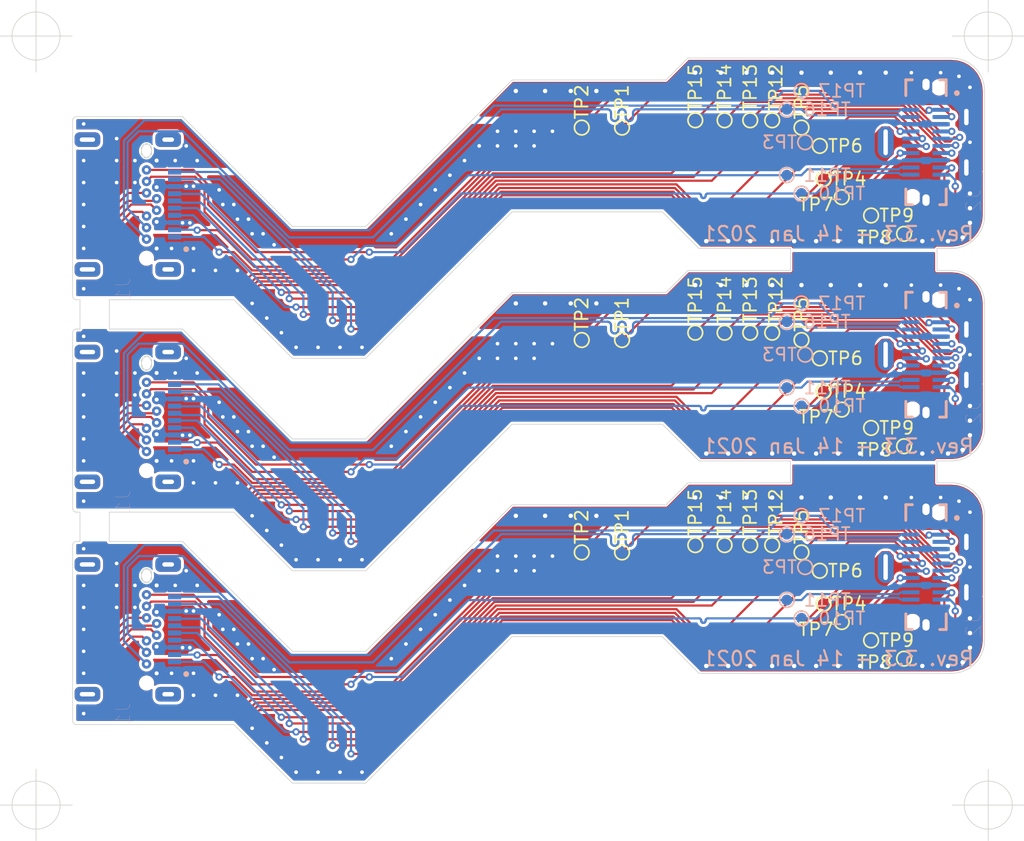
<source format=kicad_pcb>
(kicad_pcb (version 20171130) (host pcbnew "(5.1.7)-1")
  (layers (0 F.Cu signal hide) (31 B.Cu signal hide) (34 B.Paste user) (35 F.Paste user) (36 B.SilkS user) (37 F.SilkS user) (38 B.Mask user) (39 F.Mask user) (44 Edge.Cuts user))
  (net 0 "")
  (net 1 /GND)
  (net 2 /TX1+)
  (net 3 /TX1-)
  (net 4 /VBUS)
  (net 5 /CC1)
  (net 6 /D1+)
  (net 7 /D1-)
  (net 8 /SBU1)
  (net 9 /RX2+)
  (net 10 /RX2-)
  (net 11 /TX2+)
  (net 12 /TX2-)
  (net 13 /CC2)
  (net 14 /D2+)
  (net 15 /D2-)
  (net 16 /SBU2)
  (net 17 /RX1-)
  (net 18 /RX1+)
  (module GCT:GCT_USB4065-XX-X_REVA (layer B.Cu) (at 124.714 113.03 90)
    (fp_text reference J1 (at -5.88758 0.45021 90) (layer B.SilkS) (effects (font (size 1.000441 1.000441) (thickness 0.015)) (justify mirror)))
    (fp_text value USB4065-XX-X_REVA)
    (fp_arc (start 3.575 2.075) (end 3.575 2.4) (angle 90) (layer Edge.Cuts) (width 0.1))
    (fp_arc (start 3.575 2.075) (end 3.25 2.075) (angle 90) (layer Edge.Cuts) (width 0.1))
    (fp_arc (start 3.875 2.075) (end 3.875 1.75) (angle 90) (layer Edge.Cuts) (width 0.1))
    (fp_arc (start 3.875 2.075) (end 4.2 2.075) (angle 90) (layer Edge.Cuts) (width 0.1))
    (fp_line (start 3.875 1.75) (end 3.575 1.75) (layer Edge.Cuts) (width 0.1))
    (fp_line (start 3.575 2.4) (end 3.875 2.4) (layer Edge.Cuts) (width 0.1))
    (pad None np_thru_hole roundrect (at -4.5 -2.025 90) (size 1.016 1.778) (drill oval 0.3048 1.0668) (layers *.Cu *.Mask) (roundrect_rratio 0.33))
    (pad "" np_thru_hole roundrect (at 4.5 -2.025 90) (size 1.016 1.778) (drill oval 0.3048 1.0668) (layers *.Cu *.Mask) (roundrect_rratio 0.33))
    (pad "" np_thru_hole circle (at -3.725 2.075 90) (size 0.65 0.65) (drill 0.65) (layers *.Cu *.Mask))
    (pad "" np_thru_hole roundrect (at -4.5 3.575 90) (size 1.016 1.778) (drill oval 0.3048 0.8128) (layers *.Cu *.Mask) (roundrect_rratio 0.33))
    (pad "" np_thru_hole roundrect (at 4.5 3.575 90) (size 1.016 1.778) (drill oval 0.3048 0.8128) (layers *.Cu *.Mask) (roundrect_rratio 0.33))
    (pad None np_thru_hole circle (at 3.725 2.075 90) (size 0.65 0.65) (drill 0.65) (layers *.Cu *.Mask))
    (pad B12 thru_hole circle (at -3.05 2.775 90) (size 0.65 0.65) (drill 0.2794) (layers *.Cu *.Mask) (net 1 /GND))
    (pad B11 thru_hole circle (at -2.4 2.075 90) (size 0.65 0.65) (drill 0.2794) (layers *.Cu *.Mask) (net 18 /RX1+))
    (pad B10 thru_hole circle (at -1.6 2.075 90) (size 0.65 0.65) (drill 0.2794) (layers *.Cu *.Mask) (net 17 /RX1-))
    (pad B9 thru_hole circle (at -1.2 2.775 90) (size 0.65 0.65) (drill 0.2794) (layers *.Cu *.Mask) (net 4 /VBUS))
    (pad B8 thru_hole circle (at -0.8 2.075 90) (size 0.65 0.65) (drill 0.2794) (layers *.Cu *.Mask) (net 16 /SBU2))
    (pad B7 thru_hole circle (at -0.4 2.775 90) (size 0.65 0.65) (drill 0.2794) (layers *.Cu *.Mask) (net 15 /D2-))
    (pad B6 thru_hole circle (at 0.4 2.775 90) (size 0.65 0.65) (drill 0.2794) (layers *.Cu *.Mask) (net 14 /D2+))
    (pad B5 thru_hole circle (at 0.8 2.075 90) (size 0.65 0.65) (drill 0.2794) (layers *.Cu *.Mask) (net 13 /CC2))
    (pad B4 thru_hole circle (at 1.2 2.775 90) (size 0.65 0.65) (drill 0.2794) (layers *.Cu *.Mask) (net 4 /VBUS))
    (pad B3 thru_hole circle (at 1.6 2.075 90) (size 0.65 0.65) (drill 0.2794) (layers *.Cu *.Mask) (net 12 /TX2-))
    (pad B2 thru_hole circle (at 2.4 2.075 90) (size 0.65 0.65) (drill 0.2794) (layers *.Cu *.Mask) (net 11 /TX2+))
    (pad B1 thru_hole circle (at 3.05 2.775 90) (size 0.65 0.65) (drill 0.2794) (layers *.Cu *.Mask) (net 1 /GND))
    (pad A12 smd rect (at 2.75 3.895 90) (size 0.35 0.9144) (drill (offset 0 0.127)) (layers B.Cu B.Paste B.Mask) (net 1 /GND))
    (pad A11 smd rect (at 2.25 3.895 90) (size 0.35 0.9144) (drill (offset 0 0.127)) (layers B.Cu B.Paste B.Mask) (net 9 /RX2+))
    (pad A10 smd rect (at 1.75 3.895 90) (size 0.35 0.9144) (drill (offset 0 0.127)) (layers B.Cu B.Paste B.Mask) (net 10 /RX2-))
    (pad A9 smd rect (at 1.25 3.895 90) (size 0.35 0.9144) (drill (offset 0 0.127)) (layers B.Cu B.Paste B.Mask) (net 4 /VBUS))
    (pad A8 smd rect (at 0.75 3.895 90) (size 0.35 0.9144) (drill (offset 0 0.127)) (layers B.Cu B.Paste B.Mask) (net 8 /SBU1))
    (pad A7 smd rect (at 0.25 3.895 90) (size 0.35 0.9144) (drill (offset 0 0.127)) (layers B.Cu B.Paste B.Mask) (net 7 /D1-))
    (pad A6 smd rect (at -0.25 3.895 90) (size 0.35 0.9144) (drill (offset 0 0.127)) (layers B.Cu B.Paste B.Mask) (net 6 /D1+))
    (pad A5 smd rect (at -0.75 3.895 90) (size 0.35 0.9144) (drill (offset 0 0.127)) (layers B.Cu B.Paste B.Mask) (net 5 /CC1))
    (pad A4 smd rect (at -1.25 3.895 90) (size 0.35 0.9144) (drill (offset 0 0.127)) (layers B.Cu B.Paste B.Mask) (net 4 /VBUS))
    (pad A3 smd rect (at -1.75 3.895 90) (size 0.35 0.9144) (drill (offset 0 0.127)) (layers B.Cu B.Paste B.Mask) (net 3 /TX1-))
    (pad A2 smd rect (at -2.25 3.895 90) (size 0.35 0.9144) (drill (offset 0 0.127)) (layers B.Cu B.Paste B.Mask) (net 2 /TX1+))
    (pad A1 smd rect (at -2.75 3.895 90) (size 0.35 0.9144) (drill (offset 0 0.127)) (layers B.Cu B.Paste B.Mask) (net 1 /GND))
  )
  (module GCT:GCT_USB4065-XX-X_REVA (layer B.Cu) (at 124.714 98.298 90)
    (fp_text reference J1 (at -5.88758 0.45021 90) (layer B.SilkS) (effects (font (size 1.000441 1.000441) (thickness 0.015)) (justify mirror)))
    (fp_text value USB4065-XX-X_REVA)
    (fp_arc (start 3.575 2.075) (end 3.575 2.4) (angle 90) (layer Edge.Cuts) (width 0.1))
    (fp_arc (start 3.575 2.075) (end 3.25 2.075) (angle 90) (layer Edge.Cuts) (width 0.1))
    (fp_arc (start 3.875 2.075) (end 3.875 1.75) (angle 90) (layer Edge.Cuts) (width 0.1))
    (fp_arc (start 3.875 2.075) (end 4.2 2.075) (angle 90) (layer Edge.Cuts) (width 0.1))
    (fp_line (start 3.875 1.75) (end 3.575 1.75) (layer Edge.Cuts) (width 0.1))
    (fp_line (start 3.575 2.4) (end 3.875 2.4) (layer Edge.Cuts) (width 0.1))
    (pad None np_thru_hole roundrect (at -4.5 -2.025 90) (size 1.016 1.778) (drill oval 0.3048 1.0668) (layers *.Cu *.Mask) (roundrect_rratio 0.33))
    (pad "" np_thru_hole roundrect (at 4.5 -2.025 90) (size 1.016 1.778) (drill oval 0.3048 1.0668) (layers *.Cu *.Mask) (roundrect_rratio 0.33))
    (pad "" np_thru_hole circle (at -3.725 2.075 90) (size 0.65 0.65) (drill 0.65) (layers *.Cu *.Mask))
    (pad "" np_thru_hole roundrect (at -4.5 3.575 90) (size 1.016 1.778) (drill oval 0.3048 0.8128) (layers *.Cu *.Mask) (roundrect_rratio 0.33))
    (pad "" np_thru_hole roundrect (at 4.5 3.575 90) (size 1.016 1.778) (drill oval 0.3048 0.8128) (layers *.Cu *.Mask) (roundrect_rratio 0.33))
    (pad None np_thru_hole circle (at 3.725 2.075 90) (size 0.65 0.65) (drill 0.65) (layers *.Cu *.Mask))
    (pad B12 thru_hole circle (at -3.05 2.775 90) (size 0.65 0.65) (drill 0.2794) (layers *.Cu *.Mask) (net 1 /GND))
    (pad B11 thru_hole circle (at -2.4 2.075 90) (size 0.65 0.65) (drill 0.2794) (layers *.Cu *.Mask) (net 18 /RX1+))
    (pad B10 thru_hole circle (at -1.6 2.075 90) (size 0.65 0.65) (drill 0.2794) (layers *.Cu *.Mask) (net 17 /RX1-))
    (pad B9 thru_hole circle (at -1.2 2.775 90) (size 0.65 0.65) (drill 0.2794) (layers *.Cu *.Mask) (net 4 /VBUS))
    (pad B8 thru_hole circle (at -0.8 2.075 90) (size 0.65 0.65) (drill 0.2794) (layers *.Cu *.Mask) (net 16 /SBU2))
    (pad B7 thru_hole circle (at -0.4 2.775 90) (size 0.65 0.65) (drill 0.2794) (layers *.Cu *.Mask) (net 15 /D2-))
    (pad B6 thru_hole circle (at 0.4 2.775 90) (size 0.65 0.65) (drill 0.2794) (layers *.Cu *.Mask) (net 14 /D2+))
    (pad B5 thru_hole circle (at 0.8 2.075 90) (size 0.65 0.65) (drill 0.2794) (layers *.Cu *.Mask) (net 13 /CC2))
    (pad B4 thru_hole circle (at 1.2 2.775 90) (size 0.65 0.65) (drill 0.2794) (layers *.Cu *.Mask) (net 4 /VBUS))
    (pad B3 thru_hole circle (at 1.6 2.075 90) (size 0.65 0.65) (drill 0.2794) (layers *.Cu *.Mask) (net 12 /TX2-))
    (pad B2 thru_hole circle (at 2.4 2.075 90) (size 0.65 0.65) (drill 0.2794) (layers *.Cu *.Mask) (net 11 /TX2+))
    (pad B1 thru_hole circle (at 3.05 2.775 90) (size 0.65 0.65) (drill 0.2794) (layers *.Cu *.Mask) (net 1 /GND))
    (pad A12 smd rect (at 2.75 3.895 90) (size 0.35 0.9144) (drill (offset 0 0.127)) (layers B.Cu B.Paste B.Mask) (net 1 /GND))
    (pad A11 smd rect (at 2.25 3.895 90) (size 0.35 0.9144) (drill (offset 0 0.127)) (layers B.Cu B.Paste B.Mask) (net 9 /RX2+))
    (pad A10 smd rect (at 1.75 3.895 90) (size 0.35 0.9144) (drill (offset 0 0.127)) (layers B.Cu B.Paste B.Mask) (net 10 /RX2-))
    (pad A9 smd rect (at 1.25 3.895 90) (size 0.35 0.9144) (drill (offset 0 0.127)) (layers B.Cu B.Paste B.Mask) (net 4 /VBUS))
    (pad A8 smd rect (at 0.75 3.895 90) (size 0.35 0.9144) (drill (offset 0 0.127)) (layers B.Cu B.Paste B.Mask) (net 8 /SBU1))
    (pad A7 smd rect (at 0.25 3.895 90) (size 0.35 0.9144) (drill (offset 0 0.127)) (layers B.Cu B.Paste B.Mask) (net 7 /D1-))
    (pad A6 smd rect (at -0.25 3.895 90) (size 0.35 0.9144) (drill (offset 0 0.127)) (layers B.Cu B.Paste B.Mask) (net 6 /D1+))
    (pad A5 smd rect (at -0.75 3.895 90) (size 0.35 0.9144) (drill (offset 0 0.127)) (layers B.Cu B.Paste B.Mask) (net 5 /CC1))
    (pad A4 smd rect (at -1.25 3.895 90) (size 0.35 0.9144) (drill (offset 0 0.127)) (layers B.Cu B.Paste B.Mask) (net 4 /VBUS))
    (pad A3 smd rect (at -1.75 3.895 90) (size 0.35 0.9144) (drill (offset 0 0.127)) (layers B.Cu B.Paste B.Mask) (net 3 /TX1-))
    (pad A2 smd rect (at -2.25 3.895 90) (size 0.35 0.9144) (drill (offset 0 0.127)) (layers B.Cu B.Paste B.Mask) (net 2 /TX1+))
    (pad A1 smd rect (at -2.75 3.895 90) (size 0.35 0.9144) (drill (offset 0 0.127)) (layers B.Cu B.Paste B.Mask) (net 1 /GND))
  )
  (module GCT:GCT_USB4065-XX-X_REVA (layer B.Cu) (at 124.714 83.566 90)
    (fp_text reference J1 (at -5.88758 0.45021 90) (layer B.SilkS) (effects (font (size 1.000441 1.000441) (thickness 0.015)) (justify mirror)))
    (fp_text value USB4065-XX-X_REVA)
    (fp_arc (start 3.575 2.075) (end 3.575 2.4) (angle 90) (layer Edge.Cuts) (width 0.1))
    (fp_arc (start 3.575 2.075) (end 3.25 2.075) (angle 90) (layer Edge.Cuts) (width 0.1))
    (fp_arc (start 3.875 2.075) (end 3.875 1.75) (angle 90) (layer Edge.Cuts) (width 0.1))
    (fp_arc (start 3.875 2.075) (end 4.2 2.075) (angle 90) (layer Edge.Cuts) (width 0.1))
    (fp_line (start 3.875 1.75) (end 3.575 1.75) (layer Edge.Cuts) (width 0.1))
    (fp_line (start 3.575 2.4) (end 3.875 2.4) (layer Edge.Cuts) (width 0.1))
    (pad None np_thru_hole roundrect (at -4.5 -2.025 90) (size 1.016 1.778) (drill oval 0.3048 1.0668) (layers *.Cu *.Mask) (roundrect_rratio 0.33))
    (pad "" np_thru_hole roundrect (at 4.5 -2.025 90) (size 1.016 1.778) (drill oval 0.3048 1.0668) (layers *.Cu *.Mask) (roundrect_rratio 0.33))
    (pad "" np_thru_hole circle (at -3.725 2.075 90) (size 0.65 0.65) (drill 0.65) (layers *.Cu *.Mask))
    (pad "" np_thru_hole roundrect (at -4.5 3.575 90) (size 1.016 1.778) (drill oval 0.3048 0.8128) (layers *.Cu *.Mask) (roundrect_rratio 0.33))
    (pad "" np_thru_hole roundrect (at 4.5 3.575 90) (size 1.016 1.778) (drill oval 0.3048 0.8128) (layers *.Cu *.Mask) (roundrect_rratio 0.33))
    (pad None np_thru_hole circle (at 3.725 2.075 90) (size 0.65 0.65) (drill 0.65) (layers *.Cu *.Mask))
    (pad B12 thru_hole circle (at -3.05 2.775 90) (size 0.65 0.65) (drill 0.2794) (layers *.Cu *.Mask) (net 1 /GND))
    (pad B11 thru_hole circle (at -2.4 2.075 90) (size 0.65 0.65) (drill 0.2794) (layers *.Cu *.Mask) (net 18 /RX1+))
    (pad B10 thru_hole circle (at -1.6 2.075 90) (size 0.65 0.65) (drill 0.2794) (layers *.Cu *.Mask) (net 17 /RX1-))
    (pad B9 thru_hole circle (at -1.2 2.775 90) (size 0.65 0.65) (drill 0.2794) (layers *.Cu *.Mask) (net 4 /VBUS))
    (pad B8 thru_hole circle (at -0.8 2.075 90) (size 0.65 0.65) (drill 0.2794) (layers *.Cu *.Mask) (net 16 /SBU2))
    (pad B7 thru_hole circle (at -0.4 2.775 90) (size 0.65 0.65) (drill 0.2794) (layers *.Cu *.Mask) (net 15 /D2-))
    (pad B6 thru_hole circle (at 0.4 2.775 90) (size 0.65 0.65) (drill 0.2794) (layers *.Cu *.Mask) (net 14 /D2+))
    (pad B5 thru_hole circle (at 0.8 2.075 90) (size 0.65 0.65) (drill 0.2794) (layers *.Cu *.Mask) (net 13 /CC2))
    (pad B4 thru_hole circle (at 1.2 2.775 90) (size 0.65 0.65) (drill 0.2794) (layers *.Cu *.Mask) (net 4 /VBUS))
    (pad B3 thru_hole circle (at 1.6 2.075 90) (size 0.65 0.65) (drill 0.2794) (layers *.Cu *.Mask) (net 12 /TX2-))
    (pad B2 thru_hole circle (at 2.4 2.075 90) (size 0.65 0.65) (drill 0.2794) (layers *.Cu *.Mask) (net 11 /TX2+))
    (pad B1 thru_hole circle (at 3.05 2.775 90) (size 0.65 0.65) (drill 0.2794) (layers *.Cu *.Mask) (net 1 /GND))
    (pad A12 smd rect (at 2.75 3.895 90) (size 0.35 0.9144) (drill (offset 0 0.127)) (layers B.Cu B.Paste B.Mask) (net 1 /GND))
    (pad A11 smd rect (at 2.25 3.895 90) (size 0.35 0.9144) (drill (offset 0 0.127)) (layers B.Cu B.Paste B.Mask) (net 9 /RX2+))
    (pad A10 smd rect (at 1.75 3.895 90) (size 0.35 0.9144) (drill (offset 0 0.127)) (layers B.Cu B.Paste B.Mask) (net 10 /RX2-))
    (pad A9 smd rect (at 1.25 3.895 90) (size 0.35 0.9144) (drill (offset 0 0.127)) (layers B.Cu B.Paste B.Mask) (net 4 /VBUS))
    (pad A8 smd rect (at 0.75 3.895 90) (size 0.35 0.9144) (drill (offset 0 0.127)) (layers B.Cu B.Paste B.Mask) (net 8 /SBU1))
    (pad A7 smd rect (at 0.25 3.895 90) (size 0.35 0.9144) (drill (offset 0 0.127)) (layers B.Cu B.Paste B.Mask) (net 7 /D1-))
    (pad A6 smd rect (at -0.25 3.895 90) (size 0.35 0.9144) (drill (offset 0 0.127)) (layers B.Cu B.Paste B.Mask) (net 6 /D1+))
    (pad A5 smd rect (at -0.75 3.895 90) (size 0.35 0.9144) (drill (offset 0 0.127)) (layers B.Cu B.Paste B.Mask) (net 5 /CC1))
    (pad A4 smd rect (at -1.25 3.895 90) (size 0.35 0.9144) (drill (offset 0 0.127)) (layers B.Cu B.Paste B.Mask) (net 4 /VBUS))
    (pad A3 smd rect (at -1.75 3.895 90) (size 0.35 0.9144) (drill (offset 0 0.127)) (layers B.Cu B.Paste B.Mask) (net 3 /TX1-))
    (pad A2 smd rect (at -2.25 3.895 90) (size 0.35 0.9144) (drill (offset 0 0.127)) (layers B.Cu B.Paste B.Mask) (net 2 /TX1+))
    (pad A1 smd rect (at -2.75 3.895 90) (size 0.35 0.9144) (drill (offset 0 0.127)) (layers B.Cu B.Paste B.Mask) (net 1 /GND))
  )
  (module TestPointCustom:TestPoint_Pad_D0.75mm (layer F.Cu) (at 168.656 107.188)
    (fp_text reference TP13 (at 0 -2.286 90) (layer F.SilkS) (effects (font (size 0.889 0.889) (thickness 0.127))))
    (fp_text value TestPoint hide)
    (pad 1 smd circle (at 0 0) (size 0.762 0.762) (layers F.Cu F.Mask) (net 14 /D2+))
  )
  (module TestPointCustom:TestPoint_Pad_D0.75mm (layer B.Cu) (at 172.212 105.156)
    (fp_text reference TP17 (at 2.794 0) (layer B.SilkS) (effects (font (size 0.889 0.889) (thickness 0.127)) (justify mirror)))
    (fp_text value TestPoint hide)
    (pad 1 smd circle (at 0 0) (size 0.762 0.762) (layers B.Cu B.Mask) (net 18 /RX1+))
  )
  (module TestPointCustom:TestPoint_Pad_D0.75mm (layer B.Cu) (at 171.196 106.426)
    (fp_text reference TP16 (at 2.794 0) (layer B.SilkS) (effects (font (size 0.889 0.889) (thickness 0.127)) (justify mirror)))
    (fp_text value TestPoint hide)
    (pad 1 smd circle (at 0 0) (size 0.762 0.762) (layers B.Cu B.Mask) (net 17 /RX1-))
  )
  (module TestPointCustom:TestPoint_Pad_D0.75mm (layer B.Cu) (at 171.196 110.998)
    (fp_text reference TP11 (at 2.794 0) (layer B.SilkS) (effects (font (size 0.889 0.889) (thickness 0.127)) (justify mirror)))
    (fp_text value TestPoint hide)
    (pad 1 smd circle (at 0 0) (size 0.762 0.762) (layers B.Cu B.Mask) (net 12 /TX2-))
  )
  (module TestPointCustom:TestPoint_Pad_D0.75mm (layer F.Cu) (at 166.878 107.188)
    (fp_text reference TP14 (at 0 -2.286 90) (layer F.SilkS) (effects (font (size 0.889 0.889) (thickness 0.127))))
    (fp_text value TestPoint hide)
    (pad 1 smd circle (at 0 0) (size 0.762 0.762) (layers F.Cu F.Mask) (net 15 /D2-))
  )
  (module TestPointCustom:TestPoint_Pad_D0.75mm (layer F.Cu) (at 172.212 107.696)
    (fp_text reference TP5 (at 0 -1.778 90) (layer F.SilkS) (effects (font (size 0.889 0.889) (thickness 0.127))))
    (fp_text value TestPoint hide)
    (pad 1 smd circle (at 0 0) (size 0.762 0.762) (layers F.Cu F.Mask) (net 6 /D1+))
  )
  (module TestPointCustom:TestPoint_Pad_D0.75mm (layer B.Cu) (at 172.212 112.268)
    (fp_text reference TP10 (at 2.794 0) (layer B.SilkS) (effects (font (size 0.889 0.889) (thickness 0.127)) (justify mirror)))
    (fp_text value TestPoint hide)
    (pad 1 smd circle (at 0 0) (size 0.762 0.762) (layers B.Cu B.Mask) (net 11 /TX2+))
  )
  (module TestPointCustom:TestPoint_Pad_D0.75mm (layer F.Cu) (at 159.766 107.696)
    (fp_text reference TP1 (at 0 -1.778 90) (layer F.SilkS) (effects (font (size 0.889 0.889) (thickness 0.127))))
    (fp_text value TestPoint hide)
    (pad 1 smd circle (at 0 0) (size 0.762 0.762) (layers F.Cu F.Mask) (net 2 /TX1+))
  )
  (module TestPointCustom:TestPoint_Pad_D0.75mm (layer F.Cu) (at 179.324 115.062)
    (fp_text reference TP8 (at -2.032 0.254) (layer F.SilkS) (effects (font (size 0.889 0.889) (thickness 0.127))))
    (fp_text value TestPoint hide)
    (pad 1 smd circle (at 0 0) (size 0.762 0.762) (layers F.Cu F.Mask) (net 9 /RX2+))
  )
  (module TestPointCustom:TestPoint_Pad_D0.75mm (layer F.Cu) (at 173.482 108.966)
    (fp_text reference TP6 (at 1.778 0 180) (layer F.SilkS) (effects (font (size 0.889 0.889) (thickness 0.127))))
    (fp_text value TestPoint hide)
    (pad 1 smd circle (at 0 0) (size 0.762 0.762) (layers F.Cu F.Mask) (net 7 /D1-))
  )
  (module TestPointCustom:TestPoint_Pad_D0.75mm (layer F.Cu) (at 170.18 107.188)
    (fp_text reference TP12 (at 0.254 -2.286 90) (layer F.SilkS) (effects (font (size 0.889 0.889) (thickness 0.127))))
    (fp_text value TestPoint hide)
    (pad 1 smd circle (at 0 0) (size 0.762 0.762) (layers F.Cu F.Mask) (net 13 /CC2))
  )
  (module TestPointCustom:TestPoint_Pad_D0.75mm (layer F.Cu) (at 177.038 113.792)
    (fp_text reference TP9 (at 1.778 0) (layer F.SilkS) (effects (font (size 0.889 0.889) (thickness 0.127))))
    (fp_text value TestPoint hide)
    (pad 1 smd circle (at 0 0) (size 0.762 0.762) (layers F.Cu F.Mask) (net 10 /RX2-))
  )
  (module TestPointCustom:TestPoint_Pad_D0.75mm (layer F.Cu) (at 156.972 107.696)
    (fp_text reference TP2 (at 0 -1.778 90) (layer F.SilkS) (effects (font (size 0.889 0.889) (thickness 0.127))))
    (fp_text value TestPoint hide)
    (pad 1 smd circle (at 0 0) (size 0.762 0.762) (layers F.Cu F.Mask) (net 3 /TX1-))
  )
  (module TestPointCustom:TestPoint_Pad_D0.75mm (layer F.Cu) (at 175.006 112.522)
    (fp_text reference TP7 (at -1.778 0.508) (layer F.SilkS) (effects (font (size 0.889 0.889) (thickness 0.127))))
    (fp_text value TestPoint hide)
    (pad 1 smd circle (at 0 0) (size 0.762 0.762) (layers F.Cu F.Mask) (net 8 /SBU1))
  )
  (module TestPointCustom:TestPoint_Pad_D0.75mm (layer F.Cu) (at 164.846 107.188)
    (fp_text reference TP15 (at 0 -2.286 90) (layer F.SilkS) (effects (font (size 0.889 0.889) (thickness 0.127))))
    (fp_text value TestPoint hide)
    (pad 1 smd circle (at 0 0) (size 0.762 0.762) (layers F.Cu F.Mask) (net 16 /SBU2))
  )
  (module TestPointCustom:TestPoint_Pad_D0.75mm (layer F.Cu) (at 173.736 111.252)
    (fp_text reference TP4 (at 1.778 0) (layer F.SilkS) (effects (font (size 0.889 0.889) (thickness 0.127))))
    (fp_text value TestPoint hide)
    (pad 1 smd circle (at 0 0) (size 0.762 0.762) (layers F.Cu F.Mask) (net 5 /CC1))
  )
  (module TestPointCustom:TestPoint_Pad_D0.75mm (layer B.Cu) (at 172.466 108.712)
    (fp_text reference TP3 (at -1.778 0) (layer B.SilkS) (effects (font (size 0.889 0.889) (thickness 0.127)) (justify mirror)))
    (fp_text value TestPoint hide)
    (pad 1 smd circle (at 0 0) (size 0.762 0.762) (layers B.Cu B.Mask) (net 4 /VBUS))
  )
  (module GCT:GCT_USB4151-GF-C_REVA (layer B.Cu) (at 180.848 108.712 90)
    (fp_text reference J2 (at -4.064 3.302 -90) (layer B.SilkS) (effects (font (thickness 0.015)) (justify mirror)))
    (fp_text value USB4151-GF-C_REVA)
    (pad S5 thru_hole oval (at 0 -2.8 90) (size 2.2 1.1) (drill oval 1.8 0.3048) (layers *.Cu *.Mask) (net 1 /GND))
    (pad S4 thru_hole oval (at 4.01 0 90) (size 1.7 0.85) (drill oval 0.8 0.5) (layers *.Cu *.Mask) (net 1 /GND))
    (pad S3 thru_hole oval (at 1.75 2.8 90) (size 2 1) (drill oval 1.143 0.3048) (layers *.Cu *.Mask) (net 1 /GND))
    (pad S2 thru_hole oval (at -1.75 2.8 90) (size 2 1) (drill oval 1.143 0.3048) (layers *.Cu *.Mask) (net 1 /GND))
    (pad S1 thru_hole oval (at -4.01 0 90) (size 1.7 0.85) (drill oval 0.8 0.5) (layers *.Cu *.Mask) (net 1 /GND))
    (pad None np_thru_hole circle (at -3.81 -0.93 90) (size 0.75 0.75) (drill 0.75) (layers *.Cu *.Mask))
    (pad None np_thru_hole circle (at 3.81 0.92 90) (size 0.75 0.75) (drill 0.75) (layers *.Cu *.Mask))
    (pad B12 smd rect (at 2.75 -0.975 90) (size 0.28 1.1938) (drill (offset 0 -0.0762)) (layers B.Cu B.Paste B.Mask) (net 1 /GND))
    (pad B11 smd rect (at 2.25 -0.975 90) (size 0.28 1.1938) (drill (offset 0 -0.0762)) (layers B.Cu B.Paste B.Mask) (net 18 /RX1+))
    (pad B10 smd rect (at 1.75 -0.975 90) (size 0.28 1.1938) (drill (offset 0 -0.0762)) (layers B.Cu B.Paste B.Mask) (net 17 /RX1-))
    (pad B9 smd rect (at 1.25 -0.975 90) (size 0.28 1.1938) (drill (offset 0 -0.0762)) (layers B.Cu B.Paste B.Mask) (net 4 /VBUS))
    (pad B8 smd rect (at 0.75 -0.975 90) (size 0.28 1.1938) (drill (offset 0 -0.0762)) (layers B.Cu B.Paste B.Mask) (net 5 /CC1))
    (pad B7 smd rect (at 0.25 -0.975 90) (size 0.28 1.1938) (drill (offset 0 -0.0762)) (layers B.Cu B.Paste B.Mask) (net 6 /D1+))
    (pad B6 smd rect (at -0.25 -0.975 90) (size 0.28 1.1938) (drill (offset 0 -0.0762)) (layers B.Cu B.Paste B.Mask) (net 7 /D1-))
    (pad B5 smd rect (at -0.75 -0.975 90) (size 0.28 1.1938) (drill (offset 0 -0.0762)) (layers B.Cu B.Paste B.Mask) (net 8 /SBU1))
    (pad B4 smd rect (at -1.25 -0.975 90) (size 0.28 1.1938) (drill (offset 0 -0.0762)) (layers B.Cu B.Paste B.Mask) (net 4 /VBUS))
    (pad B3 smd rect (at -1.75 -0.975 90) (size 0.28 1.1938) (drill (offset 0 -0.0762)) (layers B.Cu B.Paste B.Mask) (net 12 /TX2-))
    (pad B2 smd rect (at -2.25 -0.975 90) (size 0.28 1.1938) (drill (offset 0 -0.0762)) (layers B.Cu B.Paste B.Mask) (net 11 /TX2+))
    (pad B1 smd rect (at -2.75 -0.975 90) (size 0.28 1.1938) (drill (offset 0 -0.0762)) (layers B.Cu B.Paste B.Mask) (net 1 /GND))
    (pad A12 smd rect (at -2.75 0.975 90) (size 0.28 1.1938) (drill (offset 0 0.0762)) (layers B.Cu B.Paste B.Mask) (net 1 /GND))
    (pad A11 smd rect (at -2.25 0.975 90) (size 0.28 1.1938) (drill (offset 0 0.0762)) (layers B.Cu B.Paste B.Mask) (net 9 /RX2+))
    (pad A10 smd rect (at -1.75 0.975 90) (size 0.28 1.1938) (drill (offset 0 0.0762)) (layers B.Cu B.Paste B.Mask) (net 10 /RX2-))
    (pad A9 smd rect (at -1.25 0.975 90) (size 0.28 1.1938) (drill (offset 0 0.0762)) (layers B.Cu B.Paste B.Mask) (net 4 /VBUS))
    (pad A8 smd rect (at -0.75 0.975 90) (size 0.28 1.1938) (drill (offset 0 0.0762)) (layers B.Cu B.Paste B.Mask) (net 13 /CC2))
    (pad A7 smd rect (at -0.25 0.975 90) (size 0.28 1.1938) (drill (offset 0 0.0762)) (layers B.Cu B.Paste B.Mask) (net 14 /D2+))
    (pad A6 smd rect (at 0.25 0.975 90) (size 0.28 1.1938) (drill (offset 0 0.0762)) (layers B.Cu B.Paste B.Mask) (net 15 /D2-))
    (pad A5 smd rect (at 0.75 0.975 90) (size 0.28 1.1938) (drill (offset 0 0.0762)) (layers B.Cu B.Paste B.Mask) (net 16 /SBU2))
    (pad A4 smd rect (at 1.25 0.975 90) (size 0.28 1.1938) (drill (offset 0 0.0762)) (layers B.Cu B.Paste B.Mask) (net 4 /VBUS))
    (pad A3 smd rect (at 1.75 0.975 90) (size 0.28 1.1938) (drill (offset 0 0.0762)) (layers B.Cu B.Paste B.Mask) (net 3 /TX1-))
    (pad A2 smd rect (at 2.25 0.975 90) (size 0.28 1.1938) (drill (offset 0 0.0762)) (layers B.Cu B.Paste B.Mask) (net 2 /TX1+))
    (pad A1 smd rect (at 2.75 0.975 90) (size 0.28 1.1938) (drill (offset 0 0.0762)) (layers B.Cu B.Paste B.Mask) (net 1 /GND))
  )
  (module TestPointCustom:TestPoint_Pad_D0.75mm (layer B.Cu) (at 172.212 90.424)
    (fp_text reference TP17 (at 2.794 0) (layer B.SilkS) (effects (font (size 0.889 0.889) (thickness 0.127)) (justify mirror)))
    (fp_text value TestPoint hide)
    (pad 1 smd circle (at 0 0) (size 0.762 0.762) (layers B.Cu B.Mask) (net 18 /RX1+))
  )
  (module TestPointCustom:TestPoint_Pad_D0.75mm (layer F.Cu) (at 168.656 92.456)
    (fp_text reference TP13 (at 0 -2.286 90) (layer F.SilkS) (effects (font (size 0.889 0.889) (thickness 0.127))))
    (fp_text value TestPoint hide)
    (pad 1 smd circle (at 0 0) (size 0.762 0.762) (layers F.Cu F.Mask) (net 14 /D2+))
  )
  (module TestPointCustom:TestPoint_Pad_D0.75mm (layer B.Cu) (at 171.196 91.694)
    (fp_text reference TP16 (at 2.794 0) (layer B.SilkS) (effects (font (size 0.889 0.889) (thickness 0.127)) (justify mirror)))
    (fp_text value TestPoint hide)
    (pad 1 smd circle (at 0 0) (size 0.762 0.762) (layers B.Cu B.Mask) (net 17 /RX1-))
  )
  (module TestPointCustom:TestPoint_Pad_D0.75mm (layer F.Cu) (at 164.846 92.456)
    (fp_text reference TP15 (at 0 -2.286 90) (layer F.SilkS) (effects (font (size 0.889 0.889) (thickness 0.127))))
    (fp_text value TestPoint hide)
    (pad 1 smd circle (at 0 0) (size 0.762 0.762) (layers F.Cu F.Mask) (net 16 /SBU2))
  )
  (module TestPointCustom:TestPoint_Pad_D0.75mm (layer F.Cu) (at 166.878 92.456)
    (fp_text reference TP14 (at 0 -2.286 90) (layer F.SilkS) (effects (font (size 0.889 0.889) (thickness 0.127))))
    (fp_text value TestPoint hide)
    (pad 1 smd circle (at 0 0) (size 0.762 0.762) (layers F.Cu F.Mask) (net 15 /D2-))
  )
  (module TestPointCustom:TestPoint_Pad_D0.75mm (layer B.Cu) (at 172.212 97.536)
    (fp_text reference TP10 (at 2.794 0) (layer B.SilkS) (effects (font (size 0.889 0.889) (thickness 0.127)) (justify mirror)))
    (fp_text value TestPoint hide)
    (pad 1 smd circle (at 0 0) (size 0.762 0.762) (layers B.Cu B.Mask) (net 11 /TX2+))
  )
  (module TestPointCustom:TestPoint_Pad_D0.75mm (layer B.Cu) (at 172.466 93.98)
    (fp_text reference TP3 (at -1.778 0) (layer B.SilkS) (effects (font (size 0.889 0.889) (thickness 0.127)) (justify mirror)))
    (fp_text value TestPoint hide)
    (pad 1 smd circle (at 0 0) (size 0.762 0.762) (layers B.Cu B.Mask) (net 4 /VBUS))
  )
  (module TestPointCustom:TestPoint_Pad_D0.75mm (layer F.Cu) (at 172.212 92.964)
    (fp_text reference TP5 (at 0 -1.778 90) (layer F.SilkS) (effects (font (size 0.889 0.889) (thickness 0.127))))
    (fp_text value TestPoint hide)
    (pad 1 smd circle (at 0 0) (size 0.762 0.762) (layers F.Cu F.Mask) (net 6 /D1+))
  )
  (module TestPointCustom:TestPoint_Pad_D0.75mm (layer F.Cu) (at 159.766 92.964)
    (fp_text reference TP1 (at 0 -1.778 90) (layer F.SilkS) (effects (font (size 0.889 0.889) (thickness 0.127))))
    (fp_text value TestPoint hide)
    (pad 1 smd circle (at 0 0) (size 0.762 0.762) (layers F.Cu F.Mask) (net 2 /TX1+))
  )
  (module TestPointCustom:TestPoint_Pad_D0.75mm (layer F.Cu) (at 177.038 99.06)
    (fp_text reference TP9 (at 1.778 0) (layer F.SilkS) (effects (font (size 0.889 0.889) (thickness 0.127))))
    (fp_text value TestPoint hide)
    (pad 1 smd circle (at 0 0) (size 0.762 0.762) (layers F.Cu F.Mask) (net 10 /RX2-))
  )
  (module TestPointCustom:TestPoint_Pad_D0.75mm (layer F.Cu) (at 173.736 96.52)
    (fp_text reference TP4 (at 1.778 0) (layer F.SilkS) (effects (font (size 0.889 0.889) (thickness 0.127))))
    (fp_text value TestPoint hide)
    (pad 1 smd circle (at 0 0) (size 0.762 0.762) (layers F.Cu F.Mask) (net 5 /CC1))
  )
  (module TestPointCustom:TestPoint_Pad_D0.75mm (layer F.Cu) (at 156.972 92.964)
    (fp_text reference TP2 (at 0 -1.778 90) (layer F.SilkS) (effects (font (size 0.889 0.889) (thickness 0.127))))
    (fp_text value TestPoint hide)
    (pad 1 smd circle (at 0 0) (size 0.762 0.762) (layers F.Cu F.Mask) (net 3 /TX1-))
  )
  (module TestPointCustom:TestPoint_Pad_D0.75mm (layer F.Cu) (at 179.324 100.33)
    (fp_text reference TP8 (at -2.032 0.254) (layer F.SilkS) (effects (font (size 0.889 0.889) (thickness 0.127))))
    (fp_text value TestPoint hide)
    (pad 1 smd circle (at 0 0) (size 0.762 0.762) (layers F.Cu F.Mask) (net 9 /RX2+))
  )
  (module TestPointCustom:TestPoint_Pad_D0.75mm (layer F.Cu) (at 175.006 97.79)
    (fp_text reference TP7 (at -1.778 0.508) (layer F.SilkS) (effects (font (size 0.889 0.889) (thickness 0.127))))
    (fp_text value TestPoint hide)
    (pad 1 smd circle (at 0 0) (size 0.762 0.762) (layers F.Cu F.Mask) (net 8 /SBU1))
  )
  (module TestPointCustom:TestPoint_Pad_D0.75mm (layer F.Cu) (at 173.482 94.234)
    (fp_text reference TP6 (at 1.778 0 180) (layer F.SilkS) (effects (font (size 0.889 0.889) (thickness 0.127))))
    (fp_text value TestPoint hide)
    (pad 1 smd circle (at 0 0) (size 0.762 0.762) (layers F.Cu F.Mask) (net 7 /D1-))
  )
  (module TestPointCustom:TestPoint_Pad_D0.75mm (layer F.Cu) (at 170.18 92.456)
    (fp_text reference TP12 (at 0.254 -2.286 90) (layer F.SilkS) (effects (font (size 0.889 0.889) (thickness 0.127))))
    (fp_text value TestPoint hide)
    (pad 1 smd circle (at 0 0) (size 0.762 0.762) (layers F.Cu F.Mask) (net 13 /CC2))
  )
  (module GCT:GCT_USB4151-GF-C_REVA (layer B.Cu) (at 180.848 93.98 90)
    (fp_text reference J2 (at -4.064 3.302 -90) (layer B.SilkS) (effects (font (thickness 0.015)) (justify mirror)))
    (fp_text value USB4151-GF-C_REVA)
    (pad S5 thru_hole oval (at 0 -2.8 90) (size 2.2 1.1) (drill oval 1.8 0.3048) (layers *.Cu *.Mask) (net 1 /GND))
    (pad S4 thru_hole oval (at 4.01 0 90) (size 1.7 0.85) (drill oval 0.8 0.5) (layers *.Cu *.Mask) (net 1 /GND))
    (pad S3 thru_hole oval (at 1.75 2.8 90) (size 2 1) (drill oval 1.143 0.3048) (layers *.Cu *.Mask) (net 1 /GND))
    (pad S2 thru_hole oval (at -1.75 2.8 90) (size 2 1) (drill oval 1.143 0.3048) (layers *.Cu *.Mask) (net 1 /GND))
    (pad S1 thru_hole oval (at -4.01 0 90) (size 1.7 0.85) (drill oval 0.8 0.5) (layers *.Cu *.Mask) (net 1 /GND))
    (pad None np_thru_hole circle (at -3.81 -0.93 90) (size 0.75 0.75) (drill 0.75) (layers *.Cu *.Mask))
    (pad None np_thru_hole circle (at 3.81 0.92 90) (size 0.75 0.75) (drill 0.75) (layers *.Cu *.Mask))
    (pad B12 smd rect (at 2.75 -0.975 90) (size 0.28 1.1938) (drill (offset 0 -0.0762)) (layers B.Cu B.Paste B.Mask) (net 1 /GND))
    (pad B11 smd rect (at 2.25 -0.975 90) (size 0.28 1.1938) (drill (offset 0 -0.0762)) (layers B.Cu B.Paste B.Mask) (net 18 /RX1+))
    (pad B10 smd rect (at 1.75 -0.975 90) (size 0.28 1.1938) (drill (offset 0 -0.0762)) (layers B.Cu B.Paste B.Mask) (net 17 /RX1-))
    (pad B9 smd rect (at 1.25 -0.975 90) (size 0.28 1.1938) (drill (offset 0 -0.0762)) (layers B.Cu B.Paste B.Mask) (net 4 /VBUS))
    (pad B8 smd rect (at 0.75 -0.975 90) (size 0.28 1.1938) (drill (offset 0 -0.0762)) (layers B.Cu B.Paste B.Mask) (net 5 /CC1))
    (pad B7 smd rect (at 0.25 -0.975 90) (size 0.28 1.1938) (drill (offset 0 -0.0762)) (layers B.Cu B.Paste B.Mask) (net 6 /D1+))
    (pad B6 smd rect (at -0.25 -0.975 90) (size 0.28 1.1938) (drill (offset 0 -0.0762)) (layers B.Cu B.Paste B.Mask) (net 7 /D1-))
    (pad B5 smd rect (at -0.75 -0.975 90) (size 0.28 1.1938) (drill (offset 0 -0.0762)) (layers B.Cu B.Paste B.Mask) (net 8 /SBU1))
    (pad B4 smd rect (at -1.25 -0.975 90) (size 0.28 1.1938) (drill (offset 0 -0.0762)) (layers B.Cu B.Paste B.Mask) (net 4 /VBUS))
    (pad B3 smd rect (at -1.75 -0.975 90) (size 0.28 1.1938) (drill (offset 0 -0.0762)) (layers B.Cu B.Paste B.Mask) (net 12 /TX2-))
    (pad B2 smd rect (at -2.25 -0.975 90) (size 0.28 1.1938) (drill (offset 0 -0.0762)) (layers B.Cu B.Paste B.Mask) (net 11 /TX2+))
    (pad B1 smd rect (at -2.75 -0.975 90) (size 0.28 1.1938) (drill (offset 0 -0.0762)) (layers B.Cu B.Paste B.Mask) (net 1 /GND))
    (pad A12 smd rect (at -2.75 0.975 90) (size 0.28 1.1938) (drill (offset 0 0.0762)) (layers B.Cu B.Paste B.Mask) (net 1 /GND))
    (pad A11 smd rect (at -2.25 0.975 90) (size 0.28 1.1938) (drill (offset 0 0.0762)) (layers B.Cu B.Paste B.Mask) (net 9 /RX2+))
    (pad A10 smd rect (at -1.75 0.975 90) (size 0.28 1.1938) (drill (offset 0 0.0762)) (layers B.Cu B.Paste B.Mask) (net 10 /RX2-))
    (pad A9 smd rect (at -1.25 0.975 90) (size 0.28 1.1938) (drill (offset 0 0.0762)) (layers B.Cu B.Paste B.Mask) (net 4 /VBUS))
    (pad A8 smd rect (at -0.75 0.975 90) (size 0.28 1.1938) (drill (offset 0 0.0762)) (layers B.Cu B.Paste B.Mask) (net 13 /CC2))
    (pad A7 smd rect (at -0.25 0.975 90) (size 0.28 1.1938) (drill (offset 0 0.0762)) (layers B.Cu B.Paste B.Mask) (net 14 /D2+))
    (pad A6 smd rect (at 0.25 0.975 90) (size 0.28 1.1938) (drill (offset 0 0.0762)) (layers B.Cu B.Paste B.Mask) (net 15 /D2-))
    (pad A5 smd rect (at 0.75 0.975 90) (size 0.28 1.1938) (drill (offset 0 0.0762)) (layers B.Cu B.Paste B.Mask) (net 16 /SBU2))
    (pad A4 smd rect (at 1.25 0.975 90) (size 0.28 1.1938) (drill (offset 0 0.0762)) (layers B.Cu B.Paste B.Mask) (net 4 /VBUS))
    (pad A3 smd rect (at 1.75 0.975 90) (size 0.28 1.1938) (drill (offset 0 0.0762)) (layers B.Cu B.Paste B.Mask) (net 3 /TX1-))
    (pad A2 smd rect (at 2.25 0.975 90) (size 0.28 1.1938) (drill (offset 0 0.0762)) (layers B.Cu B.Paste B.Mask) (net 2 /TX1+))
    (pad A1 smd rect (at 2.75 0.975 90) (size 0.28 1.1938) (drill (offset 0 0.0762)) (layers B.Cu B.Paste B.Mask) (net 1 /GND))
  )
  (module TestPointCustom:TestPoint_Pad_D0.75mm (layer B.Cu) (at 171.196 96.266)
    (fp_text reference TP11 (at 2.794 0) (layer B.SilkS) (effects (font (size 0.889 0.889) (thickness 0.127)) (justify mirror)))
    (fp_text value TestPoint hide)
    (pad 1 smd circle (at 0 0) (size 0.762 0.762) (layers B.Cu B.Mask) (net 12 /TX2-))
  )
  (module GCT:GCT_USB4151-GF-C_REVA (layer B.Cu) (at 180.848 79.248 90)
    (fp_text reference J2 (at -4.064 3.302 -90) (layer B.SilkS) (effects (font (thickness 0.015)) (justify mirror)))
    (fp_text value USB4151-GF-C_REVA)
    (pad S5 thru_hole oval (at 0 -2.8 90) (size 2.2 1.1) (drill oval 1.8 0.3048) (layers *.Cu *.Mask) (net 1 /GND))
    (pad S4 thru_hole oval (at 4.01 0 90) (size 1.7 0.85) (drill oval 0.8 0.5) (layers *.Cu *.Mask) (net 1 /GND))
    (pad S3 thru_hole oval (at 1.75 2.8 90) (size 2 1) (drill oval 1.143 0.3048) (layers *.Cu *.Mask) (net 1 /GND))
    (pad S2 thru_hole oval (at -1.75 2.8 90) (size 2 1) (drill oval 1.143 0.3048) (layers *.Cu *.Mask) (net 1 /GND))
    (pad S1 thru_hole oval (at -4.01 0 90) (size 1.7 0.85) (drill oval 0.8 0.5) (layers *.Cu *.Mask) (net 1 /GND))
    (pad None np_thru_hole circle (at -3.81 -0.93 90) (size 0.75 0.75) (drill 0.75) (layers *.Cu *.Mask))
    (pad None np_thru_hole circle (at 3.81 0.92 90) (size 0.75 0.75) (drill 0.75) (layers *.Cu *.Mask))
    (pad B12 smd rect (at 2.75 -0.975 90) (size 0.28 1.1938) (drill (offset 0 -0.0762)) (layers B.Cu B.Paste B.Mask) (net 1 /GND))
    (pad B11 smd rect (at 2.25 -0.975 90) (size 0.28 1.1938) (drill (offset 0 -0.0762)) (layers B.Cu B.Paste B.Mask) (net 18 /RX1+))
    (pad B10 smd rect (at 1.75 -0.975 90) (size 0.28 1.1938) (drill (offset 0 -0.0762)) (layers B.Cu B.Paste B.Mask) (net 17 /RX1-))
    (pad B9 smd rect (at 1.25 -0.975 90) (size 0.28 1.1938) (drill (offset 0 -0.0762)) (layers B.Cu B.Paste B.Mask) (net 4 /VBUS))
    (pad B8 smd rect (at 0.75 -0.975 90) (size 0.28 1.1938) (drill (offset 0 -0.0762)) (layers B.Cu B.Paste B.Mask) (net 5 /CC1))
    (pad B7 smd rect (at 0.25 -0.975 90) (size 0.28 1.1938) (drill (offset 0 -0.0762)) (layers B.Cu B.Paste B.Mask) (net 6 /D1+))
    (pad B6 smd rect (at -0.25 -0.975 90) (size 0.28 1.1938) (drill (offset 0 -0.0762)) (layers B.Cu B.Paste B.Mask) (net 7 /D1-))
    (pad B5 smd rect (at -0.75 -0.975 90) (size 0.28 1.1938) (drill (offset 0 -0.0762)) (layers B.Cu B.Paste B.Mask) (net 8 /SBU1))
    (pad B4 smd rect (at -1.25 -0.975 90) (size 0.28 1.1938) (drill (offset 0 -0.0762)) (layers B.Cu B.Paste B.Mask) (net 4 /VBUS))
    (pad B3 smd rect (at -1.75 -0.975 90) (size 0.28 1.1938) (drill (offset 0 -0.0762)) (layers B.Cu B.Paste B.Mask) (net 12 /TX2-))
    (pad B2 smd rect (at -2.25 -0.975 90) (size 0.28 1.1938) (drill (offset 0 -0.0762)) (layers B.Cu B.Paste B.Mask) (net 11 /TX2+))
    (pad B1 smd rect (at -2.75 -0.975 90) (size 0.28 1.1938) (drill (offset 0 -0.0762)) (layers B.Cu B.Paste B.Mask) (net 1 /GND))
    (pad A12 smd rect (at -2.75 0.975 90) (size 0.28 1.1938) (drill (offset 0 0.0762)) (layers B.Cu B.Paste B.Mask) (net 1 /GND))
    (pad A11 smd rect (at -2.25 0.975 90) (size 0.28 1.1938) (drill (offset 0 0.0762)) (layers B.Cu B.Paste B.Mask) (net 9 /RX2+))
    (pad A10 smd rect (at -1.75 0.975 90) (size 0.28 1.1938) (drill (offset 0 0.0762)) (layers B.Cu B.Paste B.Mask) (net 10 /RX2-))
    (pad A9 smd rect (at -1.25 0.975 90) (size 0.28 1.1938) (drill (offset 0 0.0762)) (layers B.Cu B.Paste B.Mask) (net 4 /VBUS))
    (pad A8 smd rect (at -0.75 0.975 90) (size 0.28 1.1938) (drill (offset 0 0.0762)) (layers B.Cu B.Paste B.Mask) (net 13 /CC2))
    (pad A7 smd rect (at -0.25 0.975 90) (size 0.28 1.1938) (drill (offset 0 0.0762)) (layers B.Cu B.Paste B.Mask) (net 14 /D2+))
    (pad A6 smd rect (at 0.25 0.975 90) (size 0.28 1.1938) (drill (offset 0 0.0762)) (layers B.Cu B.Paste B.Mask) (net 15 /D2-))
    (pad A5 smd rect (at 0.75 0.975 90) (size 0.28 1.1938) (drill (offset 0 0.0762)) (layers B.Cu B.Paste B.Mask) (net 16 /SBU2))
    (pad A4 smd rect (at 1.25 0.975 90) (size 0.28 1.1938) (drill (offset 0 0.0762)) (layers B.Cu B.Paste B.Mask) (net 4 /VBUS))
    (pad A3 smd rect (at 1.75 0.975 90) (size 0.28 1.1938) (drill (offset 0 0.0762)) (layers B.Cu B.Paste B.Mask) (net 3 /TX1-))
    (pad A2 smd rect (at 2.25 0.975 90) (size 0.28 1.1938) (drill (offset 0 0.0762)) (layers B.Cu B.Paste B.Mask) (net 2 /TX1+))
    (pad A1 smd rect (at 2.75 0.975 90) (size 0.28 1.1938) (drill (offset 0 0.0762)) (layers B.Cu B.Paste B.Mask) (net 1 /GND))
  )
  (module TestPointCustom:TestPoint_Pad_D0.75mm (layer F.Cu) (at 159.766 78.232)
    (fp_text reference TP1 (at 0 -1.778 90) (layer F.SilkS) (effects (font (size 0.889 0.889) (thickness 0.127))))
    (fp_text value TestPoint hide)
    (pad 1 smd circle (at 0 0) (size 0.762 0.762) (layers F.Cu F.Mask) (net 2 /TX1+))
  )
  (module TestPointCustom:TestPoint_Pad_D0.75mm (layer F.Cu) (at 156.972 78.232)
    (fp_text reference TP2 (at 0 -1.778 90) (layer F.SilkS) (effects (font (size 0.889 0.889) (thickness 0.127))))
    (fp_text value TestPoint hide)
    (pad 1 smd circle (at 0 0) (size 0.762 0.762) (layers F.Cu F.Mask) (net 3 /TX1-))
  )
  (module TestPointCustom:TestPoint_Pad_D0.75mm (layer B.Cu) (at 172.466 79.248)
    (fp_text reference TP3 (at -1.778 0) (layer B.SilkS) (effects (font (size 0.889 0.889) (thickness 0.127)) (justify mirror)))
    (fp_text value TestPoint hide)
    (pad 1 smd circle (at 0 0) (size 0.762 0.762) (layers B.Cu B.Mask) (net 4 /VBUS))
  )
  (module TestPointCustom:TestPoint_Pad_D0.75mm (layer F.Cu) (at 173.736 81.788)
    (fp_text reference TP4 (at 1.778 0) (layer F.SilkS) (effects (font (size 0.889 0.889) (thickness 0.127))))
    (fp_text value TestPoint hide)
    (pad 1 smd circle (at 0 0) (size 0.762 0.762) (layers F.Cu F.Mask) (net 5 /CC1))
  )
  (module TestPointCustom:TestPoint_Pad_D0.75mm (layer F.Cu) (at 172.212 78.232)
    (fp_text reference TP5 (at 0 -1.778 90) (layer F.SilkS) (effects (font (size 0.889 0.889) (thickness 0.127))))
    (fp_text value TestPoint hide)
    (pad 1 smd circle (at 0 0) (size 0.762 0.762) (layers F.Cu F.Mask) (net 6 /D1+))
  )
  (module TestPointCustom:TestPoint_Pad_D0.75mm (layer F.Cu) (at 173.482 79.502)
    (fp_text reference TP6 (at 1.778 0 180) (layer F.SilkS) (effects (font (size 0.889 0.889) (thickness 0.127))))
    (fp_text value TestPoint hide)
    (pad 1 smd circle (at 0 0) (size 0.762 0.762) (layers F.Cu F.Mask) (net 7 /D1-))
  )
  (module TestPointCustom:TestPoint_Pad_D0.75mm (layer F.Cu) (at 175.006 83.058)
    (fp_text reference TP7 (at -1.778 0.508) (layer F.SilkS) (effects (font (size 0.889 0.889) (thickness 0.127))))
    (fp_text value TestPoint hide)
    (pad 1 smd circle (at 0 0) (size 0.762 0.762) (layers F.Cu F.Mask) (net 8 /SBU1))
  )
  (module TestPointCustom:TestPoint_Pad_D0.75mm (layer F.Cu) (at 179.324 85.598)
    (fp_text reference TP8 (at -2.032 0.254) (layer F.SilkS) (effects (font (size 0.889 0.889) (thickness 0.127))))
    (fp_text value TestPoint hide)
    (pad 1 smd circle (at 0 0) (size 0.762 0.762) (layers F.Cu F.Mask) (net 9 /RX2+))
  )
  (module TestPointCustom:TestPoint_Pad_D0.75mm (layer F.Cu) (at 177.038 84.328)
    (fp_text reference TP9 (at 1.778 0) (layer F.SilkS) (effects (font (size 0.889 0.889) (thickness 0.127))))
    (fp_text value TestPoint hide)
    (pad 1 smd circle (at 0 0) (size 0.762 0.762) (layers F.Cu F.Mask) (net 10 /RX2-))
  )
  (module TestPointCustom:TestPoint_Pad_D0.75mm (layer B.Cu) (at 172.212 82.804)
    (fp_text reference TP10 (at 2.794 0) (layer B.SilkS) (effects (font (size 0.889 0.889) (thickness 0.127)) (justify mirror)))
    (fp_text value TestPoint hide)
    (pad 1 smd circle (at 0 0) (size 0.762 0.762) (layers B.Cu B.Mask) (net 11 /TX2+))
  )
  (module TestPointCustom:TestPoint_Pad_D0.75mm (layer B.Cu) (at 171.196 81.534)
    (fp_text reference TP11 (at 2.794 0) (layer B.SilkS) (effects (font (size 0.889 0.889) (thickness 0.127)) (justify mirror)))
    (fp_text value TestPoint hide)
    (pad 1 smd circle (at 0 0) (size 0.762 0.762) (layers B.Cu B.Mask) (net 12 /TX2-))
  )
  (module TestPointCustom:TestPoint_Pad_D0.75mm (layer F.Cu) (at 170.18 77.724)
    (fp_text reference TP12 (at 0.254 -2.286 90) (layer F.SilkS) (effects (font (size 0.889 0.889) (thickness 0.127))))
    (fp_text value TestPoint hide)
    (pad 1 smd circle (at 0 0) (size 0.762 0.762) (layers F.Cu F.Mask) (net 13 /CC2))
  )
  (module TestPointCustom:TestPoint_Pad_D0.75mm (layer F.Cu) (at 168.656 77.724)
    (fp_text reference TP13 (at 0 -2.286 90) (layer F.SilkS) (effects (font (size 0.889 0.889) (thickness 0.127))))
    (fp_text value TestPoint hide)
    (pad 1 smd circle (at 0 0) (size 0.762 0.762) (layers F.Cu F.Mask) (net 14 /D2+))
  )
  (module TestPointCustom:TestPoint_Pad_D0.75mm (layer F.Cu) (at 166.878 77.724)
    (fp_text reference TP14 (at 0 -2.286 90) (layer F.SilkS) (effects (font (size 0.889 0.889) (thickness 0.127))))
    (fp_text value TestPoint hide)
    (pad 1 smd circle (at 0 0) (size 0.762 0.762) (layers F.Cu F.Mask) (net 15 /D2-))
  )
  (module TestPointCustom:TestPoint_Pad_D0.75mm (layer F.Cu) (at 164.846 77.724)
    (fp_text reference TP15 (at 0 -2.286 90) (layer F.SilkS) (effects (font (size 0.889 0.889) (thickness 0.127))))
    (fp_text value TestPoint hide)
    (pad 1 smd circle (at 0 0) (size 0.762 0.762) (layers F.Cu F.Mask) (net 16 /SBU2))
  )
  (module TestPointCustom:TestPoint_Pad_D0.75mm (layer B.Cu) (at 171.196 76.962)
    (fp_text reference TP16 (at 2.794 0) (layer B.SilkS) (effects (font (size 0.889 0.889) (thickness 0.127)) (justify mirror)))
    (fp_text value TestPoint hide)
    (pad 1 smd circle (at 0 0) (size 0.762 0.762) (layers B.Cu B.Mask) (net 17 /RX1-))
  )
  (module TestPointCustom:TestPoint_Pad_D0.75mm (layer B.Cu) (at 172.212 75.692)
    (fp_text reference TP17 (at 2.794 0) (layer B.SilkS) (effects (font (size 0.889 0.889) (thickness 0.127)) (justify mirror)))
    (fp_text value TestPoint hide)
    (pad 1 smd circle (at 0 0) (size 0.762 0.762) (layers B.Cu B.Mask) (net 18 /RX1+))
  )
  (target plus (at 185.166 71.882) (size 5) (width 0.05) (layer Edge.Cuts))
  (target plus (at 185.166 125.222) (size 5) (width 0.05) (layer Edge.Cuts))
  (target plus (at 119.126 125.222) (size 5) (width 0.05) (layer Edge.Cuts))
  (target plus (at 119.126 71.882) (size 5) (width 0.05) (layer Edge.Cuts))
  (gr_line (start 171.45 88.138) (end 164.338 88.138) (layer Edge.Cuts) (width 0.05))
  (gr_line (start 181.61 88.138) (end 182.626 88.138) (layer Edge.Cuts) (width 0.05))
  (gr_line (start 181.61 102.87) (end 182.626 102.87) (layer Edge.Cuts) (width 0.05))
  (gr_line (start 171.45 102.87) (end 164.338 102.87) (layer Edge.Cuts) (width 0.05))
  (gr_line (start 181.356 116.078) (end 181.61 116.078) (layer Edge.Cuts) (width 0.05))
  (gr_line (start 171.45 116.078) (end 181.356 116.078) (layer Edge.Cuts) (width 0.05))
  (gr_line (start 124.206 119.634) (end 122.174 119.634) (layer Edge.Cuts) (width 0.05))
  (gr_line (start 122.174 106.934) (end 121.92 106.934) (layer Edge.Cuts) (width 0.05))
  (gr_line (start 122.174 92.202) (end 121.92 92.202) (layer Edge.Cuts) (width 0.05))
  (gr_text "Rev. 3.3 - 14 Jan 2021" (at 174.752 115.062) (layer B.SilkS) (effects (font (size 1 1)) (justify mirror)))
  (gr_line (start 136.906 114.554) (end 129.286 106.934) (layer Edge.Cuts) (width 0.05))
  (gr_arc (start 121.92 119.38) (end 121.666 119.38) (angle -90) (layer Edge.Cuts) (width 0.05))
  (gr_line (start 164.338 102.87) (end 162.814 104.394) (layer Edge.Cuts) (width 0.05))
  (gr_line (start 165.1 116.078) (end 162.56 113.538) (layer Edge.Cuts) (width 0.05))
  (gr_line (start 141.986 114.554) (end 136.906 114.554) (layer Edge.Cuts) (width 0.05))
  (gr_line (start 181.61 116.078) (end 182.626 116.078) (layer Edge.Cuts) (width 0.05))
  (gr_line (start 121.92 119.634) (end 122.174 119.634) (layer Edge.Cuts) (width 0.05))
  (gr_line (start 162.56 113.538) (end 162.306 113.538) (layer Edge.Cuts) (width 0.05))
  (gr_line (start 165.1 116.078) (end 171.45 116.078) (layer Edge.Cuts) (width 0.05))
  (gr_line (start 184.912 105.156) (end 184.912 113.792) (layer Edge.Cuts) (width 0.05))
  (gr_line (start 162.306 113.538) (end 152.146 113.538) (layer Edge.Cuts) (width 0.05))
  (gr_arc (start 121.92 107.188) (end 121.92 106.934) (angle -90) (layer Edge.Cuts) (width 0.05))
  (gr_line (start 132.842 119.634) (end 136.906 123.698) (layer Edge.Cuts) (width 0.05))
  (gr_arc (start 182.626 113.792) (end 182.626 116.078) (angle -90) (layer Edge.Cuts) (width 0.05))
  (gr_line (start 152.146 104.394) (end 141.986 114.554) (layer Edge.Cuts) (width 0.05))
  (gr_line (start 152.146 113.538) (end 141.986 123.698) (layer Edge.Cuts) (width 0.05))
  (gr_line (start 124.206 106.934) (end 129.286 106.934) (layer Edge.Cuts) (width 0.05))
  (gr_line (start 141.986 123.698) (end 136.906 123.698) (layer Edge.Cuts) (width 0.05))
  (gr_line (start 162.814 104.394) (end 162.306 104.394) (layer Edge.Cuts) (width 0.05))
  (gr_arc (start 182.626 105.156) (end 184.912 105.156) (angle -90) (layer Edge.Cuts) (width 0.05))
  (gr_line (start 124.206 119.634) (end 132.842 119.634) (layer Edge.Cuts) (width 0.05))
  (gr_line (start 121.666 107.188) (end 121.666 119.38) (layer Edge.Cuts) (width 0.05))
  (gr_line (start 162.306 104.394) (end 152.146 104.394) (layer Edge.Cuts) (width 0.05))
  (gr_line (start 181.61 101.346) (end 181.61 102.87) (layer Edge.Cuts) (width 0.05))
  (gr_line (start 121.92 104.902) (end 122.174 104.902) (layer Edge.Cuts) (width 0.05))
  (gr_line (start 124.206 104.902) (end 124.206 106.934) (layer Edge.Cuts) (width 0.05))
  (gr_line (start 122.174 104.902) (end 122.174 106.934) (layer Edge.Cuts) (width 0.05))
  (gr_line (start 171.45 101.346) (end 171.45 102.87) (layer Edge.Cuts) (width 0.05))
  (gr_line (start 181.61 101.346) (end 182.626 101.346) (layer Edge.Cuts) (width 0.05))
  (gr_line (start 165.1 101.346) (end 171.45 101.346) (layer Edge.Cuts) (width 0.05))
  (gr_text "Rev. 3.3 - 14 Jan 2021" (at 174.752 100.33) (layer B.SilkS) (effects (font (size 1 1)) (justify mirror)))
  (gr_arc (start 121.92 92.456) (end 121.92 92.202) (angle -90) (layer Edge.Cuts) (width 0.05))
  (gr_arc (start 121.92 104.648) (end 121.666 104.648) (angle -90) (layer Edge.Cuts) (width 0.05))
  (gr_line (start 184.912 90.424) (end 184.912 99.06) (layer Edge.Cuts) (width 0.05))
  (gr_line (start 165.1 101.346) (end 162.56 98.806) (layer Edge.Cuts) (width 0.05))
  (gr_line (start 141.986 99.822) (end 136.906 99.822) (layer Edge.Cuts) (width 0.05))
  (gr_line (start 132.842 104.902) (end 136.906 108.966) (layer Edge.Cuts) (width 0.05))
  (gr_line (start 164.338 88.138) (end 162.814 89.662) (layer Edge.Cuts) (width 0.05))
  (gr_line (start 162.56 98.806) (end 162.306 98.806) (layer Edge.Cuts) (width 0.05))
  (gr_line (start 162.306 98.806) (end 152.146 98.806) (layer Edge.Cuts) (width 0.05))
  (gr_line (start 136.906 99.822) (end 129.286 92.202) (layer Edge.Cuts) (width 0.05))
  (gr_line (start 152.146 89.662) (end 141.986 99.822) (layer Edge.Cuts) (width 0.05))
  (gr_line (start 152.146 98.806) (end 141.986 108.966) (layer Edge.Cuts) (width 0.05))
  (gr_line (start 124.206 92.202) (end 129.286 92.202) (layer Edge.Cuts) (width 0.05))
  (gr_line (start 162.814 89.662) (end 162.306 89.662) (layer Edge.Cuts) (width 0.05))
  (gr_line (start 141.986 108.966) (end 136.906 108.966) (layer Edge.Cuts) (width 0.05))
  (gr_arc (start 182.626 90.424) (end 184.912 90.424) (angle -90) (layer Edge.Cuts) (width 0.05))
  (gr_arc (start 182.626 99.06) (end 182.626 101.346) (angle -90) (layer Edge.Cuts) (width 0.05))
  (gr_line (start 124.206 104.902) (end 132.842 104.902) (layer Edge.Cuts) (width 0.05))
  (gr_line (start 121.666 92.456) (end 121.666 104.648) (layer Edge.Cuts) (width 0.05))
  (gr_line (start 162.306 89.662) (end 152.146 89.662) (layer Edge.Cuts) (width 0.05))
  (gr_line (start 141.986 94.234) (end 136.906 94.234) (layer Edge.Cuts) (width 0.05))
  (gr_line (start 181.61 86.614) (end 182.626 86.614) (layer Edge.Cuts) (width 0.05))
  (gr_line (start 165.1 86.614) (end 171.45 86.614) (layer Edge.Cuts) (width 0.05))
  (gr_line (start 124.206 90.17) (end 124.206 92.202) (layer Edge.Cuts) (width 0.05))
  (gr_line (start 122.174 90.17) (end 122.174 92.202) (layer Edge.Cuts) (width 0.05))
  (gr_line (start 121.92 90.17) (end 122.174 90.17) (layer Edge.Cuts) (width 0.05))
  (gr_line (start 171.45 86.614) (end 171.45 88.138) (layer Edge.Cuts) (width 0.05))
  (gr_line (start 181.61 86.614) (end 181.61 88.138) (layer Edge.Cuts) (width 0.05))
  (gr_arc (start 121.92 89.916) (end 121.666 89.916) (angle -90) (layer Edge.Cuts) (width 0.05))
  (gr_arc (start 121.92 77.724) (end 121.92 77.47) (angle -90) (layer Edge.Cuts) (width 0.05))
  (gr_text "Rev. 3.3 - 14 Jan 2021" (at 174.752 85.598) (layer B.SilkS) (effects (font (size 1 1)) (justify mirror)))
  (gr_line (start 162.56 84.074) (end 162.306 84.074) (layer Edge.Cuts) (width 0.05))
  (gr_line (start 165.1 86.614) (end 162.56 84.074) (layer Edge.Cuts) (width 0.05))
  (gr_line (start 184.912 75.692) (end 184.912 84.328) (layer Edge.Cuts) (width 0.05))
  (gr_arc (start 182.626 84.328) (end 182.626 86.614) (angle -90) (layer Edge.Cuts) (width 0.05))
  (gr_arc (start 182.626 75.692) (end 184.912 75.692) (angle -90) (layer Edge.Cuts) (width 0.05))
  (gr_line (start 164.338 73.406) (end 182.626 73.406) (layer Edge.Cuts) (width 0.05))
  (gr_line (start 162.814 74.93) (end 162.306 74.93) (layer Edge.Cuts) (width 0.05))
  (gr_line (start 164.338 73.406) (end 162.814 74.93) (layer Edge.Cuts) (width 0.05))
  (gr_line (start 132.842 90.17) (end 136.906 94.234) (layer Edge.Cuts) (width 0.05))
  (gr_line (start 124.206 90.17) (end 132.842 90.17) (layer Edge.Cuts) (width 0.05))
  (gr_line (start 124.206 77.47) (end 129.286 77.47) (layer Edge.Cuts) (width 0.05))
  (gr_line (start 136.906 85.09) (end 129.286 77.47) (layer Edge.Cuts) (width 0.05))
  (gr_line (start 141.986 85.09) (end 136.906 85.09) (layer Edge.Cuts) (width 0.05))
  (gr_line (start 152.146 84.074) (end 141.986 94.234) (layer Edge.Cuts) (width 0.05))
  (gr_line (start 152.146 74.93) (end 141.986 85.09) (layer Edge.Cuts) (width 0.05))
  (gr_line (start 162.306 84.074) (end 152.146 84.074) (layer Edge.Cuts) (width 0.05))
  (gr_line (start 124.206 77.47) (end 121.92 77.47) (layer Edge.Cuts) (width 0.05))
  (gr_line (start 121.666 77.724) (end 121.666 89.916) (layer Edge.Cuts) (width 0.05))
  (gr_line (start 162.306 74.93) (end 152.146 74.93) (layer Edge.Cuts) (width 0.05))
  (via (at 125.984 80.518) (size 0.508) (drill 0.254) (layers F.Cu B.Cu) (net 1))
  (via (at 125.984 82.042) (size 0.508) (drill 0.254) (layers F.Cu B.Cu) (net 1))
  (via (at 124.714 82.042) (size 0.508) (drill 0.254) (layers F.Cu B.Cu) (net 1))
  (via (at 124.714 80.518) (size 0.508) (drill 0.254) (layers F.Cu B.Cu) (net 1))
  (via (at 124.714 78.994) (size 0.508) (drill 0.254) (layers F.Cu B.Cu) (net 1))
  (via (at 130.302 80.518) (size 0.508) (drill 0.254) (layers F.Cu B.Cu) (net 1))
  (via (at 129.54 79.502) (size 0.508) (drill 0.254) (layers F.Cu B.Cu) (net 1))
  (via (at 128.778 80.518) (size 0.508) (drill 0.254) (layers F.Cu B.Cu) (net 1))
  (via (at 122.428 80.518) (size 0.508) (drill 0.254) (layers F.Cu B.Cu) (net 1))
  (via (at 122.428 82.042) (size 0.508) (drill 0.254) (layers F.Cu B.Cu) (net 1))
  (via (at 122.428 83.566) (size 0.508) (drill 0.254) (layers F.Cu B.Cu) (net 1))
  (via (at 122.428 85.09) (size 0.508) (drill 0.254) (layers F.Cu B.Cu) (net 1))
  (via (at 122.428 86.614) (size 0.508) (drill 0.254) (layers F.Cu B.Cu) (net 1))
  (via (at 122.428 89.408) (size 0.508) (drill 0.254) (layers F.Cu B.Cu) (net 1))
  (via (at 122.428 77.978) (size 0.508) (drill 0.254) (layers F.Cu B.Cu) (net 1))
  (via (at 128.524 86.614) (size 0.508) (drill 0.254) (layers F.Cu B.Cu) (net 1))
  (via (at 130.048 86.614) (size 0.508) (drill 0.254) (layers F.Cu B.Cu) (net 1))
  (via (at 130.048 88.138) (size 0.508) (drill 0.254) (layers F.Cu B.Cu) (net 1))
  (via (at 131.572 88.138) (size 0.508) (drill 0.254) (layers F.Cu B.Cu) (net 1))
  (via (at 133.096 88.138) (size 0.508) (drill 0.254) (layers F.Cu B.Cu) (net 1))
  (via (at 134.112 90.424) (size 0.508) (drill 0.254) (layers F.Cu B.Cu) (net 1))
  (via (at 165.608 86.106) (size 0.5588) (drill 0.3048) (layers F.Cu B.Cu) (net 1))
  (via (at 167.132 86.106) (size 0.5588) (drill 0.3048) (layers F.Cu B.Cu) (net 1))
  (via (at 168.656 86.106) (size 0.5588) (drill 0.3048) (layers F.Cu B.Cu) (net 1))
  (via (at 170.18 86.106) (size 0.5588) (drill 0.3048) (layers F.Cu B.Cu) (net 1))
  (via (at 171.704 86.106) (size 0.5588) (drill 0.3048) (layers F.Cu B.Cu) (net 1))
  (via (at 173.228 86.106) (size 0.5588) (drill 0.3048) (layers F.Cu B.Cu) (net 1))
  (via (at 174.752 86.106) (size 0.5588) (drill 0.3048) (layers F.Cu B.Cu) (net 1))
  (via (at 176.276 86.106) (size 0.5588) (drill 0.3048) (layers F.Cu B.Cu) (net 1))
  (via (at 177.8 86.106) (size 0.5588) (drill 0.3048) (layers F.Cu B.Cu) (net 1))
  (via (at 183.896 82.804) (size 0.5588) (drill 0.3048) (layers F.Cu B.Cu) (net 1))
  (via (at 183.896 83.82) (size 0.5588) (drill 0.3048) (layers F.Cu B.Cu) (net 1))
  (via (at 183.896 84.836) (size 0.5588) (drill 0.3048) (layers F.Cu B.Cu) (net 1))
  (via (at 183.388 85.852) (size 0.5588) (drill 0.3048) (layers F.Cu B.Cu) (net 1))
  (via (at 182.372 86.106) (size 0.5588) (drill 0.3048) (layers F.Cu B.Cu) (net 1))
  (via (at 180.594 86.106) (size 0.5588) (drill 0.3048) (layers F.Cu B.Cu) (net 1))
  (via (at 152.4 75.692) (size 0.5588) (drill 0.3048) (layers F.Cu B.Cu) (net 1))
  (via (at 154.432 75.692) (size 0.5588) (drill 0.3048) (layers F.Cu B.Cu) (net 1))
  (via (at 156.21 75.692) (size 0.5588) (drill 0.3048) (layers F.Cu B.Cu) (net 1))
  (via (at 157.988 75.692) (size 0.5588) (drill 0.3048) (layers F.Cu B.Cu) (net 1))
  (via (at 164.846 74.422) (size 0.5588) (drill 0.3048) (layers F.Cu B.Cu) (net 1))
  (via (at 166.624 74.422) (size 0.5588) (drill 0.3048) (layers F.Cu B.Cu) (net 1))
  (via (at 168.402 74.422) (size 0.5588) (drill 0.3048) (layers F.Cu B.Cu) (net 1))
  (via (at 170.18 74.422) (size 0.5588) (drill 0.3048) (layers F.Cu B.Cu) (net 1))
  (via (at 172.212 74.422) (size 0.5588) (drill 0.3048) (layers F.Cu B.Cu) (net 1))
  (via (at 174.244 74.422) (size 0.5588) (drill 0.3048) (layers F.Cu B.Cu) (net 1))
  (via (at 176.276 74.422) (size 0.5588) (drill 0.3048) (layers F.Cu B.Cu) (net 1))
  (via (at 178.054 74.422) (size 0.5588) (drill 0.3048) (layers F.Cu B.Cu) (net 1))
  (via (at 179.832 74.422) (size 0.508) (drill 0.254) (layers F.Cu B.Cu) (net 1))
  (via (at 183.896 79.248) (size 0.508) (drill 0.254) (layers F.Cu B.Cu) (net 1))
  (via (at 183.896 75.438) (size 0.508) (drill 0.254) (layers F.Cu B.Cu) (net 1))
  (via (at 181.864 74.422) (size 0.508) (drill 0.254) (layers F.Cu B.Cu) (net 1))
  (via (at 183.134 74.676) (size 0.508) (drill 0.254) (layers F.Cu B.Cu) (net 1))
  (via (at 138.684 93.472) (size 0.508) (drill 0.254) (layers F.Cu B.Cu) (net 1))
  (via (at 141.732 93.472) (size 0.508) (drill 0.254) (layers F.Cu B.Cu) (net 1))
  (via (at 140.208 93.472) (size 0.508) (drill 0.254) (layers F.Cu B.Cu) (net 1))
  (via (at 136.144 92.456) (size 0.508) (drill 0.254) (layers F.Cu B.Cu) (net 1))
  (via (at 137.16 93.472) (size 0.508) (drill 0.254) (layers F.Cu B.Cu) (net 1))
  (via (at 135.128 91.44) (size 0.508) (drill 0.254) (layers F.Cu B.Cu) (net 1))
  (via (at 180.594 100.838) (size 0.5588) (drill 0.3048) (layers F.Cu B.Cu) (net 1))
  (via (at 183.896 99.568) (size 0.5588) (drill 0.3048) (layers F.Cu B.Cu) (net 1))
  (via (at 183.388 100.584) (size 0.5588) (drill 0.3048) (layers F.Cu B.Cu) (net 1))
  (via (at 182.372 100.838) (size 0.5588) (drill 0.3048) (layers F.Cu B.Cu) (net 1))
  (via (at 125.984 96.774) (size 0.508) (drill 0.254) (layers F.Cu B.Cu) (net 1))
  (via (at 124.714 93.726) (size 0.508) (drill 0.254) (layers F.Cu B.Cu) (net 1))
  (via (at 122.428 98.298) (size 0.508) (drill 0.254) (layers F.Cu B.Cu) (net 1))
  (via (at 122.428 96.774) (size 0.508) (drill 0.254) (layers F.Cu B.Cu) (net 1))
  (via (at 122.428 92.71) (size 0.508) (drill 0.254) (layers F.Cu B.Cu) (net 1))
  (via (at 131.572 102.87) (size 0.508) (drill 0.254) (layers F.Cu B.Cu) (net 1))
  (via (at 130.048 101.346) (size 0.508) (drill 0.254) (layers F.Cu B.Cu) (net 1))
  (via (at 125.984 95.25) (size 0.508) (drill 0.254) (layers F.Cu B.Cu) (net 1))
  (via (at 124.714 96.774) (size 0.508) (drill 0.254) (layers F.Cu B.Cu) (net 1))
  (via (at 122.428 95.25) (size 0.508) (drill 0.254) (layers F.Cu B.Cu) (net 1))
  (via (at 122.428 99.822) (size 0.508) (drill 0.254) (layers F.Cu B.Cu) (net 1))
  (via (at 122.428 101.346) (size 0.508) (drill 0.254) (layers F.Cu B.Cu) (net 1))
  (via (at 124.714 95.25) (size 0.508) (drill 0.254) (layers F.Cu B.Cu) (net 1))
  (via (at 128.524 101.346) (size 0.508) (drill 0.254) (layers F.Cu B.Cu) (net 1))
  (via (at 130.048 102.87) (size 0.508) (drill 0.254) (layers F.Cu B.Cu) (net 1))
  (via (at 133.096 102.87) (size 0.508) (drill 0.254) (layers F.Cu B.Cu) (net 1))
  (via (at 130.302 95.25) (size 0.508) (drill 0.254) (layers F.Cu B.Cu) (net 1))
  (via (at 129.54 94.234) (size 0.508) (drill 0.254) (layers F.Cu B.Cu) (net 1))
  (via (at 128.778 95.25) (size 0.508) (drill 0.254) (layers F.Cu B.Cu) (net 1))
  (via (at 122.428 104.14) (size 0.508) (drill 0.254) (layers F.Cu B.Cu) (net 1))
  (via (at 179.832 89.154) (size 0.508) (drill 0.254) (layers F.Cu B.Cu) (net 1))
  (via (at 156.21 90.424) (size 0.5588) (drill 0.3048) (layers F.Cu B.Cu) (net 1))
  (via (at 183.134 89.408) (size 0.508) (drill 0.254) (layers F.Cu B.Cu) (net 1))
  (via (at 183.896 90.17) (size 0.508) (drill 0.254) (layers F.Cu B.Cu) (net 1))
  (via (at 176.276 89.154) (size 0.5588) (drill 0.3048) (layers F.Cu B.Cu) (net 1))
  (via (at 166.624 89.154) (size 0.5588) (drill 0.3048) (layers F.Cu B.Cu) (net 1))
  (via (at 164.846 89.154) (size 0.5588) (drill 0.3048) (layers F.Cu B.Cu) (net 1))
  (via (at 181.864 89.154) (size 0.508) (drill 0.254) (layers F.Cu B.Cu) (net 1))
  (via (at 154.432 90.424) (size 0.5588) (drill 0.3048) (layers F.Cu B.Cu) (net 1))
  (via (at 157.988 90.424) (size 0.5588) (drill 0.3048) (layers F.Cu B.Cu) (net 1))
  (via (at 152.4 90.424) (size 0.5588) (drill 0.3048) (layers F.Cu B.Cu) (net 1))
  (via (at 168.402 89.154) (size 0.5588) (drill 0.3048) (layers F.Cu B.Cu) (net 1))
  (via (at 183.896 93.98) (size 0.508) (drill 0.254) (layers F.Cu B.Cu) (net 1))
  (via (at 172.212 89.154) (size 0.5588) (drill 0.3048) (layers F.Cu B.Cu) (net 1))
  (via (at 174.244 89.154) (size 0.5588) (drill 0.3048) (layers F.Cu B.Cu) (net 1))
  (via (at 178.054 89.154) (size 0.5588) (drill 0.3048) (layers F.Cu B.Cu) (net 1))
  (via (at 170.18 89.154) (size 0.5588) (drill 0.3048) (layers F.Cu B.Cu) (net 1))
  (via (at 134.112 105.156) (size 0.508) (drill 0.254) (layers F.Cu B.Cu) (net 1))
  (via (at 135.128 106.172) (size 0.508) (drill 0.254) (layers F.Cu B.Cu) (net 1))
  (via (at 137.16 108.204) (size 0.508) (drill 0.254) (layers F.Cu B.Cu) (net 1))
  (via (at 165.608 100.838) (size 0.5588) (drill 0.3048) (layers F.Cu B.Cu) (net 1))
  (via (at 170.18 100.838) (size 0.5588) (drill 0.3048) (layers F.Cu B.Cu) (net 1))
  (via (at 171.704 100.838) (size 0.5588) (drill 0.3048) (layers F.Cu B.Cu) (net 1))
  (via (at 183.896 97.536) (size 0.5588) (drill 0.3048) (layers F.Cu B.Cu) (net 1))
  (via (at 183.896 98.552) (size 0.5588) (drill 0.3048) (layers F.Cu B.Cu) (net 1))
  (via (at 136.144 107.188) (size 0.508) (drill 0.254) (layers F.Cu B.Cu) (net 1))
  (via (at 140.208 108.204) (size 0.508) (drill 0.254) (layers F.Cu B.Cu) (net 1))
  (via (at 141.732 108.204) (size 0.508) (drill 0.254) (layers F.Cu B.Cu) (net 1))
  (via (at 168.656 100.838) (size 0.5588) (drill 0.3048) (layers F.Cu B.Cu) (net 1))
  (via (at 174.752 100.838) (size 0.5588) (drill 0.3048) (layers F.Cu B.Cu) (net 1))
  (via (at 138.684 108.204) (size 0.508) (drill 0.254) (layers F.Cu B.Cu) (net 1))
  (via (at 173.228 100.838) (size 0.5588) (drill 0.3048) (layers F.Cu B.Cu) (net 1))
  (via (at 176.276 100.838) (size 0.5588) (drill 0.3048) (layers F.Cu B.Cu) (net 1))
  (via (at 167.132 100.838) (size 0.5588) (drill 0.3048) (layers F.Cu B.Cu) (net 1))
  (via (at 177.8 100.838) (size 0.5588) (drill 0.3048) (layers F.Cu B.Cu) (net 1))
  (via (at 170.18 115.57) (size 0.5588) (drill 0.3048) (layers F.Cu B.Cu) (net 1))
  (via (at 134.112 119.888) (size 0.508) (drill 0.254) (layers F.Cu B.Cu) (net 1))
  (via (at 138.684 122.936) (size 0.508) (drill 0.254) (layers F.Cu B.Cu) (net 1))
  (via (at 173.228 115.57) (size 0.5588) (drill 0.3048) (layers F.Cu B.Cu) (net 1))
  (via (at 176.276 115.57) (size 0.5588) (drill 0.3048) (layers F.Cu B.Cu) (net 1))
  (via (at 174.752 115.57) (size 0.5588) (drill 0.3048) (layers F.Cu B.Cu) (net 1))
  (via (at 167.132 115.57) (size 0.5588) (drill 0.3048) (layers F.Cu B.Cu) (net 1))
  (via (at 168.656 115.57) (size 0.5588) (drill 0.3048) (layers F.Cu B.Cu) (net 1))
  (via (at 183.896 113.284) (size 0.5588) (drill 0.3048) (layers F.Cu B.Cu) (net 1))
  (via (at 135.128 120.904) (size 0.508) (drill 0.254) (layers F.Cu B.Cu) (net 1))
  (via (at 171.704 115.57) (size 0.5588) (drill 0.3048) (layers F.Cu B.Cu) (net 1))
  (via (at 137.16 122.936) (size 0.508) (drill 0.254) (layers F.Cu B.Cu) (net 1))
  (via (at 183.896 112.268) (size 0.5588) (drill 0.3048) (layers F.Cu B.Cu) (net 1))
  (via (at 165.608 115.57) (size 0.5588) (drill 0.3048) (layers F.Cu B.Cu) (net 1))
  (via (at 140.208 122.936) (size 0.508) (drill 0.254) (layers F.Cu B.Cu) (net 1))
  (via (at 136.144 121.92) (size 0.508) (drill 0.254) (layers F.Cu B.Cu) (net 1))
  (via (at 141.732 122.936) (size 0.508) (drill 0.254) (layers F.Cu B.Cu) (net 1))
  (via (at 128.524 116.078) (size 0.508) (drill 0.254) (layers F.Cu B.Cu) (net 1))
  (via (at 133.096 117.602) (size 0.508) (drill 0.254) (layers F.Cu B.Cu) (net 1))
  (via (at 124.714 109.982) (size 0.508) (drill 0.254) (layers F.Cu B.Cu) (net 1))
  (via (at 128.778 109.982) (size 0.508) (drill 0.254) (layers F.Cu B.Cu) (net 1))
  (via (at 129.54 108.966) (size 0.508) (drill 0.254) (layers F.Cu B.Cu) (net 1))
  (via (at 122.428 118.872) (size 0.508) (drill 0.254) (layers F.Cu B.Cu) (net 1))
  (via (at 179.832 103.886) (size 0.508) (drill 0.254) (layers F.Cu B.Cu) (net 1))
  (via (at 130.302 109.982) (size 0.508) (drill 0.254) (layers F.Cu B.Cu) (net 1))
  (via (at 156.21 105.156) (size 0.5588) (drill 0.3048) (layers F.Cu B.Cu) (net 1))
  (via (at 130.048 117.602) (size 0.508) (drill 0.254) (layers F.Cu B.Cu) (net 1))
  (via (at 122.428 113.03) (size 0.508) (drill 0.254) (layers F.Cu B.Cu) (net 1))
  (via (at 183.388 115.316) (size 0.5588) (drill 0.3048) (layers F.Cu B.Cu) (net 1))
  (via (at 131.572 117.602) (size 0.508) (drill 0.254) (layers F.Cu B.Cu) (net 1))
  (via (at 125.984 109.982) (size 0.508) (drill 0.254) (layers F.Cu B.Cu) (net 1))
  (via (at 122.428 109.982) (size 0.508) (drill 0.254) (layers F.Cu B.Cu) (net 1))
  (via (at 122.428 114.554) (size 0.508) (drill 0.254) (layers F.Cu B.Cu) (net 1))
  (via (at 122.428 116.078) (size 0.508) (drill 0.254) (layers F.Cu B.Cu) (net 1))
  (via (at 180.594 115.57) (size 0.5588) (drill 0.3048) (layers F.Cu B.Cu) (net 1))
  (via (at 183.896 114.3) (size 0.5588) (drill 0.3048) (layers F.Cu B.Cu) (net 1))
  (via (at 125.984 111.506) (size 0.508) (drill 0.254) (layers F.Cu B.Cu) (net 1))
  (via (at 124.714 108.458) (size 0.508) (drill 0.254) (layers F.Cu B.Cu) (net 1))
  (via (at 122.428 111.506) (size 0.508) (drill 0.254) (layers F.Cu B.Cu) (net 1))
  (via (at 122.428 107.442) (size 0.508) (drill 0.254) (layers F.Cu B.Cu) (net 1))
  (via (at 130.048 116.078) (size 0.508) (drill 0.254) (layers F.Cu B.Cu) (net 1))
  (via (at 182.372 115.57) (size 0.5588) (drill 0.3048) (layers F.Cu B.Cu) (net 1))
  (via (at 124.714 111.506) (size 0.508) (drill 0.254) (layers F.Cu B.Cu) (net 1))
  (via (at 154.432 105.156) (size 0.5588) (drill 0.3048) (layers F.Cu B.Cu) (net 1))
  (via (at 176.276 103.886) (size 0.5588) (drill 0.3048) (layers F.Cu B.Cu) (net 1))
  (via (at 166.624 103.886) (size 0.5588) (drill 0.3048) (layers F.Cu B.Cu) (net 1))
  (via (at 164.846 103.886) (size 0.5588) (drill 0.3048) (layers F.Cu B.Cu) (net 1))
  (via (at 183.134 104.14) (size 0.508) (drill 0.254) (layers F.Cu B.Cu) (net 1))
  (via (at 157.988 105.156) (size 0.5588) (drill 0.3048) (layers F.Cu B.Cu) (net 1))
  (via (at 183.896 104.902) (size 0.508) (drill 0.254) (layers F.Cu B.Cu) (net 1))
  (via (at 181.864 103.886) (size 0.508) (drill 0.254) (layers F.Cu B.Cu) (net 1))
  (via (at 174.244 103.886) (size 0.5588) (drill 0.3048) (layers F.Cu B.Cu) (net 1))
  (via (at 152.4 105.156) (size 0.5588) (drill 0.3048) (layers F.Cu B.Cu) (net 1))
  (via (at 183.896 108.712) (size 0.508) (drill 0.254) (layers F.Cu B.Cu) (net 1))
  (via (at 172.212 103.886) (size 0.5588) (drill 0.3048) (layers F.Cu B.Cu) (net 1))
  (via (at 168.402 103.886) (size 0.5588) (drill 0.3048) (layers F.Cu B.Cu) (net 1))
  (via (at 170.18 103.886) (size 0.5588) (drill 0.3048) (layers F.Cu B.Cu) (net 1))
  (via (at 178.054 103.886) (size 0.5588) (drill 0.3048) (layers F.Cu B.Cu) (net 1))
  (via (at 177.8 115.57) (size 0.5588) (drill 0.3048) (layers F.Cu B.Cu) (net 1))
  (via (at 181.061353 77.029192) (size 0.508) (drill 0.254) (layers F.Cu B.Cu) (net 2))
  (segment (start 181.092545 76.998) (end 181.061353 77.029192) (width 0.1524) (layer B.Cu) (net 2))
  (segment (start 181.823 76.998) (end 181.092545 76.998) (width 0.1524) (layer B.Cu) (net 2))
  (via (at 131.826 86.868) (size 0.508) (drill 0.254) (layers F.Cu B.Cu) (net 2))
  (segment (start 130.774 85.816) (end 128.609 85.816) (width 0.1524) (layer B.Cu) (net 2))
  (segment (start 131.826 86.868) (end 130.774 85.816) (width 0.1524) (layer B.Cu) (net 2))
  (segment (start 132.842 86.868) (end 131.826 86.868) (width 0.1524) (layer F.Cu) (net 2))
  (segment (start 134.112 88.138) (end 132.842 86.868) (width 0.1524) (layer F.Cu) (net 2))
  (segment (start 143.361224 88.138) (end 134.112 88.138) (width 0.1524) (layer F.Cu) (net 2))
  (segment (start 157.099085 80.898915) (end 150.600309 80.898915) (width 0.1524) (layer F.Cu) (net 2))
  (segment (start 157.921477 80.076523) (end 157.099085 80.898915) (width 0.1524) (layer F.Cu) (net 2))
  (segment (start 158.074305 79.923697) (end 157.921477 80.076523) (width 0.1524) (layer F.Cu) (net 2))
  (segment (start 158.123152 79.884743) (end 158.074305 79.923697) (width 0.1524) (layer F.Cu) (net 2))
  (segment (start 158.363736 79.857636) (end 158.302826 79.843734) (width 0.1524) (layer F.Cu) (net 2))
  (segment (start 158.420026 79.884743) (end 158.363736 79.857636) (width 0.1524) (layer F.Cu) (net 2))
  (segment (start 158.468871 79.923697) (end 158.420026 79.884743) (width 0.1524) (layer F.Cu) (net 2))
  (segment (start 158.528773 79.983599) (end 158.468871 79.923697) (width 0.1524) (layer F.Cu) (net 2))
  (segment (start 158.577619 80.022553) (end 158.528773 79.983599) (width 0.1524) (layer F.Cu) (net 2))
  (segment (start 158.694818 80.063562) (end 158.633908 80.04966) (width 0.1524) (layer F.Cu) (net 2))
  (segment (start 158.633908 80.04966) (end 158.577619 80.022553) (width 0.1524) (layer F.Cu) (net 2))
  (segment (start 158.757294 80.063562) (end 158.694818 80.063562) (width 0.1524) (layer F.Cu) (net 2))
  (segment (start 158.874493 80.022553) (end 158.818204 80.04966) (width 0.1524) (layer F.Cu) (net 2))
  (segment (start 158.923339 79.983598) (end 158.874493 80.022553) (width 0.1524) (layer F.Cu) (net 2))
  (segment (start 158.9894 79.878463) (end 158.962292 79.934753) (width 0.1524) (layer F.Cu) (net 2))
  (segment (start 159.003301 79.755079) (end 159.003301 79.817555) (width 0.1524) (layer F.Cu) (net 2))
  (segment (start 158.989399 79.694169) (end 159.003301 79.755079) (width 0.1524) (layer F.Cu) (net 2))
  (segment (start 158.962292 79.637879) (end 158.989399 79.694169) (width 0.1524) (layer F.Cu) (net 2))
  (segment (start 158.923338 79.589034) (end 158.962292 79.637879) (width 0.1524) (layer F.Cu) (net 2))
  (segment (start 158.91228 78.778953) (end 158.863434 78.74) (width 0.1524) (layer F.Cu) (net 2))
  (segment (start 158.408965 78.680097) (end 158.370011 78.728942) (width 0.1524) (layer F.Cu) (net 2))
  (segment (start 150.600309 80.898915) (end 143.361224 88.138) (width 0.1524) (layer F.Cu) (net 2))
  (segment (start 159.152865 78.80606) (end 159.091955 78.819962) (width 0.1524) (layer F.Cu) (net 2))
  (segment (start 158.962292 79.934753) (end 158.923339 79.983598) (width 0.1524) (layer F.Cu) (net 2))
  (segment (start 159.258 78.74) (end 159.209154 78.778953) (width 0.1524) (layer F.Cu) (net 2))
  (segment (start 161.144856 76.853144) (end 159.258 78.74) (width 0.1524) (layer F.Cu) (net 2))
  (segment (start 158.818204 80.04966) (end 158.757294 80.063562) (width 0.1524) (layer F.Cu) (net 2))
  (segment (start 159.029479 78.819962) (end 158.968569 78.80606) (width 0.1524) (layer F.Cu) (net 2))
  (segment (start 158.698396 78.614036) (end 158.637486 78.600134) (width 0.1524) (layer F.Cu) (net 2))
  (segment (start 158.329002 78.846141) (end 158.329002 78.908617) (width 0.1524) (layer F.Cu) (net 2))
  (segment (start 162.05206 75.94594) (end 161.144859 76.853144) (width 0.1524) (layer F.Cu) (net 2))
  (segment (start 158.408965 79.074662) (end 158.923338 79.589034) (width 0.1524) (layer F.Cu) (net 2))
  (segment (start 179.621902 75.94594) (end 162.05206 75.94594) (width 0.1524) (layer F.Cu) (net 2))
  (segment (start 158.24035 79.843734) (end 158.17944 79.857636) (width 0.1524) (layer F.Cu) (net 2))
  (segment (start 158.968569 78.80606) (end 158.91228 78.778953) (width 0.1524) (layer F.Cu) (net 2))
  (segment (start 158.302826 79.843734) (end 158.24035 79.843734) (width 0.1524) (layer F.Cu) (net 2))
  (segment (start 159.003301 79.817555) (end 158.9894 79.878463) (width 0.1524) (layer F.Cu) (net 2))
  (segment (start 158.803531 78.680097) (end 158.754685 78.641144) (width 0.1524) (layer F.Cu) (net 2))
  (segment (start 181.061353 77.029192) (end 180.883253 77.207291) (width 0.1524) (layer F.Cu) (net 2))
  (segment (start 158.863434 78.74) (end 158.803531 78.680097) (width 0.1524) (layer F.Cu) (net 2))
  (segment (start 158.754685 78.641144) (end 158.698396 78.614036) (width 0.1524) (layer F.Cu) (net 2))
  (segment (start 158.329002 78.908617) (end 158.342904 78.969527) (width 0.1524) (layer F.Cu) (net 2))
  (segment (start 159.091955 78.819962) (end 159.029479 78.819962) (width 0.1524) (layer F.Cu) (net 2))
  (segment (start 158.637486 78.600134) (end 158.57501 78.600134) (width 0.1524) (layer F.Cu) (net 2))
  (segment (start 161.144859 76.853144) (end 161.144856 76.853144) (width 0.1524) (layer F.Cu) (net 2))
  (segment (start 158.57501 78.600134) (end 158.5141 78.614036) (width 0.1524) (layer F.Cu) (net 2))
  (segment (start 158.370011 78.728942) (end 158.342904 78.785231) (width 0.1524) (layer F.Cu) (net 2))
  (segment (start 158.17944 79.857636) (end 158.123152 79.884743) (width 0.1524) (layer F.Cu) (net 2))
  (segment (start 158.5141 78.614036) (end 158.457811 78.641144) (width 0.1524) (layer F.Cu) (net 2))
  (segment (start 180.883253 77.207291) (end 179.621902 75.94594) (width 0.1524) (layer F.Cu) (net 2))
  (segment (start 158.457811 78.641144) (end 158.408965 78.680097) (width 0.1524) (layer F.Cu) (net 2))
  (segment (start 158.342904 78.785231) (end 158.329002 78.846141) (width 0.1524) (layer F.Cu) (net 2))
  (segment (start 158.342904 78.969527) (end 158.370011 79.025816) (width 0.1524) (layer F.Cu) (net 2))
  (segment (start 159.209154 78.778953) (end 159.152865 78.80606) (width 0.1524) (layer F.Cu) (net 2))
  (segment (start 158.370011 79.025816) (end 158.408965 79.074662) (width 0.1524) (layer F.Cu) (net 2))
  (segment (start 181.092545 91.73) (end 181.061353 91.761192) (width 0.1524) (layer B.Cu) (net 2))
  (segment (start 181.823 91.73) (end 181.092545 91.73) (width 0.1524) (layer B.Cu) (net 2))
  (segment (start 158.363736 94.589636) (end 158.302826 94.575734) (width 0.1524) (layer F.Cu) (net 2))
  (segment (start 162.05206 90.67794) (end 161.144859 91.585144) (width 0.1524) (layer F.Cu) (net 2))
  (segment (start 134.112 102.87) (end 132.842 101.6) (width 0.1524) (layer F.Cu) (net 2))
  (segment (start 158.123152 94.616743) (end 158.074305 94.655697) (width 0.1524) (layer F.Cu) (net 2))
  (segment (start 158.962292 94.666753) (end 158.923339 94.715598) (width 0.1524) (layer F.Cu) (net 2))
  (segment (start 158.968569 93.53806) (end 158.91228 93.510953) (width 0.1524) (layer F.Cu) (net 2))
  (segment (start 158.074305 94.655697) (end 157.921477 94.808523) (width 0.1524) (layer F.Cu) (net 2))
  (segment (start 158.408965 93.806662) (end 158.923338 94.321034) (width 0.1524) (layer F.Cu) (net 2))
  (segment (start 158.962292 94.369879) (end 158.989399 94.426169) (width 0.1524) (layer F.Cu) (net 2))
  (segment (start 143.361224 102.87) (end 134.112 102.87) (width 0.1524) (layer F.Cu) (net 2))
  (segment (start 158.302826 94.575734) (end 158.24035 94.575734) (width 0.1524) (layer F.Cu) (net 2))
  (segment (start 159.003301 94.549555) (end 158.9894 94.610463) (width 0.1524) (layer F.Cu) (net 2))
  (segment (start 158.754685 93.373144) (end 158.698396 93.346036) (width 0.1524) (layer F.Cu) (net 2))
  (segment (start 159.091955 93.551962) (end 159.029479 93.551962) (width 0.1524) (layer F.Cu) (net 2))
  (segment (start 158.57501 93.332134) (end 158.5141 93.346036) (width 0.1524) (layer F.Cu) (net 2))
  (segment (start 158.17944 94.589636) (end 158.123152 94.616743) (width 0.1524) (layer F.Cu) (net 2))
  (segment (start 158.923339 94.715598) (end 158.874493 94.754553) (width 0.1524) (layer F.Cu) (net 2))
  (segment (start 181.061353 91.761192) (end 180.883253 91.939291) (width 0.1524) (layer F.Cu) (net 2))
  (segment (start 131.826 101.6) (end 130.774 100.548) (width 0.1524) (layer B.Cu) (net 2))
  (segment (start 161.144856 91.585144) (end 159.258 93.472) (width 0.1524) (layer F.Cu) (net 2))
  (segment (start 158.698396 93.346036) (end 158.637486 93.332134) (width 0.1524) (layer F.Cu) (net 2))
  (segment (start 158.757294 94.795562) (end 158.694818 94.795562) (width 0.1524) (layer F.Cu) (net 2))
  (segment (start 158.24035 94.575734) (end 158.17944 94.589636) (width 0.1524) (layer F.Cu) (net 2))
  (segment (start 158.637486 93.332134) (end 158.57501 93.332134) (width 0.1524) (layer F.Cu) (net 2))
  (segment (start 180.883253 91.939291) (end 179.621902 90.67794) (width 0.1524) (layer F.Cu) (net 2))
  (segment (start 159.209154 93.510953) (end 159.152865 93.53806) (width 0.1524) (layer F.Cu) (net 2))
  (segment (start 158.528773 94.715599) (end 158.468871 94.655697) (width 0.1524) (layer F.Cu) (net 2))
  (segment (start 158.923338 94.321034) (end 158.962292 94.369879) (width 0.1524) (layer F.Cu) (net 2))
  (segment (start 158.408965 93.412097) (end 158.370011 93.460942) (width 0.1524) (layer F.Cu) (net 2))
  (segment (start 158.457811 93.373144) (end 158.408965 93.412097) (width 0.1524) (layer F.Cu) (net 2))
  (segment (start 158.370011 93.460942) (end 158.342904 93.517231) (width 0.1524) (layer F.Cu) (net 2))
  (segment (start 158.370011 93.757816) (end 158.408965 93.806662) (width 0.1524) (layer F.Cu) (net 2))
  (segment (start 132.842 101.6) (end 131.826 101.6) (width 0.1524) (layer F.Cu) (net 2))
  (segment (start 158.818204 94.78166) (end 158.757294 94.795562) (width 0.1524) (layer F.Cu) (net 2))
  (segment (start 159.029479 93.551962) (end 158.968569 93.53806) (width 0.1524) (layer F.Cu) (net 2))
  (segment (start 159.003301 94.487079) (end 159.003301 94.549555) (width 0.1524) (layer F.Cu) (net 2))
  (segment (start 179.621902 90.67794) (end 162.05206 90.67794) (width 0.1524) (layer F.Cu) (net 2))
  (segment (start 158.694818 94.795562) (end 158.633908 94.78166) (width 0.1524) (layer F.Cu) (net 2))
  (segment (start 158.874493 94.754553) (end 158.818204 94.78166) (width 0.1524) (layer F.Cu) (net 2))
  (segment (start 158.989399 94.426169) (end 159.003301 94.487079) (width 0.1524) (layer F.Cu) (net 2))
  (segment (start 158.91228 93.510953) (end 158.863434 93.472) (width 0.1524) (layer F.Cu) (net 2))
  (segment (start 158.863434 93.472) (end 158.803531 93.412097) (width 0.1524) (layer F.Cu) (net 2))
  (segment (start 158.329002 93.640617) (end 158.342904 93.701527) (width 0.1524) (layer F.Cu) (net 2))
  (segment (start 158.420026 94.616743) (end 158.363736 94.589636) (width 0.1524) (layer F.Cu) (net 2))
  (segment (start 158.803531 93.412097) (end 158.754685 93.373144) (width 0.1524) (layer F.Cu) (net 2))
  (segment (start 161.144859 91.585144) (end 161.144856 91.585144) (width 0.1524) (layer F.Cu) (net 2))
  (segment (start 157.099085 95.630915) (end 150.600309 95.630915) (width 0.1524) (layer F.Cu) (net 2))
  (segment (start 150.600309 95.630915) (end 143.361224 102.87) (width 0.1524) (layer F.Cu) (net 2))
  (segment (start 158.329002 93.578141) (end 158.329002 93.640617) (width 0.1524) (layer F.Cu) (net 2))
  (segment (start 158.5141 93.346036) (end 158.457811 93.373144) (width 0.1524) (layer F.Cu) (net 2))
  (segment (start 158.342904 93.517231) (end 158.329002 93.578141) (width 0.1524) (layer F.Cu) (net 2))
  (segment (start 159.152865 93.53806) (end 159.091955 93.551962) (width 0.1524) (layer F.Cu) (net 2))
  (segment (start 158.342904 93.701527) (end 158.370011 93.757816) (width 0.1524) (layer F.Cu) (net 2))
  (segment (start 130.774 100.548) (end 128.609 100.548) (width 0.1524) (layer B.Cu) (net 2))
  (segment (start 158.468871 94.655697) (end 158.420026 94.616743) (width 0.1524) (layer F.Cu) (net 2))
  (segment (start 158.577619 94.754553) (end 158.528773 94.715599) (width 0.1524) (layer F.Cu) (net 2))
  (segment (start 158.633908 94.78166) (end 158.577619 94.754553) (width 0.1524) (layer F.Cu) (net 2))
  (segment (start 157.921477 94.808523) (end 157.099085 95.630915) (width 0.1524) (layer F.Cu) (net 2))
  (segment (start 158.9894 94.610463) (end 158.962292 94.666753) (width 0.1524) (layer F.Cu) (net 2))
  (segment (start 159.258 93.472) (end 159.209154 93.510953) (width 0.1524) (layer F.Cu) (net 2))
  (via (at 181.061353 91.761192) (size 0.508) (drill 0.254) (layers F.Cu B.Cu) (net 2))
  (via (at 131.826 101.6) (size 0.508) (drill 0.254) (layers F.Cu B.Cu) (net 2))
  (via (at 181.061353 106.493192) (size 0.508) (drill 0.254) (layers F.Cu B.Cu) (net 2))
  (via (at 131.826 116.332) (size 0.508) (drill 0.254) (layers F.Cu B.Cu) (net 2))
  (segment (start 158.408965 108.538662) (end 158.923338 109.053034) (width 0.1524) (layer F.Cu) (net 2))
  (segment (start 143.361224 117.602) (end 134.112 117.602) (width 0.1524) (layer F.Cu) (net 2))
  (segment (start 159.003301 109.219079) (end 159.003301 109.281555) (width 0.1524) (layer F.Cu) (net 2))
  (segment (start 179.621902 105.40994) (end 162.05206 105.40994) (width 0.1524) (layer F.Cu) (net 2))
  (segment (start 158.694818 109.527562) (end 158.633908 109.51366) (width 0.1524) (layer F.Cu) (net 2))
  (segment (start 159.029479 108.283962) (end 158.968569 108.27006) (width 0.1524) (layer F.Cu) (net 2))
  (segment (start 159.003301 109.281555) (end 158.9894 109.342463) (width 0.1524) (layer F.Cu) (net 2))
  (segment (start 158.24035 109.307734) (end 158.17944 109.321636) (width 0.1524) (layer F.Cu) (net 2))
  (segment (start 180.883253 106.671291) (end 179.621902 105.40994) (width 0.1524) (layer F.Cu) (net 2))
  (segment (start 158.457811 108.105144) (end 158.408965 108.144097) (width 0.1524) (layer F.Cu) (net 2))
  (segment (start 158.57501 108.064134) (end 158.5141 108.078036) (width 0.1524) (layer F.Cu) (net 2))
  (segment (start 158.754685 108.105144) (end 158.698396 108.078036) (width 0.1524) (layer F.Cu) (net 2))
  (segment (start 158.074305 109.387697) (end 157.921477 109.540523) (width 0.1524) (layer F.Cu) (net 2))
  (segment (start 158.528773 109.447599) (end 158.468871 109.387697) (width 0.1524) (layer F.Cu) (net 2))
  (segment (start 161.144856 106.317144) (end 159.258 108.204) (width 0.1524) (layer F.Cu) (net 2))
  (segment (start 158.370011 108.489816) (end 158.408965 108.538662) (width 0.1524) (layer F.Cu) (net 2))
  (segment (start 158.962292 109.101879) (end 158.989399 109.158169) (width 0.1524) (layer F.Cu) (net 2))
  (segment (start 158.923338 109.053034) (end 158.962292 109.101879) (width 0.1524) (layer F.Cu) (net 2))
  (segment (start 181.061353 106.493192) (end 180.883253 106.671291) (width 0.1524) (layer F.Cu) (net 2))
  (segment (start 158.757294 109.527562) (end 158.694818 109.527562) (width 0.1524) (layer F.Cu) (net 2))
  (segment (start 158.962292 109.398753) (end 158.923339 109.447598) (width 0.1524) (layer F.Cu) (net 2))
  (segment (start 158.923339 109.447598) (end 158.874493 109.486553) (width 0.1524) (layer F.Cu) (net 2))
  (segment (start 158.637486 108.064134) (end 158.57501 108.064134) (width 0.1524) (layer F.Cu) (net 2))
  (segment (start 158.408965 108.144097) (end 158.370011 108.192942) (width 0.1524) (layer F.Cu) (net 2))
  (segment (start 158.818204 109.51366) (end 158.757294 109.527562) (width 0.1524) (layer F.Cu) (net 2))
  (segment (start 158.302826 109.307734) (end 158.24035 109.307734) (width 0.1524) (layer F.Cu) (net 2))
  (segment (start 159.091955 108.283962) (end 159.029479 108.283962) (width 0.1524) (layer F.Cu) (net 2))
  (segment (start 158.370011 108.192942) (end 158.342904 108.249231) (width 0.1524) (layer F.Cu) (net 2))
  (segment (start 181.823 106.462) (end 181.092545 106.462) (width 0.1524) (layer B.Cu) (net 2))
  (segment (start 134.112 117.602) (end 132.842 116.332) (width 0.1524) (layer F.Cu) (net 2))
  (segment (start 158.17944 109.321636) (end 158.123152 109.348743) (width 0.1524) (layer F.Cu) (net 2))
  (segment (start 131.826 116.332) (end 130.774 115.28) (width 0.1524) (layer B.Cu) (net 2))
  (segment (start 158.363736 109.321636) (end 158.302826 109.307734) (width 0.1524) (layer F.Cu) (net 2))
  (segment (start 158.698396 108.078036) (end 158.637486 108.064134) (width 0.1524) (layer F.Cu) (net 2))
  (segment (start 159.209154 108.242953) (end 159.152865 108.27006) (width 0.1524) (layer F.Cu) (net 2))
  (segment (start 132.842 116.332) (end 131.826 116.332) (width 0.1524) (layer F.Cu) (net 2))
  (segment (start 162.05206 105.40994) (end 161.144859 106.317144) (width 0.1524) (layer F.Cu) (net 2))
  (segment (start 181.092545 106.462) (end 181.061353 106.493192) (width 0.1524) (layer B.Cu) (net 2))
  (segment (start 158.123152 109.348743) (end 158.074305 109.387697) (width 0.1524) (layer F.Cu) (net 2))
  (segment (start 158.968569 108.27006) (end 158.91228 108.242953) (width 0.1524) (layer F.Cu) (net 2))
  (segment (start 158.5141 108.078036) (end 158.457811 108.105144) (width 0.1524) (layer F.Cu) (net 2))
  (segment (start 158.342904 108.249231) (end 158.329002 108.310141) (width 0.1524) (layer F.Cu) (net 2))
  (segment (start 158.577619 109.486553) (end 158.528773 109.447599) (width 0.1524) (layer F.Cu) (net 2))
  (segment (start 158.633908 109.51366) (end 158.577619 109.486553) (width 0.1524) (layer F.Cu) (net 2))
  (segment (start 158.9894 109.342463) (end 158.962292 109.398753) (width 0.1524) (layer F.Cu) (net 2))
  (segment (start 150.600309 110.362915) (end 143.361224 117.602) (width 0.1524) (layer F.Cu) (net 2))
  (segment (start 158.874493 109.486553) (end 158.818204 109.51366) (width 0.1524) (layer F.Cu) (net 2))
  (segment (start 158.91228 108.242953) (end 158.863434 108.204) (width 0.1524) (layer F.Cu) (net 2))
  (segment (start 157.099085 110.362915) (end 150.600309 110.362915) (width 0.1524) (layer F.Cu) (net 2))
  (segment (start 158.329002 108.372617) (end 158.342904 108.433527) (width 0.1524) (layer F.Cu) (net 2))
  (segment (start 158.329002 108.310141) (end 158.329002 108.372617) (width 0.1524) (layer F.Cu) (net 2))
  (segment (start 158.989399 109.158169) (end 159.003301 109.219079) (width 0.1524) (layer F.Cu) (net 2))
  (segment (start 158.803531 108.144097) (end 158.754685 108.105144) (width 0.1524) (layer F.Cu) (net 2))
  (segment (start 157.921477 109.540523) (end 157.099085 110.362915) (width 0.1524) (layer F.Cu) (net 2))
  (segment (start 159.258 108.204) (end 159.209154 108.242953) (width 0.1524) (layer F.Cu) (net 2))
  (segment (start 158.863434 108.204) (end 158.803531 108.144097) (width 0.1524) (layer F.Cu) (net 2))
  (segment (start 158.468871 109.387697) (end 158.420026 109.348743) (width 0.1524) (layer F.Cu) (net 2))
  (segment (start 158.420026 109.348743) (end 158.363736 109.321636) (width 0.1524) (layer F.Cu) (net 2))
  (segment (start 159.152865 108.27006) (end 159.091955 108.283962) (width 0.1524) (layer F.Cu) (net 2))
  (segment (start 158.342904 108.433527) (end 158.370011 108.489816) (width 0.1524) (layer F.Cu) (net 2))
  (segment (start 130.774 115.28) (end 128.609 115.28) (width 0.1524) (layer B.Cu) (net 2))
  (segment (start 161.144859 106.317144) (end 161.144856 106.317144) (width 0.1524) (layer F.Cu) (net 2))
  (via (at 182.626 77.47) (size 0.508) (drill 0.254) (layers F.Cu B.Cu) (net 3))
  (segment (start 182.598 77.498) (end 182.626 77.47) (width 0.1524) (layer B.Cu) (net 3))
  (segment (start 181.823 77.498) (end 182.598 77.498) (width 0.1524) (layer B.Cu) (net 3))
  (via (at 130.302 85.344) (size 0.508) (drill 0.254) (layers F.Cu B.Cu) (net 3))
  (segment (start 130.274 85.316) (end 130.302 85.344) (width 0.1524) (layer B.Cu) (net 3))
  (segment (start 128.609 85.316) (end 130.274 85.316) (width 0.1524) (layer B.Cu) (net 3))
  (segment (start 181.753391 76.597391) (end 182.626 77.47) (width 0.1524) (layer F.Cu) (net 3))
  (segment (start 180.632577 76.597391) (end 181.753391 76.597391) (width 0.1524) (layer F.Cu) (net 3))
  (segment (start 159.51207 75.69193) (end 179.727116 75.69193) (width 0.1524) (layer F.Cu) (net 3))
  (segment (start 150.495094 80.644906) (end 154.559094 80.644906) (width 0.1524) (layer F.Cu) (net 3))
  (segment (start 154.559094 80.644906) (end 159.51207 75.69193) (width 0.1524) (layer F.Cu) (net 3))
  (segment (start 143.256 87.884) (end 150.495094 80.644906) (width 0.1524) (layer F.Cu) (net 3))
  (segment (start 134.260776 87.884) (end 143.256 87.884) (width 0.1524) (layer F.Cu) (net 3))
  (segment (start 131.720776 85.344) (end 134.260776 87.884) (width 0.1524) (layer F.Cu) (net 3))
  (segment (start 179.727116 75.69193) (end 180.632577 76.597391) (width 0.1524) (layer F.Cu) (net 3))
  (segment (start 130.302 85.344) (end 131.720776 85.344) (width 0.1524) (layer F.Cu) (net 3))
  (segment (start 182.598 92.23) (end 182.626 92.202) (width 0.1524) (layer B.Cu) (net 3))
  (segment (start 181.823 92.23) (end 182.598 92.23) (width 0.1524) (layer B.Cu) (net 3))
  (segment (start 130.274 100.048) (end 130.302 100.076) (width 0.1524) (layer B.Cu) (net 3))
  (segment (start 181.753391 91.329391) (end 182.626 92.202) (width 0.1524) (layer F.Cu) (net 3))
  (segment (start 154.559094 95.376906) (end 159.51207 90.42393) (width 0.1524) (layer F.Cu) (net 3))
  (segment (start 179.727116 90.42393) (end 180.632577 91.329391) (width 0.1524) (layer F.Cu) (net 3))
  (segment (start 180.632577 91.329391) (end 181.753391 91.329391) (width 0.1524) (layer F.Cu) (net 3))
  (segment (start 128.609 100.048) (end 130.274 100.048) (width 0.1524) (layer B.Cu) (net 3))
  (segment (start 150.495094 95.376906) (end 154.559094 95.376906) (width 0.1524) (layer F.Cu) (net 3))
  (segment (start 159.51207 90.42393) (end 179.727116 90.42393) (width 0.1524) (layer F.Cu) (net 3))
  (segment (start 134.260776 102.616) (end 143.256 102.616) (width 0.1524) (layer F.Cu) (net 3))
  (segment (start 131.720776 100.076) (end 134.260776 102.616) (width 0.1524) (layer F.Cu) (net 3))
  (segment (start 143.256 102.616) (end 150.495094 95.376906) (width 0.1524) (layer F.Cu) (net 3))
  (segment (start 130.302 100.076) (end 131.720776 100.076) (width 0.1524) (layer F.Cu) (net 3))
  (via (at 182.626 92.202) (size 0.508) (drill 0.254) (layers F.Cu B.Cu) (net 3))
  (via (at 130.302 100.076) (size 0.508) (drill 0.254) (layers F.Cu B.Cu) (net 3))
  (via (at 182.626 106.934) (size 0.508) (drill 0.254) (layers F.Cu B.Cu) (net 3))
  (via (at 130.302 114.808) (size 0.508) (drill 0.254) (layers F.Cu B.Cu) (net 3))
  (segment (start 182.598 106.962) (end 182.626 106.934) (width 0.1524) (layer B.Cu) (net 3))
  (segment (start 181.823 106.962) (end 182.598 106.962) (width 0.1524) (layer B.Cu) (net 3))
  (segment (start 154.559094 110.108906) (end 159.51207 105.15593) (width 0.1524) (layer F.Cu) (net 3))
  (segment (start 180.632577 106.061391) (end 181.753391 106.061391) (width 0.1524) (layer F.Cu) (net 3))
  (segment (start 128.609 114.78) (end 130.274 114.78) (width 0.1524) (layer B.Cu) (net 3))
  (segment (start 150.495094 110.108906) (end 154.559094 110.108906) (width 0.1524) (layer F.Cu) (net 3))
  (segment (start 159.51207 105.15593) (end 179.727116 105.15593) (width 0.1524) (layer F.Cu) (net 3))
  (segment (start 181.753391 106.061391) (end 182.626 106.934) (width 0.1524) (layer F.Cu) (net 3))
  (segment (start 131.720776 114.808) (end 134.260776 117.348) (width 0.1524) (layer F.Cu) (net 3))
  (segment (start 179.727116 105.15593) (end 180.632577 106.061391) (width 0.1524) (layer F.Cu) (net 3))
  (segment (start 134.260776 117.348) (end 143.256 117.348) (width 0.1524) (layer F.Cu) (net 3))
  (segment (start 130.274 114.78) (end 130.302 114.808) (width 0.1524) (layer B.Cu) (net 3))
  (segment (start 143.256 117.348) (end 150.495094 110.108906) (width 0.1524) (layer F.Cu) (net 3))
  (segment (start 130.302 114.808) (end 131.720776 114.808) (width 0.1524) (layer F.Cu) (net 3))
  (via (at 143.764 85.598) (size 0.508) (drill 0.254) (layers F.Cu B.Cu) (net 4))
  (via (at 144.78 84.582) (size 0.508) (drill 0.254) (layers F.Cu B.Cu) (net 4))
  (via (at 145.796 83.566) (size 0.508) (drill 0.254) (layers F.Cu B.Cu) (net 4))
  (via (at 146.812 82.55) (size 0.508) (drill 0.254) (layers F.Cu B.Cu) (net 4))
  (via (at 147.828 81.534) (size 0.508) (drill 0.254) (layers F.Cu B.Cu) (net 4))
  (via (at 148.844 80.518) (size 0.508) (drill 0.254) (layers F.Cu B.Cu) (net 4))
  (via (at 149.86 79.502) (size 0.508) (drill 0.254) (layers F.Cu B.Cu) (net 4))
  (via (at 129.286 84.836) (size 0.508) (drill 0.254) (layers F.Cu B.Cu) (net 4))
  (via (at 129.794 84.836) (size 0.508) (drill 0.254) (layers F.Cu B.Cu) (net 4))
  (via (at 132.08 83.566) (size 0.508) (drill 0.254) (layers F.Cu B.Cu) (net 4))
  (via (at 133.096 84.582) (size 0.508) (drill 0.254) (layers F.Cu B.Cu) (net 4))
  (via (at 134.112 85.598) (size 0.508) (drill 0.254) (layers F.Cu B.Cu) (net 4))
  (via (at 134.874 85.598) (size 0.508) (drill 0.254) (layers F.Cu B.Cu) (net 4))
  (via (at 133.858 84.582) (size 0.508) (drill 0.254) (layers F.Cu B.Cu) (net 4))
  (via (at 132.842 83.566) (size 0.508) (drill 0.254) (layers F.Cu B.Cu) (net 4))
  (via (at 131.826 82.55) (size 0.508) (drill 0.254) (layers F.Cu B.Cu) (net 4))
  (via (at 129.54 82.296) (size 0.508) (drill 0.254) (layers F.Cu B.Cu) (net 4))
  (via (at 130.048 82.296) (size 0.508) (drill 0.254) (layers F.Cu B.Cu) (net 4))
  (via (at 151.13 79.502) (size 0.508) (drill 0.254) (layers F.Cu B.Cu) (net 4))
  (via (at 152.4 79.502) (size 0.508) (drill 0.254) (layers F.Cu B.Cu) (net 4))
  (via (at 153.67 79.502) (size 0.508) (drill 0.254) (layers F.Cu B.Cu) (net 4))
  (via (at 151.13 78.486) (size 0.508) (drill 0.254) (layers F.Cu B.Cu) (net 4))
  (via (at 152.4 78.486) (size 0.508) (drill 0.254) (layers F.Cu B.Cu) (net 4))
  (via (at 153.67 78.486) (size 0.508) (drill 0.254) (layers F.Cu B.Cu) (net 4))
  (via (at 154.94 78.486) (size 0.508) (drill 0.254) (layers F.Cu B.Cu) (net 4))
  (via (at 135.636 86.36) (size 0.508) (drill 0.254) (layers F.Cu B.Cu) (net 4))
  (via (at 130.048 97.028) (size 0.508) (drill 0.254) (layers F.Cu B.Cu) (net 4))
  (via (at 135.636 101.092) (size 0.508) (drill 0.254) (layers F.Cu B.Cu) (net 4))
  (via (at 153.67 94.234) (size 0.508) (drill 0.254) (layers F.Cu B.Cu) (net 4))
  (via (at 134.874 100.33) (size 0.508) (drill 0.254) (layers F.Cu B.Cu) (net 4))
  (via (at 134.112 100.33) (size 0.508) (drill 0.254) (layers F.Cu B.Cu) (net 4))
  (via (at 147.828 96.266) (size 0.508) (drill 0.254) (layers F.Cu B.Cu) (net 4))
  (via (at 132.842 98.298) (size 0.508) (drill 0.254) (layers F.Cu B.Cu) (net 4))
  (via (at 129.286 99.568) (size 0.508) (drill 0.254) (layers F.Cu B.Cu) (net 4))
  (via (at 131.826 97.282) (size 0.508) (drill 0.254) (layers F.Cu B.Cu) (net 4))
  (via (at 151.13 94.234) (size 0.508) (drill 0.254) (layers F.Cu B.Cu) (net 4))
  (via (at 133.096 99.314) (size 0.508) (drill 0.254) (layers F.Cu B.Cu) (net 4))
  (via (at 152.4 94.234) (size 0.508) (drill 0.254) (layers F.Cu B.Cu) (net 4))
  (via (at 143.764 100.33) (size 0.508) (drill 0.254) (layers F.Cu B.Cu) (net 4))
  (via (at 151.13 93.218) (size 0.508) (drill 0.254) (layers F.Cu B.Cu) (net 4))
  (via (at 146.812 97.282) (size 0.508) (drill 0.254) (layers F.Cu B.Cu) (net 4))
  (via (at 153.67 93.218) (size 0.508) (drill 0.254) (layers F.Cu B.Cu) (net 4))
  (via (at 152.4 93.218) (size 0.508) (drill 0.254) (layers F.Cu B.Cu) (net 4))
  (via (at 154.94 93.218) (size 0.508) (drill 0.254) (layers F.Cu B.Cu) (net 4))
  (via (at 144.78 99.314) (size 0.508) (drill 0.254) (layers F.Cu B.Cu) (net 4))
  (via (at 129.794 99.568) (size 0.508) (drill 0.254) (layers F.Cu B.Cu) (net 4))
  (via (at 148.844 95.25) (size 0.508) (drill 0.254) (layers F.Cu B.Cu) (net 4))
  (via (at 149.86 94.234) (size 0.508) (drill 0.254) (layers F.Cu B.Cu) (net 4))
  (via (at 132.08 98.298) (size 0.508) (drill 0.254) (layers F.Cu B.Cu) (net 4))
  (via (at 145.796 98.298) (size 0.508) (drill 0.254) (layers F.Cu B.Cu) (net 4))
  (via (at 133.858 99.314) (size 0.508) (drill 0.254) (layers F.Cu B.Cu) (net 4))
  (via (at 129.54 97.028) (size 0.508) (drill 0.254) (layers F.Cu B.Cu) (net 4))
  (via (at 130.048 111.76) (size 0.508) (drill 0.254) (layers F.Cu B.Cu) (net 4))
  (via (at 135.636 115.824) (size 0.508) (drill 0.254) (layers F.Cu B.Cu) (net 4))
  (via (at 143.764 115.062) (size 0.508) (drill 0.254) (layers F.Cu B.Cu) (net 4))
  (via (at 129.286 114.3) (size 0.508) (drill 0.254) (layers F.Cu B.Cu) (net 4))
  (via (at 132.842 113.03) (size 0.508) (drill 0.254) (layers F.Cu B.Cu) (net 4))
  (via (at 146.812 112.014) (size 0.508) (drill 0.254) (layers F.Cu B.Cu) (net 4))
  (via (at 151.13 107.95) (size 0.508) (drill 0.254) (layers F.Cu B.Cu) (net 4))
  (via (at 153.67 107.95) (size 0.508) (drill 0.254) (layers F.Cu B.Cu) (net 4))
  (via (at 152.4 107.95) (size 0.508) (drill 0.254) (layers F.Cu B.Cu) (net 4))
  (via (at 134.112 115.062) (size 0.508) (drill 0.254) (layers F.Cu B.Cu) (net 4))
  (via (at 153.67 108.966) (size 0.508) (drill 0.254) (layers F.Cu B.Cu) (net 4))
  (via (at 133.096 114.046) (size 0.508) (drill 0.254) (layers F.Cu B.Cu) (net 4))
  (via (at 154.94 107.95) (size 0.508) (drill 0.254) (layers F.Cu B.Cu) (net 4))
  (via (at 152.4 108.966) (size 0.508) (drill 0.254) (layers F.Cu B.Cu) (net 4))
  (via (at 147.828 110.998) (size 0.508) (drill 0.254) (layers F.Cu B.Cu) (net 4))
  (via (at 151.13 108.966) (size 0.508) (drill 0.254) (layers F.Cu B.Cu) (net 4))
  (via (at 131.826 112.014) (size 0.508) (drill 0.254) (layers F.Cu B.Cu) (net 4))
  (via (at 134.874 115.062) (size 0.508) (drill 0.254) (layers F.Cu B.Cu) (net 4))
  (via (at 132.08 113.03) (size 0.508) (drill 0.254) (layers F.Cu B.Cu) (net 4))
  (via (at 149.86 108.966) (size 0.508) (drill 0.254) (layers F.Cu B.Cu) (net 4))
  (via (at 144.78 114.046) (size 0.508) (drill 0.254) (layers F.Cu B.Cu) (net 4))
  (via (at 145.796 113.03) (size 0.508) (drill 0.254) (layers F.Cu B.Cu) (net 4))
  (via (at 148.844 109.982) (size 0.508) (drill 0.254) (layers F.Cu B.Cu) (net 4))
  (via (at 129.794 114.3) (size 0.508) (drill 0.254) (layers F.Cu B.Cu) (net 4))
  (via (at 133.858 114.046) (size 0.508) (drill 0.254) (layers F.Cu B.Cu) (net 4))
  (via (at 129.54 111.76) (size 0.508) (drill 0.254) (layers F.Cu B.Cu) (net 4))
  (segment (start 179.062639 78.495215) (end 178.436014 77.86859) (width 0.1524) (layer F.Cu) (net 5))
  (segment (start 177.65541 77.86859) (end 173.736 81.788) (width 0.1524) (layer F.Cu) (net 5))
  (segment (start 178.436014 77.86859) (end 177.65541 77.86859) (width 0.1524) (layer F.Cu) (net 5))
  (segment (start 128.609 84.316) (end 129.136922 84.316) (width 0.1524) (layer B.Cu) (net 5))
  (segment (start 129.136922 84.316) (end 130.036 84.316) (width 0.1524) (layer B.Cu) (net 5))
  (segment (start 130.036 84.316) (end 136.398 90.678) (width 0.1524) (layer B.Cu) (net 5))
  (via (at 137.16 90.678) (size 0.508) (drill 0.254) (layers F.Cu B.Cu) (net 5))
  (segment (start 136.398 90.678) (end 137.16 90.678) (width 0.1524) (layer B.Cu) (net 5))
  (segment (start 143.002 90.678) (end 137.16 90.678) (width 0.1524) (layer F.Cu) (net 5))
  (segment (start 143.361224 90.678) (end 143.002 90.678) (width 0.1524) (layer F.Cu) (net 5))
  (segment (start 151.362242 82.676982) (end 143.361224 90.678) (width 0.1524) (layer F.Cu) (net 5))
  (segment (start 163.331033 82.676981) (end 151.362242 82.676982) (width 0.1524) (layer F.Cu) (net 5))
  (segment (start 165.490054 84.836) (end 163.331033 82.676981) (width 0.1524) (layer F.Cu) (net 5))
  (segment (start 170.688 84.836) (end 165.490054 84.836) (width 0.1524) (layer F.Cu) (net 5))
  (segment (start 173.736 81.788) (end 170.688 84.836) (width 0.1524) (layer F.Cu) (net 5))
  (segment (start 179.873 78.498) (end 179.065424 78.498) (width 0.1524) (layer B.Cu) (net 5))
  (segment (start 179.065424 78.498) (end 179.062639 78.495215) (width 0.1524) (layer B.Cu) (net 5))
  (via (at 179.062639 78.495215) (size 0.508) (drill 0.254) (layers F.Cu B.Cu) (net 5))
  (segment (start 177.65541 92.60059) (end 173.736 96.52) (width 0.1524) (layer F.Cu) (net 5))
  (segment (start 130.036 99.048) (end 136.398 105.41) (width 0.1524) (layer B.Cu) (net 5))
  (segment (start 143.361224 105.41) (end 143.002 105.41) (width 0.1524) (layer F.Cu) (net 5))
  (segment (start 173.736 96.52) (end 170.688 99.568) (width 0.1524) (layer F.Cu) (net 5))
  (segment (start 163.331033 97.408981) (end 151.362242 97.408982) (width 0.1524) (layer F.Cu) (net 5))
  (segment (start 143.002 105.41) (end 137.16 105.41) (width 0.1524) (layer F.Cu) (net 5))
  (segment (start 170.688 99.568) (end 165.490054 99.568) (width 0.1524) (layer F.Cu) (net 5))
  (segment (start 179.873 93.23) (end 179.065424 93.23) (width 0.1524) (layer B.Cu) (net 5))
  (segment (start 128.609 99.048) (end 129.136922 99.048) (width 0.1524) (layer B.Cu) (net 5))
  (segment (start 129.136922 99.048) (end 130.036 99.048) (width 0.1524) (layer B.Cu) (net 5))
  (segment (start 136.398 105.41) (end 137.16 105.41) (width 0.1524) (layer B.Cu) (net 5))
  (segment (start 165.490054 99.568) (end 163.331033 97.408981) (width 0.1524) (layer F.Cu) (net 5))
  (segment (start 178.436014 92.60059) (end 177.65541 92.60059) (width 0.1524) (layer F.Cu) (net 5))
  (segment (start 151.362242 97.408982) (end 143.361224 105.41) (width 0.1524) (layer F.Cu) (net 5))
  (segment (start 179.062639 93.227215) (end 178.436014 92.60059) (width 0.1524) (layer F.Cu) (net 5))
  (segment (start 179.065424 93.23) (end 179.062639 93.227215) (width 0.1524) (layer B.Cu) (net 5))
  (via (at 179.062639 93.227215) (size 0.508) (drill 0.254) (layers F.Cu B.Cu) (net 5))
  (via (at 137.16 105.41) (size 0.508) (drill 0.254) (layers F.Cu B.Cu) (net 5))
  (via (at 179.062639 107.959215) (size 0.508) (drill 0.254) (layers F.Cu B.Cu) (net 5))
  (via (at 137.16 120.142) (size 0.508) (drill 0.254) (layers F.Cu B.Cu) (net 5))
  (segment (start 177.65541 107.33259) (end 173.736 111.252) (width 0.1524) (layer F.Cu) (net 5))
  (segment (start 143.361224 120.142) (end 143.002 120.142) (width 0.1524) (layer F.Cu) (net 5))
  (segment (start 130.036 113.78) (end 136.398 120.142) (width 0.1524) (layer B.Cu) (net 5))
  (segment (start 143.002 120.142) (end 137.16 120.142) (width 0.1524) (layer F.Cu) (net 5))
  (segment (start 179.873 107.962) (end 179.065424 107.962) (width 0.1524) (layer B.Cu) (net 5))
  (segment (start 128.609 113.78) (end 129.136922 113.78) (width 0.1524) (layer B.Cu) (net 5))
  (segment (start 129.136922 113.78) (end 130.036 113.78) (width 0.1524) (layer B.Cu) (net 5))
  (segment (start 136.398 120.142) (end 137.16 120.142) (width 0.1524) (layer B.Cu) (net 5))
  (segment (start 173.736 111.252) (end 170.688 114.3) (width 0.1524) (layer F.Cu) (net 5))
  (segment (start 163.331033 112.140981) (end 151.362242 112.140982) (width 0.1524) (layer F.Cu) (net 5))
  (segment (start 165.490054 114.3) (end 163.331033 112.140981) (width 0.1524) (layer F.Cu) (net 5))
  (segment (start 178.436014 107.33259) (end 177.65541 107.33259) (width 0.1524) (layer F.Cu) (net 5))
  (segment (start 151.362242 112.140982) (end 143.361224 120.142) (width 0.1524) (layer F.Cu) (net 5))
  (segment (start 179.062639 107.959215) (end 178.436014 107.33259) (width 0.1524) (layer F.Cu) (net 5))
  (segment (start 170.688 114.3) (end 165.490054 114.3) (width 0.1524) (layer F.Cu) (net 5))
  (segment (start 179.065424 107.962) (end 179.062639 107.959215) (width 0.1524) (layer B.Cu) (net 5))
  (segment (start 180.59 78.998) (end 180.594 78.994) (width 0.1524) (layer B.Cu) (net 6))
  (via (at 180.594 78.994) (size 0.508) (drill 0.254) (layers F.Cu B.Cu) (net 6))
  (segment (start 179.873 78.998) (end 180.59 78.998) (width 0.1524) (layer B.Cu) (net 6))
  (segment (start 128.609 83.816) (end 129.134001 83.816) (width 0.1524) (layer B.Cu) (net 6))
  (segment (start 129.134001 83.816) (end 130.298 83.816) (width 0.1524) (layer B.Cu) (net 6))
  (via (at 136.144 89.662) (size 0.508) (drill 0.254) (layers F.Cu B.Cu) (net 6))
  (segment (start 130.298 83.816) (end 136.144 89.662) (width 0.1524) (layer B.Cu) (net 6))
  (segment (start 151.126381 82.168963) (end 143.633344 89.662) (width 0.1524) (layer F.Cu) (net 6))
  (segment (start 163.54146 82.168962) (end 151.126381 82.168963) (width 0.1524) (layer F.Cu) (net 6))
  (segment (start 143.633344 89.662) (end 141.732 89.662) (width 0.1524) (layer F.Cu) (net 6))
  (segment (start 165.7005 84.328) (end 163.54146 82.168962) (width 0.1524) (layer F.Cu) (net 6))
  (segment (start 169.674793 80.76921) (end 169.674789 80.76921) (width 0.1524) (layer F.Cu) (net 6))
  (segment (start 169.975919 80.468081) (end 169.674793 80.76921) (width 0.1524) (layer F.Cu) (net 6))
  (segment (start 141.732 89.662) (end 136.144 89.662) (width 0.1524) (layer F.Cu) (net 6))
  (segment (start 166.116 84.328) (end 165.7005 84.328) (width 0.1524) (layer F.Cu) (net 6))
  (segment (start 173.22801 77.21599) (end 169.975919 80.468081) (width 0.1524) (layer F.Cu) (net 6))
  (segment (start 178.81599 77.21599) (end 173.22801 77.21599) (width 0.1524) (layer F.Cu) (net 6))
  (segment (start 169.674789 80.76921) (end 166.116 84.328) (width 0.1524) (layer F.Cu) (net 6))
  (segment (start 180.594 78.994) (end 178.81599 77.21599) (width 0.1524) (layer F.Cu) (net 6))
  (segment (start 180.59 93.73) (end 180.594 93.726) (width 0.1524) (layer B.Cu) (net 6))
  (segment (start 179.873 93.73) (end 180.59 93.73) (width 0.1524) (layer B.Cu) (net 6))
  (segment (start 129.134001 98.548) (end 130.298 98.548) (width 0.1524) (layer B.Cu) (net 6))
  (segment (start 143.633344 104.394) (end 141.732 104.394) (width 0.1524) (layer F.Cu) (net 6))
  (segment (start 163.54146 96.900962) (end 151.126381 96.900963) (width 0.1524) (layer F.Cu) (net 6))
  (segment (start 165.7005 99.06) (end 163.54146 96.900962) (width 0.1524) (layer F.Cu) (net 6))
  (segment (start 128.609 98.548) (end 129.134001 98.548) (width 0.1524) (layer B.Cu) (net 6))
  (segment (start 130.298 98.548) (end 136.144 104.394) (width 0.1524) (layer B.Cu) (net 6))
  (segment (start 151.126381 96.900963) (end 143.633344 104.394) (width 0.1524) (layer F.Cu) (net 6))
  (segment (start 169.674793 95.50121) (end 169.674789 95.50121) (width 0.1524) (layer F.Cu) (net 6))
  (segment (start 169.975919 95.200081) (end 169.674793 95.50121) (width 0.1524) (layer F.Cu) (net 6))
  (segment (start 173.22801 91.94799) (end 169.975919 95.200081) (width 0.1524) (layer F.Cu) (net 6))
  (segment (start 169.674789 95.50121) (end 166.116 99.06) (width 0.1524) (layer F.Cu) (net 6))
  (segment (start 141.732 104.394) (end 136.144 104.394) (width 0.1524) (layer F.Cu) (net 6))
  (segment (start 180.594 93.726) (end 178.81599 91.94799) (width 0.1524) (layer F.Cu) (net 6))
  (segment (start 166.116 99.06) (end 165.7005 99.06) (width 0.1524) (layer F.Cu) (net 6))
  (segment (start 178.81599 91.94799) (end 173.22801 91.94799) (width 0.1524) (layer F.Cu) (net 6))
  (via (at 180.594 93.726) (size 0.508) (drill 0.254) (layers F.Cu B.Cu) (net 6))
  (via (at 136.144 104.394) (size 0.508) (drill 0.254) (layers F.Cu B.Cu) (net 6))
  (via (at 180.594 108.458) (size 0.508) (drill 0.254) (layers F.Cu B.Cu) (net 6))
  (via (at 136.144 119.126) (size 0.508) (drill 0.254) (layers F.Cu B.Cu) (net 6))
  (segment (start 141.732 119.126) (end 136.144 119.126) (width 0.1524) (layer F.Cu) (net 6))
  (segment (start 180.594 108.458) (end 178.81599 106.67999) (width 0.1524) (layer F.Cu) (net 6))
  (segment (start 169.975919 109.932081) (end 169.674793 110.23321) (width 0.1524) (layer F.Cu) (net 6))
  (segment (start 173.22801 106.67999) (end 169.975919 109.932081) (width 0.1524) (layer F.Cu) (net 6))
  (segment (start 169.674793 110.23321) (end 169.674789 110.23321) (width 0.1524) (layer F.Cu) (net 6))
  (segment (start 166.116 113.792) (end 165.7005 113.792) (width 0.1524) (layer F.Cu) (net 6))
  (segment (start 178.81599 106.67999) (end 173.22801 106.67999) (width 0.1524) (layer F.Cu) (net 6))
  (segment (start 169.674789 110.23321) (end 166.116 113.792) (width 0.1524) (layer F.Cu) (net 6))
  (segment (start 179.873 108.462) (end 180.59 108.462) (width 0.1524) (layer B.Cu) (net 6))
  (segment (start 143.633344 119.126) (end 141.732 119.126) (width 0.1524) (layer F.Cu) (net 6))
  (segment (start 165.7005 113.792) (end 163.54146 111.632962) (width 0.1524) (layer F.Cu) (net 6))
  (segment (start 129.134001 113.28) (end 130.298 113.28) (width 0.1524) (layer B.Cu) (net 6))
  (segment (start 163.54146 111.632962) (end 151.126381 111.632963) (width 0.1524) (layer F.Cu) (net 6))
  (segment (start 180.59 108.462) (end 180.594 108.458) (width 0.1524) (layer B.Cu) (net 6))
  (segment (start 128.609 113.28) (end 129.134001 113.28) (width 0.1524) (layer B.Cu) (net 6))
  (segment (start 151.126381 111.632963) (end 143.633344 119.126) (width 0.1524) (layer F.Cu) (net 6))
  (segment (start 130.298 113.28) (end 136.144 119.126) (width 0.1524) (layer B.Cu) (net 6))
  (via (at 180.866622 79.539244) (size 0.508) (drill 0.254) (layers F.Cu B.Cu) (net 7))
  (segment (start 180.825378 79.498) (end 180.866622 79.539244) (width 0.1524) (layer B.Cu) (net 7))
  (segment (start 179.873 79.498) (end 180.825378 79.498) (width 0.1524) (layer B.Cu) (net 7))
  (segment (start 129.134001 83.316) (end 129.257001 83.439) (width 0.1524) (layer B.Cu) (net 7))
  (segment (start 128.609 83.316) (end 129.134001 83.316) (width 0.1524) (layer B.Cu) (net 7))
  (segment (start 129.257001 83.439) (end 130.560066 83.439) (width 0.1524) (layer B.Cu) (net 7))
  (segment (start 136.689244 89.568178) (end 136.689244 90.0938) (width 0.1524) (layer B.Cu) (net 7))
  (segment (start 130.584265 83.463199) (end 136.689244 89.568178) (width 0.1524) (layer B.Cu) (net 7))
  (via (at 136.689244 90.0938) (size 0.508) (drill 0.254) (layers F.Cu B.Cu) (net 7))
  (segment (start 180.500178 79.539244) (end 180.866622 79.539244) (width 0.1524) (layer F.Cu) (net 7))
  (segment (start 179.49444 78.533506) (end 180.500178 79.539244) (width 0.1524) (layer F.Cu) (net 7))
  (segment (start 179.49444 78.28795) (end 179.49444 78.533506) (width 0.1524) (layer F.Cu) (net 7))
  (segment (start 178.67649 77.47) (end 179.49444 78.28795) (width 0.1524) (layer F.Cu) (net 7))
  (segment (start 175.514 77.47) (end 178.67649 77.47) (width 0.1524) (layer F.Cu) (net 7))
  (segment (start 170.390171 82.593829) (end 175.514 77.47) (width 0.1524) (layer F.Cu) (net 7))
  (segment (start 169.670288 83.313711) (end 170.390171 82.593829) (width 0.1524) (layer F.Cu) (net 7))
  (segment (start 169.645296 83.345048) (end 169.670288 83.313711) (width 0.1524) (layer F.Cu) (net 7))
  (segment (start 169.627904 83.381162) (end 169.645296 83.345048) (width 0.1524) (layer F.Cu) (net 7))
  (segment (start 169.618985 83.42024) (end 169.627904 83.381162) (width 0.1524) (layer F.Cu) (net 7))
  (segment (start 169.618985 83.460324) (end 169.618985 83.42024) (width 0.1524) (layer F.Cu) (net 7))
  (segment (start 169.627904 83.499402) (end 169.618985 83.460324) (width 0.1524) (layer F.Cu) (net 7))
  (segment (start 169.645296 83.535516) (end 169.627904 83.499402) (width 0.1524) (layer F.Cu) (net 7))
  (segment (start 169.670287 83.566854) (end 169.645296 83.535516) (width 0.1524) (layer F.Cu) (net 7))
  (segment (start 169.349692 83.777616) (end 169.385805 83.795008) (width 0.1524) (layer F.Cu) (net 7))
  (segment (start 169.430322 83.833178) (end 169.46166 83.858169) (width 0.1524) (layer F.Cu) (net 7))
  (segment (start 169.683466 83.580033) (end 169.670287 83.566854) (width 0.1524) (layer F.Cu) (net 7))
  (segment (start 169.385805 83.795008) (end 169.417144 83.82) (width 0.1524) (layer F.Cu) (net 7))
  (segment (start 169.27053 83.768697) (end 169.310613 83.768697) (width 0.1524) (layer F.Cu) (net 7))
  (segment (start 169.734768 83.726647) (end 169.734768 83.686564) (width 0.1524) (layer F.Cu) (net 7))
  (segment (start 169.195338 83.795008) (end 169.231452 83.777616) (width 0.1524) (layer F.Cu) (net 7))
  (segment (start 169.164 83.82) (end 169.195338 83.795008) (width 0.1524) (layer F.Cu) (net 7))
  (segment (start 168.402 84.582) (end 169.164 83.82) (width 0.1524) (layer F.Cu) (net 7))
  (segment (start 169.231452 83.777616) (end 169.27053 83.768697) (width 0.1524) (layer F.Cu) (net 7))
  (segment (start 169.725849 83.765725) (end 169.734768 83.726647) (width 0.1524) (layer F.Cu) (net 7))
  (segment (start 165.595277 84.582) (end 168.402 84.582) (width 0.1524) (layer F.Cu) (net 7))
  (segment (start 169.708457 83.801839) (end 169.725849 83.765725) (width 0.1524) (layer F.Cu) (net 7))
  (segment (start 163.436246 82.422972) (end 165.595277 84.582) (width 0.1524) (layer F.Cu) (net 7))
  (segment (start 169.310613 83.768697) (end 169.349692 83.777616) (width 0.1524) (layer F.Cu) (net 7))
  (segment (start 169.725849 83.647485) (end 169.708457 83.611372) (width 0.1524) (layer F.Cu) (net 7))
  (segment (start 151.257028 82.422972) (end 163.436246 82.422972) (width 0.1524) (layer F.Cu) (net 7))
  (segment (start 143.5862 90.0938) (end 151.257028 82.422972) (width 0.1524) (layer F.Cu) (net 7))
  (segment (start 136.689244 90.0938) (end 143.5862 90.0938) (width 0.1524) (layer F.Cu) (net 7))
  (segment (start 169.417144 83.82) (end 169.430322 83.833178) (width 0.1524) (layer F.Cu) (net 7))
  (segment (start 169.652128 83.858169) (end 169.683466 83.833178) (width 0.1524) (layer F.Cu) (net 7))
  (segment (start 169.46166 83.858169) (end 169.497774 83.875561) (width 0.1524) (layer F.Cu) (net 7))
  (segment (start 169.576936 83.88448) (end 169.616014 83.875561) (width 0.1524) (layer F.Cu) (net 7))
  (segment (start 169.497774 83.875561) (end 169.536852 83.88448) (width 0.1524) (layer F.Cu) (net 7))
  (segment (start 169.536852 83.88448) (end 169.576936 83.88448) (width 0.1524) (layer F.Cu) (net 7))
  (segment (start 169.616014 83.875561) (end 169.652128 83.858169) (width 0.1524) (layer F.Cu) (net 7))
  (segment (start 169.683466 83.833178) (end 169.708457 83.801839) (width 0.1524) (layer F.Cu) (net 7))
  (segment (start 169.734768 83.686564) (end 169.725849 83.647485) (width 0.1524) (layer F.Cu) (net 7))
  (segment (start 169.708457 83.611372) (end 169.683466 83.580033) (width 0.1524) (layer F.Cu) (net 7))
  (segment (start 179.49444 93.01995) (end 179.49444 93.265506) (width 0.1524) (layer F.Cu) (net 7))
  (segment (start 169.349692 98.509616) (end 169.385805 98.527008) (width 0.1524) (layer F.Cu) (net 7))
  (segment (start 129.257001 98.171) (end 130.560066 98.171) (width 0.1524) (layer B.Cu) (net 7))
  (segment (start 169.725849 98.497725) (end 169.734768 98.458647) (width 0.1524) (layer F.Cu) (net 7))
  (segment (start 169.27053 98.500697) (end 169.310613 98.500697) (width 0.1524) (layer F.Cu) (net 7))
  (segment (start 170.390171 97.325829) (end 175.514 92.202) (width 0.1524) (layer F.Cu) (net 7))
  (segment (start 128.609 98.048) (end 129.134001 98.048) (width 0.1524) (layer B.Cu) (net 7))
  (segment (start 169.417144 98.552) (end 169.430322 98.565178) (width 0.1524) (layer F.Cu) (net 7))
  (segment (start 136.689244 104.8258) (end 143.5862 104.8258) (width 0.1524) (layer F.Cu) (net 7))
  (segment (start 169.497774 98.607561) (end 169.536852 98.61648) (width 0.1524) (layer F.Cu) (net 7))
  (segment (start 169.576936 98.61648) (end 169.616014 98.607561) (width 0.1524) (layer F.Cu) (net 7))
  (segment (start 169.683466 98.565178) (end 169.708457 98.533839) (width 0.1524) (layer F.Cu) (net 7))
  (segment (start 136.689244 104.300178) (end 136.689244 104.8258) (width 0.1524) (layer B.Cu) (net 7))
  (segment (start 169.195338 98.527008) (end 169.231452 98.509616) (width 0.1524) (layer F.Cu) (net 7))
  (segment (start 169.310613 98.500697) (end 169.349692 98.509616) (width 0.1524) (layer F.Cu) (net 7))
  (segment (start 169.725849 98.379485) (end 169.708457 98.343372) (width 0.1524) (layer F.Cu) (net 7))
  (segment (start 169.536852 98.61648) (end 169.576936 98.61648) (width 0.1524) (layer F.Cu) (net 7))
  (segment (start 169.734768 98.418564) (end 169.725849 98.379485) (width 0.1524) (layer F.Cu) (net 7))
  (segment (start 169.618985 98.192324) (end 169.618985 98.15224) (width 0.1524) (layer F.Cu) (net 7))
  (segment (start 178.67649 92.202) (end 179.49444 93.01995) (width 0.1524) (layer F.Cu) (net 7))
  (segment (start 169.618985 98.15224) (end 169.627904 98.113162) (width 0.1524) (layer F.Cu) (net 7))
  (segment (start 169.645296 98.267516) (end 169.627904 98.231402) (width 0.1524) (layer F.Cu) (net 7))
  (segment (start 169.231452 98.509616) (end 169.27053 98.500697) (width 0.1524) (layer F.Cu) (net 7))
  (segment (start 151.257028 97.154972) (end 163.436246 97.154972) (width 0.1524) (layer F.Cu) (net 7))
  (segment (start 169.708457 98.343372) (end 169.683466 98.312033) (width 0.1524) (layer F.Cu) (net 7))
  (segment (start 180.500178 94.271244) (end 180.866622 94.271244) (width 0.1524) (layer F.Cu) (net 7))
  (segment (start 179.49444 93.265506) (end 180.500178 94.271244) (width 0.1524) (layer F.Cu) (net 7))
  (segment (start 169.627904 98.113162) (end 169.645296 98.077048) (width 0.1524) (layer F.Cu) (net 7))
  (segment (start 180.825378 94.23) (end 180.866622 94.271244) (width 0.1524) (layer B.Cu) (net 7))
  (segment (start 169.164 98.552) (end 169.195338 98.527008) (width 0.1524) (layer F.Cu) (net 7))
  (segment (start 169.708457 98.533839) (end 169.725849 98.497725) (width 0.1524) (layer F.Cu) (net 7))
  (segment (start 130.584265 98.195199) (end 136.689244 104.300178) (width 0.1524) (layer B.Cu) (net 7))
  (segment (start 169.616014 98.607561) (end 169.652128 98.590169) (width 0.1524) (layer F.Cu) (net 7))
  (segment (start 169.430322 98.565178) (end 169.46166 98.590169) (width 0.1524) (layer F.Cu) (net 7))
  (segment (start 169.627904 98.231402) (end 169.618985 98.192324) (width 0.1524) (layer F.Cu) (net 7))
  (segment (start 169.670288 98.045711) (end 170.390171 97.325829) (width 0.1524) (layer F.Cu) (net 7))
  (segment (start 169.670287 98.298854) (end 169.645296 98.267516) (width 0.1524) (layer F.Cu) (net 7))
  (segment (start 179.873 94.23) (end 180.825378 94.23) (width 0.1524) (layer B.Cu) (net 7))
  (segment (start 175.514 92.202) (end 178.67649 92.202) (width 0.1524) (layer F.Cu) (net 7))
  (segment (start 169.734768 98.458647) (end 169.734768 98.418564) (width 0.1524) (layer F.Cu) (net 7))
  (segment (start 168.402 99.314) (end 169.164 98.552) (width 0.1524) (layer F.Cu) (net 7))
  (segment (start 169.652128 98.590169) (end 169.683466 98.565178) (width 0.1524) (layer F.Cu) (net 7))
  (segment (start 169.683466 98.312033) (end 169.670287 98.298854) (width 0.1524) (layer F.Cu) (net 7))
  (segment (start 163.436246 97.154972) (end 165.595277 99.314) (width 0.1524) (layer F.Cu) (net 7))
  (segment (start 169.645296 98.077048) (end 169.670288 98.045711) (width 0.1524) (layer F.Cu) (net 7))
  (segment (start 165.595277 99.314) (end 168.402 99.314) (width 0.1524) (layer F.Cu) (net 7))
  (segment (start 169.385805 98.527008) (end 169.417144 98.552) (width 0.1524) (layer F.Cu) (net 7))
  (segment (start 129.134001 98.048) (end 129.257001 98.171) (width 0.1524) (layer B.Cu) (net 7))
  (segment (start 143.5862 104.8258) (end 151.257028 97.154972) (width 0.1524) (layer F.Cu) (net 7))
  (segment (start 169.46166 98.590169) (end 169.497774 98.607561) (width 0.1524) (layer F.Cu) (net 7))
  (via (at 136.689244 104.8258) (size 0.508) (drill 0.254) (layers F.Cu B.Cu) (net 7))
  (via (at 180.866622 94.271244) (size 0.508) (drill 0.254) (layers F.Cu B.Cu) (net 7))
  (via (at 136.689244 119.5578) (size 0.508) (drill 0.254) (layers F.Cu B.Cu) (net 7))
  (via (at 180.866622 109.003244) (size 0.508) (drill 0.254) (layers F.Cu B.Cu) (net 7))
  (segment (start 179.873 108.962) (end 180.825378 108.962) (width 0.1524) (layer B.Cu) (net 7))
  (segment (start 169.652128 113.322169) (end 169.683466 113.297178) (width 0.1524) (layer F.Cu) (net 7))
  (segment (start 169.725849 113.229725) (end 169.734768 113.190647) (width 0.1524) (layer F.Cu) (net 7))
  (segment (start 169.683466 113.044033) (end 169.670287 113.030854) (width 0.1524) (layer F.Cu) (net 7))
  (segment (start 169.725849 113.111485) (end 169.708457 113.075372) (width 0.1524) (layer F.Cu) (net 7))
  (segment (start 169.231452 113.241616) (end 169.27053 113.232697) (width 0.1524) (layer F.Cu) (net 7))
  (segment (start 169.708457 113.265839) (end 169.725849 113.229725) (width 0.1524) (layer F.Cu) (net 7))
  (segment (start 130.584265 112.927199) (end 136.689244 119.032178) (width 0.1524) (layer B.Cu) (net 7))
  (segment (start 169.670288 112.777711) (end 170.390171 112.057829) (width 0.1524) (layer F.Cu) (net 7))
  (segment (start 163.436246 111.886972) (end 165.595277 114.046) (width 0.1524) (layer F.Cu) (net 7))
  (segment (start 129.257001 112.903) (end 130.560066 112.903) (width 0.1524) (layer B.Cu) (net 7))
  (segment (start 128.609 112.78) (end 129.134001 112.78) (width 0.1524) (layer B.Cu) (net 7))
  (segment (start 169.645296 112.809048) (end 169.670288 112.777711) (width 0.1524) (layer F.Cu) (net 7))
  (segment (start 169.618985 112.924324) (end 169.618985 112.88424) (width 0.1524) (layer F.Cu) (net 7))
  (segment (start 180.825378 108.962) (end 180.866622 109.003244) (width 0.1524) (layer B.Cu) (net 7))
  (segment (start 165.595277 114.046) (end 168.402 114.046) (width 0.1524) (layer F.Cu) (net 7))
  (segment (start 169.385805 113.259008) (end 169.417144 113.284) (width 0.1524) (layer F.Cu) (net 7))
  (segment (start 129.134001 112.78) (end 129.257001 112.903) (width 0.1524) (layer B.Cu) (net 7))
  (segment (start 169.627904 112.963402) (end 169.618985 112.924324) (width 0.1524) (layer F.Cu) (net 7))
  (segment (start 169.349692 113.241616) (end 169.385805 113.259008) (width 0.1524) (layer F.Cu) (net 7))
  (segment (start 169.310613 113.232697) (end 169.349692 113.241616) (width 0.1524) (layer F.Cu) (net 7))
  (segment (start 169.417144 113.284) (end 169.430322 113.297178) (width 0.1524) (layer F.Cu) (net 7))
  (segment (start 169.536852 113.34848) (end 169.576936 113.34848) (width 0.1524) (layer F.Cu) (net 7))
  (segment (start 170.390171 112.057829) (end 175.514 106.934) (width 0.1524) (layer F.Cu) (net 7))
  (segment (start 169.616014 113.339561) (end 169.652128 113.322169) (width 0.1524) (layer F.Cu) (net 7))
  (segment (start 179.49444 107.75195) (end 179.49444 107.997506) (width 0.1524) (layer F.Cu) (net 7))
  (segment (start 136.689244 119.5578) (end 143.5862 119.5578) (width 0.1524) (layer F.Cu) (net 7))
  (segment (start 169.195338 113.259008) (end 169.231452 113.241616) (width 0.1524) (layer F.Cu) (net 7))
  (segment (start 151.257028 111.886972) (end 163.436246 111.886972) (width 0.1524) (layer F.Cu) (net 7))
  (segment (start 180.500178 109.003244) (end 180.866622 109.003244) (width 0.1524) (layer F.Cu) (net 7))
  (segment (start 169.734768 113.150564) (end 169.725849 113.111485) (width 0.1524) (layer F.Cu) (net 7))
  (segment (start 169.683466 113.297178) (end 169.708457 113.265839) (width 0.1524) (layer F.Cu) (net 7))
  (segment (start 169.27053 113.232697) (end 169.310613 113.232697) (width 0.1524) (layer F.Cu) (net 7))
  (segment (start 136.689244 119.032178) (end 136.689244 119.5578) (width 0.1524) (layer B.Cu) (net 7))
  (segment (start 178.67649 106.934) (end 179.49444 107.75195) (width 0.1524) (layer F.Cu) (net 7))
  (segment (start 169.576936 113.34848) (end 169.616014 113.339561) (width 0.1524) (layer F.Cu) (net 7))
  (segment (start 169.708457 113.075372) (end 169.683466 113.044033) (width 0.1524) (layer F.Cu) (net 7))
  (segment (start 169.627904 112.845162) (end 169.645296 112.809048) (width 0.1524) (layer F.Cu) (net 7))
  (segment (start 169.164 113.284) (end 169.195338 113.259008) (width 0.1524) (layer F.Cu) (net 7))
  (segment (start 169.430322 113.297178) (end 169.46166 113.322169) (width 0.1524) (layer F.Cu) (net 7))
  (segment (start 169.670287 113.030854) (end 169.645296 112.999516) (width 0.1524) (layer F.Cu) (net 7))
  (segment (start 168.402 114.046) (end 169.164 113.284) (width 0.1524) (layer F.Cu) (net 7))
  (segment (start 175.514 106.934) (end 178.67649 106.934) (width 0.1524) (layer F.Cu) (net 7))
  (segment (start 169.734768 113.190647) (end 169.734768 113.150564) (width 0.1524) (layer F.Cu) (net 7))
  (segment (start 169.645296 112.999516) (end 169.627904 112.963402) (width 0.1524) (layer F.Cu) (net 7))
  (segment (start 169.497774 113.339561) (end 169.536852 113.34848) (width 0.1524) (layer F.Cu) (net 7))
  (segment (start 169.618985 112.88424) (end 169.627904 112.845162) (width 0.1524) (layer F.Cu) (net 7))
  (segment (start 179.49444 107.997506) (end 180.500178 109.003244) (width 0.1524) (layer F.Cu) (net 7))
  (segment (start 169.46166 113.322169) (end 169.497774 113.339561) (width 0.1524) (layer F.Cu) (net 7))
  (segment (start 143.5862 119.5578) (end 151.257028 111.886972) (width 0.1524) (layer F.Cu) (net 7))
  (via (at 179.062639 80.000785) (size 0.508) (drill 0.254) (layers F.Cu B.Cu) (net 8))
  (segment (start 179.065424 79.998) (end 179.062639 80.000785) (width 0.1524) (layer B.Cu) (net 8))
  (segment (start 179.873 79.998) (end 179.065424 79.998) (width 0.1524) (layer B.Cu) (net 8))
  (segment (start 179.062639 80.000785) (end 178.436014 80.62741) (width 0.1524) (layer F.Cu) (net 8))
  (segment (start 178.436014 80.62741) (end 178.436014 80.643986) (width 0.1524) (layer F.Cu) (net 8))
  (segment (start 176.022 83.058) (end 175.006 83.058) (width 0.1524) (layer F.Cu) (net 8))
  (segment (start 178.436014 80.643986) (end 176.022 83.058) (width 0.1524) (layer F.Cu) (net 8))
  (segment (start 128.622401 82.829401) (end 130.581401 82.829401) (width 0.1524) (layer B.Cu) (net 8))
  (segment (start 128.609 82.816) (end 128.622401 82.829401) (width 0.1524) (layer B.Cu) (net 8))
  (segment (start 130.581401 82.829401) (end 136.906 89.154) (width 0.1524) (layer B.Cu) (net 8))
  (segment (start 137.668 89.916) (end 137.668 91.186) (width 0.1524) (layer B.Cu) (net 8))
  (segment (start 136.906 89.154) (end 137.668 89.916) (width 0.1524) (layer B.Cu) (net 8))
  (segment (start 172.974 85.09) (end 175.006 83.058) (width 0.1524) (layer F.Cu) (net 8))
  (segment (start 165.38483 85.09) (end 172.974 85.09) (width 0.1524) (layer F.Cu) (net 8))
  (segment (start 163.22582 82.93099) (end 165.38483 85.09) (width 0.1524) (layer F.Cu) (net 8))
  (segment (start 151.467457 82.930991) (end 163.22582 82.93099) (width 0.1524) (layer F.Cu) (net 8))
  (segment (start 143.212448 91.186) (end 151.467457 82.930991) (width 0.1524) (layer F.Cu) (net 8))
  (segment (start 137.668 91.186) (end 143.212448 91.186) (width 0.1524) (layer F.Cu) (net 8))
  (via (at 137.668 91.186) (size 0.508) (drill 0.254) (layers F.Cu B.Cu) (net 8))
  (segment (start 179.065424 94.73) (end 179.062639 94.732785) (width 0.1524) (layer B.Cu) (net 8))
  (segment (start 179.873 94.73) (end 179.065424 94.73) (width 0.1524) (layer B.Cu) (net 8))
  (segment (start 179.062639 94.732785) (end 178.436014 95.35941) (width 0.1524) (layer F.Cu) (net 8))
  (segment (start 178.436014 95.35941) (end 178.436014 95.375986) (width 0.1524) (layer F.Cu) (net 8))
  (segment (start 176.022 97.79) (end 175.006 97.79) (width 0.1524) (layer F.Cu) (net 8))
  (segment (start 178.436014 95.375986) (end 176.022 97.79) (width 0.1524) (layer F.Cu) (net 8))
  (segment (start 128.622401 97.561401) (end 130.581401 97.561401) (width 0.1524) (layer B.Cu) (net 8))
  (segment (start 128.609 97.548) (end 128.622401 97.561401) (width 0.1524) (layer B.Cu) (net 8))
  (segment (start 137.668 104.648) (end 137.668 105.918) (width 0.1524) (layer B.Cu) (net 8))
  (segment (start 130.581401 97.561401) (end 136.906 103.886) (width 0.1524) (layer B.Cu) (net 8))
  (segment (start 137.668 105.918) (end 143.212448 105.918) (width 0.1524) (layer F.Cu) (net 8))
  (segment (start 136.906 103.886) (end 137.668 104.648) (width 0.1524) (layer B.Cu) (net 8))
  (segment (start 172.974 99.822) (end 175.006 97.79) (width 0.1524) (layer F.Cu) (net 8))
  (segment (start 165.38483 99.822) (end 172.974 99.822) (width 0.1524) (layer F.Cu) (net 8))
  (segment (start 151.467457 97.662991) (end 163.22582 97.66299) (width 0.1524) (layer F.Cu) (net 8))
  (segment (start 163.22582 97.66299) (end 165.38483 99.822) (width 0.1524) (layer F.Cu) (net 8))
  (segment (start 143.212448 105.918) (end 151.467457 97.662991) (width 0.1524) (layer F.Cu) (net 8))
  (via (at 137.668 105.918) (size 0.508) (drill 0.254) (layers F.Cu B.Cu) (net 8))
  (via (at 179.062639 94.732785) (size 0.508) (drill 0.254) (layers F.Cu B.Cu) (net 8))
  (via (at 179.062639 109.464785) (size 0.508) (drill 0.254) (layers F.Cu B.Cu) (net 8))
  (via (at 137.668 120.65) (size 0.508) (drill 0.254) (layers F.Cu B.Cu) (net 8))
  (segment (start 128.622401 112.293401) (end 130.581401 112.293401) (width 0.1524) (layer B.Cu) (net 8))
  (segment (start 128.609 112.28) (end 128.622401 112.293401) (width 0.1524) (layer B.Cu) (net 8))
  (segment (start 179.065424 109.462) (end 179.062639 109.464785) (width 0.1524) (layer B.Cu) (net 8))
  (segment (start 178.436014 110.09141) (end 178.436014 110.107986) (width 0.1524) (layer F.Cu) (net 8))
  (segment (start 176.022 112.522) (end 175.006 112.522) (width 0.1524) (layer F.Cu) (net 8))
  (segment (start 179.873 109.462) (end 179.065424 109.462) (width 0.1524) (layer B.Cu) (net 8))
  (segment (start 179.062639 109.464785) (end 178.436014 110.09141) (width 0.1524) (layer F.Cu) (net 8))
  (segment (start 178.436014 110.107986) (end 176.022 112.522) (width 0.1524) (layer F.Cu) (net 8))
  (segment (start 136.906 118.618) (end 137.668 119.38) (width 0.1524) (layer B.Cu) (net 8))
  (segment (start 163.22582 112.39499) (end 165.38483 114.554) (width 0.1524) (layer F.Cu) (net 8))
  (segment (start 130.581401 112.293401) (end 136.906 118.618) (width 0.1524) (layer B.Cu) (net 8))
  (segment (start 137.668 120.65) (end 143.212448 120.65) (width 0.1524) (layer F.Cu) (net 8))
  (segment (start 172.974 114.554) (end 175.006 112.522) (width 0.1524) (layer F.Cu) (net 8))
  (segment (start 165.38483 114.554) (end 172.974 114.554) (width 0.1524) (layer F.Cu) (net 8))
  (segment (start 151.467457 112.394991) (end 163.22582 112.39499) (width 0.1524) (layer F.Cu) (net 8))
  (segment (start 137.668 119.38) (end 137.668 120.65) (width 0.1524) (layer B.Cu) (net 8))
  (segment (start 143.212448 120.65) (end 151.467457 112.394991) (width 0.1524) (layer F.Cu) (net 8))
  (via (at 182.88 82.296) (size 0.508) (drill 0.254) (layers F.Cu B.Cu) (net 9))
  (segment (start 182.88 81.8776) (end 182.88 82.296) (width 0.1524) (layer B.Cu) (net 9))
  (segment (start 182.5004 81.498) (end 182.88 81.8776) (width 0.1524) (layer B.Cu) (net 9))
  (segment (start 181.823 81.498) (end 182.5004 81.498) (width 0.1524) (layer B.Cu) (net 9))
  (segment (start 151.765 83.439) (end 143.154399 92.049601) (width 0.1524) (layer F.Cu) (net 9))
  (segment (start 163.015394 83.439) (end 151.765 83.439) (width 0.1524) (layer F.Cu) (net 9))
  (segment (start 165.174394 85.598) (end 163.015394 83.439) (width 0.1524) (layer F.Cu) (net 9))
  (segment (start 182.372 85.598) (end 165.174394 85.598) (width 0.1524) (layer F.Cu) (net 9))
  (segment (start 182.88 85.09) (end 182.372 85.598) (width 0.1524) (layer F.Cu) (net 9))
  (segment (start 182.88 82.296) (end 182.88 85.09) (width 0.1524) (layer F.Cu) (net 9))
  (segment (start 143.154399 92.049601) (end 143.002 92.202) (width 0.1524) (layer F.Cu) (net 9))
  (segment (start 143.002 92.202) (end 140.97 92.202) (width 0.1524) (layer F.Cu) (net 9))
  (segment (start 128.619599 81.305401) (end 128.609 81.316) (width 0.1524) (layer B.Cu) (net 9))
  (segment (start 131.777007 81.305401) (end 128.619599 81.305401) (width 0.1524) (layer B.Cu) (net 9))
  (segment (start 140.97 90.498394) (end 131.777007 81.305401) (width 0.1524) (layer B.Cu) (net 9))
  (segment (start 140.97 92.202) (end 140.97 90.498394) (width 0.1524) (layer B.Cu) (net 9))
  (via (at 140.97 92.202) (size 0.508) (drill 0.254) (layers F.Cu B.Cu) (net 9))
  (segment (start 163.015394 98.171) (end 151.765 98.171) (width 0.1524) (layer F.Cu) (net 9))
  (segment (start 143.002 106.934) (end 140.97 106.934) (width 0.1524) (layer F.Cu) (net 9))
  (segment (start 182.88 99.822) (end 182.372 100.33) (width 0.1524) (layer F.Cu) (net 9))
  (segment (start 131.777007 96.037401) (end 128.619599 96.037401) (width 0.1524) (layer B.Cu) (net 9))
  (segment (start 182.88 96.6096) (end 182.88 97.028) (width 0.1524) (layer B.Cu) (net 9))
  (segment (start 165.174394 100.33) (end 163.015394 98.171) (width 0.1524) (layer F.Cu) (net 9))
  (segment (start 182.372 100.33) (end 165.174394 100.33) (width 0.1524) (layer F.Cu) (net 9))
  (segment (start 140.97 105.230394) (end 131.777007 96.037401) (width 0.1524) (layer B.Cu) (net 9))
  (segment (start 151.765 98.171) (end 143.154399 106.781601) (width 0.1524) (layer F.Cu) (net 9))
  (segment (start 182.5004 96.23) (end 182.88 96.6096) (width 0.1524) (layer B.Cu) (net 9))
  (segment (start 140.97 106.934) (end 140.97 105.230394) (width 0.1524) (layer B.Cu) (net 9))
  (segment (start 143.154399 106.781601) (end 143.002 106.934) (width 0.1524) (layer F.Cu) (net 9))
  (segment (start 128.619599 96.037401) (end 128.609 96.048) (width 0.1524) (layer B.Cu) (net 9))
  (segment (start 182.88 97.028) (end 182.88 99.822) (width 0.1524) (layer F.Cu) (net 9))
  (segment (start 181.823 96.23) (end 182.5004 96.23) (width 0.1524) (layer B.Cu) (net 9))
  (via (at 140.97 106.934) (size 0.508) (drill 0.254) (layers F.Cu B.Cu) (net 9))
  (via (at 182.88 97.028) (size 0.508) (drill 0.254) (layers F.Cu B.Cu) (net 9))
  (via (at 182.88 111.76) (size 0.508) (drill 0.254) (layers F.Cu B.Cu) (net 9))
  (via (at 140.97 121.666) (size 0.508) (drill 0.254) (layers F.Cu B.Cu) (net 9))
  (segment (start 143.002 121.666) (end 140.97 121.666) (width 0.1524) (layer F.Cu) (net 9))
  (segment (start 140.97 119.962394) (end 131.777007 110.769401) (width 0.1524) (layer B.Cu) (net 9))
  (segment (start 182.88 114.554) (end 182.372 115.062) (width 0.1524) (layer F.Cu) (net 9))
  (segment (start 182.372 115.062) (end 165.174394 115.062) (width 0.1524) (layer F.Cu) (net 9))
  (segment (start 128.619599 110.769401) (end 128.609 110.78) (width 0.1524) (layer B.Cu) (net 9))
  (segment (start 165.174394 115.062) (end 163.015394 112.903) (width 0.1524) (layer F.Cu) (net 9))
  (segment (start 151.765 112.903) (end 143.154399 121.513601) (width 0.1524) (layer F.Cu) (net 9))
  (segment (start 182.5004 110.962) (end 182.88 111.3416) (width 0.1524) (layer B.Cu) (net 9))
  (segment (start 143.154399 121.513601) (end 143.002 121.666) (width 0.1524) (layer F.Cu) (net 9))
  (segment (start 163.015394 112.903) (end 151.765 112.903) (width 0.1524) (layer F.Cu) (net 9))
  (segment (start 140.97 121.666) (end 140.97 119.962394) (width 0.1524) (layer B.Cu) (net 9))
  (segment (start 182.88 111.76) (end 182.88 114.554) (width 0.1524) (layer F.Cu) (net 9))
  (segment (start 182.88 111.3416) (end 182.88 111.76) (width 0.1524) (layer B.Cu) (net 9))
  (segment (start 131.777007 110.769401) (end 128.619599 110.769401) (width 0.1524) (layer B.Cu) (net 9))
  (segment (start 181.823 110.962) (end 182.5004 110.962) (width 0.1524) (layer B.Cu) (net 9))
  (via (at 182.626 81.026) (size 0.508) (drill 0.254) (layers F.Cu B.Cu) (net 10))
  (segment (start 182.598 80.998) (end 182.626 81.026) (width 0.1524) (layer B.Cu) (net 10))
  (segment (start 181.823 80.998) (end 182.598 80.998) (width 0.1524) (layer B.Cu) (net 10))
  (segment (start 131.881434 81.816) (end 128.609 81.816) (width 0.1524) (layer B.Cu) (net 10))
  (segment (start 139.7 89.634566) (end 131.881434 81.816) (width 0.1524) (layer B.Cu) (net 10))
  (segment (start 139.7 91.6178) (end 139.7 89.634566) (width 0.1524) (layer B.Cu) (net 10))
  (segment (start 182.118 81.534) (end 182.626 81.026) (width 0.1524) (layer F.Cu) (net 10))
  (segment (start 182.118 84.074) (end 182.118 81.534) (width 0.1524) (layer F.Cu) (net 10))
  (segment (start 181.80459 84.38741) (end 182.118 84.074) (width 0.1524) (layer F.Cu) (net 10))
  (segment (start 178.68659 84.38741) (end 181.80459 84.38741) (width 0.1524) (layer F.Cu) (net 10))
  (segment (start 178.619833 84.394931) (end 178.68659 84.38741) (width 0.1524) (layer F.Cu) (net 10))
  (segment (start 178.556424 84.417119) (end 178.619833 84.394931) (width 0.1524) (layer F.Cu) (net 10))
  (segment (start 178.499543 84.45286) (end 178.556424 84.417119) (width 0.1524) (layer F.Cu) (net 10))
  (segment (start 178.45204 84.500363) (end 178.499543 84.45286) (width 0.1524) (layer F.Cu) (net 10))
  (segment (start 178.416299 84.557244) (end 178.45204 84.500363) (width 0.1524) (layer F.Cu) (net 10))
  (segment (start 178.38659 84.68741) (end 178.394111 84.620653) (width 0.1524) (layer F.Cu) (net 10))
  (segment (start 178.38659 84.962332) (end 178.38659 84.68741) (width 0.1524) (layer F.Cu) (net 10))
  (segment (start 177.75688 84.557244) (end 177.779068 84.620653) (width 0.1524) (layer F.Cu) (net 10))
  (segment (start 177.673636 84.45286) (end 177.721139 84.500363) (width 0.1524) (layer F.Cu) (net 10))
  (segment (start 177.721139 84.500363) (end 177.75688 84.557244) (width 0.1524) (layer F.Cu) (net 10))
  (segment (start 175.37882 85.344) (end 176.33541 84.38741) (width 0.1524) (layer F.Cu) (net 10))
  (segment (start 177.616755 84.417119) (end 177.673636 84.45286) (width 0.1524) (layer F.Cu) (net 10))
  (segment (start 178.394111 84.620653) (end 178.416299 84.557244) (width 0.1524) (layer F.Cu) (net 10))
  (segment (start 177.78659 84.68741) (end 177.78659 84.962332) (width 0.1524) (layer F.Cu) (net 10))
  (segment (start 165.279606 85.344) (end 175.37882 85.344) (width 0.1524) (layer F.Cu) (net 10))
  (segment (start 163.120606 83.185) (end 165.279606 85.344) (width 0.1524) (layer F.Cu) (net 10))
  (segment (start 177.48659 84.38741) (end 177.553346 84.394931) (width 0.1524) (layer F.Cu) (net 10))
  (segment (start 151.572672 83.185) (end 163.120606 83.185) (width 0.1524) (layer F.Cu) (net 10))
  (segment (start 177.553346 84.394931) (end 177.616755 84.417119) (width 0.1524) (layer F.Cu) (net 10))
  (segment (start 178.35688 85.092497) (end 178.379068 85.029088) (width 0.1524) (layer F.Cu) (net 10))
  (segment (start 143.139872 91.6178) (end 151.572672 83.185) (width 0.1524) (layer F.Cu) (net 10))
  (segment (start 178.08659 85.262332) (end 178.153346 85.25481) (width 0.1524) (layer F.Cu) (net 10))
  (segment (start 139.7 91.6178) (end 143.139872 91.6178) (width 0.1524) (layer F.Cu) (net 10))
  (segment (start 177.779068 84.620653) (end 177.78659 84.68741) (width 0.1524) (layer F.Cu) (net 10))
  (segment (start 177.78659 84.962332) (end 177.794111 85.029088) (width 0.1524) (layer F.Cu) (net 10))
  (segment (start 177.794111 85.029088) (end 177.816299 85.092497) (width 0.1524) (layer F.Cu) (net 10))
  (segment (start 177.816299 85.092497) (end 177.85204 85.149378) (width 0.1524) (layer F.Cu) (net 10))
  (segment (start 178.273636 85.196881) (end 178.321139 85.149378) (width 0.1524) (layer F.Cu) (net 10))
  (segment (start 177.85204 85.149378) (end 177.899543 85.196881) (width 0.1524) (layer F.Cu) (net 10))
  (segment (start 177.899543 85.196881) (end 177.956424 85.232622) (width 0.1524) (layer F.Cu) (net 10))
  (segment (start 177.956424 85.232622) (end 178.019833 85.25481) (width 0.1524) (layer F.Cu) (net 10))
  (segment (start 178.019833 85.25481) (end 178.08659 85.262332) (width 0.1524) (layer F.Cu) (net 10))
  (segment (start 178.153346 85.25481) (end 178.216755 85.232622) (width 0.1524) (layer F.Cu) (net 10))
  (segment (start 178.216755 85.232622) (end 178.273636 85.196881) (width 0.1524) (layer F.Cu) (net 10))
  (segment (start 176.33541 84.38741) (end 177.48659 84.38741) (width 0.1524) (layer F.Cu) (net 10))
  (segment (start 178.321139 85.149378) (end 178.35688 85.092497) (width 0.1524) (layer F.Cu) (net 10))
  (segment (start 178.379068 85.029088) (end 178.38659 84.962332) (width 0.1524) (layer F.Cu) (net 10))
  (via (at 139.7 91.6178) (size 0.508) (drill 0.254) (layers F.Cu B.Cu) (net 10))
  (segment (start 182.598 95.73) (end 182.626 95.758) (width 0.1524) (layer B.Cu) (net 10))
  (segment (start 182.118 98.806) (end 182.118 96.266) (width 0.1524) (layer F.Cu) (net 10))
  (segment (start 177.78659 99.41941) (end 177.78659 99.694332) (width 0.1524) (layer F.Cu) (net 10))
  (segment (start 177.721139 99.232363) (end 177.75688 99.289244) (width 0.1524) (layer F.Cu) (net 10))
  (segment (start 151.572672 97.917) (end 163.120606 97.917) (width 0.1524) (layer F.Cu) (net 10))
  (segment (start 177.553346 99.126931) (end 177.616755 99.149119) (width 0.1524) (layer F.Cu) (net 10))
  (segment (start 178.416299 99.289244) (end 178.45204 99.232363) (width 0.1524) (layer F.Cu) (net 10))
  (segment (start 182.118 96.266) (end 182.626 95.758) (width 0.1524) (layer F.Cu) (net 10))
  (segment (start 165.279606 100.076) (end 175.37882 100.076) (width 0.1524) (layer F.Cu) (net 10))
  (segment (start 178.35688 99.824497) (end 178.379068 99.761088) (width 0.1524) (layer F.Cu) (net 10))
  (segment (start 177.78659 99.694332) (end 177.794111 99.761088) (width 0.1524) (layer F.Cu) (net 10))
  (segment (start 131.881434 96.548) (end 128.609 96.548) (width 0.1524) (layer B.Cu) (net 10))
  (segment (start 181.823 95.73) (end 182.598 95.73) (width 0.1524) (layer B.Cu) (net 10))
  (segment (start 178.68659 99.11941) (end 181.80459 99.11941) (width 0.1524) (layer F.Cu) (net 10))
  (segment (start 177.616755 99.149119) (end 177.673636 99.18486) (width 0.1524) (layer F.Cu) (net 10))
  (segment (start 163.120606 97.917) (end 165.279606 100.076) (width 0.1524) (layer F.Cu) (net 10))
  (segment (start 177.48659 99.11941) (end 177.553346 99.126931) (width 0.1524) (layer F.Cu) (net 10))
  (segment (start 178.08659 99.994332) (end 178.153346 99.98681) (width 0.1524) (layer F.Cu) (net 10))
  (segment (start 177.816299 99.824497) (end 177.85204 99.881378) (width 0.1524) (layer F.Cu) (net 10))
  (segment (start 177.85204 99.881378) (end 177.899543 99.928881) (width 0.1524) (layer F.Cu) (net 10))
  (segment (start 177.794111 99.761088) (end 177.816299 99.824497) (width 0.1524) (layer F.Cu) (net 10))
  (segment (start 178.394111 99.352653) (end 178.416299 99.289244) (width 0.1524) (layer F.Cu) (net 10))
  (segment (start 143.139872 106.3498) (end 151.572672 97.917) (width 0.1524) (layer F.Cu) (net 10))
  (segment (start 177.899543 99.928881) (end 177.956424 99.964622) (width 0.1524) (layer F.Cu) (net 10))
  (segment (start 177.956424 99.964622) (end 178.019833 99.98681) (width 0.1524) (layer F.Cu) (net 10))
  (segment (start 178.499543 99.18486) (end 178.556424 99.149119) (width 0.1524) (layer F.Cu) (net 10))
  (segment (start 139.7 106.3498) (end 143.139872 106.3498) (width 0.1524) (layer F.Cu) (net 10))
  (segment (start 177.779068 99.352653) (end 177.78659 99.41941) (width 0.1524) (layer F.Cu) (net 10))
  (segment (start 181.80459 99.11941) (end 182.118 98.806) (width 0.1524) (layer F.Cu) (net 10))
  (segment (start 178.45204 99.232363) (end 178.499543 99.18486) (width 0.1524) (layer F.Cu) (net 10))
  (segment (start 178.619833 99.126931) (end 178.68659 99.11941) (width 0.1524) (layer F.Cu) (net 10))
  (segment (start 178.556424 99.149119) (end 178.619833 99.126931) (width 0.1524) (layer F.Cu) (net 10))
  (segment (start 177.75688 99.289244) (end 177.779068 99.352653) (width 0.1524) (layer F.Cu) (net 10))
  (segment (start 139.7 104.366566) (end 131.881434 96.548) (width 0.1524) (layer B.Cu) (net 10))
  (segment (start 178.38659 99.41941) (end 178.394111 99.352653) (width 0.1524) (layer F.Cu) (net 10))
  (segment (start 178.38659 99.694332) (end 178.38659 99.41941) (width 0.1524) (layer F.Cu) (net 10))
  (segment (start 177.673636 99.18486) (end 177.721139 99.232363) (width 0.1524) (layer F.Cu) (net 10))
  (segment (start 175.37882 100.076) (end 176.33541 99.11941) (width 0.1524) (layer F.Cu) (net 10))
  (segment (start 178.273636 99.928881) (end 178.321139 99.881378) (width 0.1524) (layer F.Cu) (net 10))
  (segment (start 139.7 106.3498) (end 139.7 104.366566) (width 0.1524) (layer B.Cu) (net 10))
  (segment (start 176.33541 99.11941) (end 177.48659 99.11941) (width 0.1524) (layer F.Cu) (net 10))
  (segment (start 178.019833 99.98681) (end 178.08659 99.994332) (width 0.1524) (layer F.Cu) (net 10))
  (segment (start 178.379068 99.761088) (end 178.38659 99.694332) (width 0.1524) (layer F.Cu) (net 10))
  (segment (start 178.153346 99.98681) (end 178.216755 99.964622) (width 0.1524) (layer F.Cu) (net 10))
  (segment (start 178.216755 99.964622) (end 178.273636 99.928881) (width 0.1524) (layer F.Cu) (net 10))
  (segment (start 178.321139 99.881378) (end 178.35688 99.824497) (width 0.1524) (layer F.Cu) (net 10))
  (via (at 139.7 106.3498) (size 0.508) (drill 0.254) (layers F.Cu B.Cu) (net 10))
  (via (at 182.626 95.758) (size 0.508) (drill 0.254) (layers F.Cu B.Cu) (net 10))
  (via (at 182.626 110.49) (size 0.508) (drill 0.254) (layers F.Cu B.Cu) (net 10))
  (via (at 139.7 121.0818) (size 0.508) (drill 0.254) (layers F.Cu B.Cu) (net 10))
  (segment (start 182.118 113.538) (end 182.118 110.998) (width 0.1524) (layer F.Cu) (net 10))
  (segment (start 182.118 110.998) (end 182.626 110.49) (width 0.1524) (layer F.Cu) (net 10))
  (segment (start 178.68659 113.85141) (end 181.80459 113.85141) (width 0.1524) (layer F.Cu) (net 10))
  (segment (start 163.120606 112.649) (end 165.279606 114.808) (width 0.1524) (layer F.Cu) (net 10))
  (segment (start 177.956424 114.696622) (end 178.019833 114.71881) (width 0.1524) (layer F.Cu) (net 10))
  (segment (start 178.08659 114.726332) (end 178.153346 114.71881) (width 0.1524) (layer F.Cu) (net 10))
  (segment (start 181.80459 113.85141) (end 182.118 113.538) (width 0.1524) (layer F.Cu) (net 10))
  (segment (start 178.556424 113.881119) (end 178.619833 113.858931) (width 0.1524) (layer F.Cu) (net 10))
  (segment (start 178.38659 114.15141) (end 178.394111 114.084653) (width 0.1524) (layer F.Cu) (net 10))
  (segment (start 178.38659 114.426332) (end 178.38659 114.15141) (width 0.1524) (layer F.Cu) (net 10))
  (segment (start 177.899543 114.660881) (end 177.956424 114.696622) (width 0.1524) (layer F.Cu) (net 10))
  (segment (start 151.572672 112.649) (end 163.120606 112.649) (width 0.1524) (layer F.Cu) (net 10))
  (segment (start 178.416299 114.021244) (end 178.45204 113.964363) (width 0.1524) (layer F.Cu) (net 10))
  (segment (start 177.816299 114.556497) (end 177.85204 114.613378) (width 0.1524) (layer F.Cu) (net 10))
  (segment (start 139.7 121.0818) (end 143.139872 121.0818) (width 0.1524) (layer F.Cu) (net 10))
  (segment (start 177.616755 113.881119) (end 177.673636 113.91686) (width 0.1524) (layer F.Cu) (net 10))
  (segment (start 143.139872 121.0818) (end 151.572672 112.649) (width 0.1524) (layer F.Cu) (net 10))
  (segment (start 177.779068 114.084653) (end 177.78659 114.15141) (width 0.1524) (layer F.Cu) (net 10))
  (segment (start 177.75688 114.021244) (end 177.779068 114.084653) (width 0.1524) (layer F.Cu) (net 10))
  (segment (start 178.499543 113.91686) (end 178.556424 113.881119) (width 0.1524) (layer F.Cu) (net 10))
  (segment (start 177.673636 113.91686) (end 177.721139 113.964363) (width 0.1524) (layer F.Cu) (net 10))
  (segment (start 178.394111 114.084653) (end 178.416299 114.021244) (width 0.1524) (layer F.Cu) (net 10))
  (segment (start 177.78659 114.15141) (end 177.78659 114.426332) (width 0.1524) (layer F.Cu) (net 10))
  (segment (start 177.721139 113.964363) (end 177.75688 114.021244) (width 0.1524) (layer F.Cu) (net 10))
  (segment (start 177.48659 113.85141) (end 177.553346 113.858931) (width 0.1524) (layer F.Cu) (net 10))
  (segment (start 177.85204 114.613378) (end 177.899543 114.660881) (width 0.1524) (layer F.Cu) (net 10))
  (segment (start 178.45204 113.964363) (end 178.499543 113.91686) (width 0.1524) (layer F.Cu) (net 10))
  (segment (start 178.619833 113.858931) (end 178.68659 113.85141) (width 0.1524) (layer F.Cu) (net 10))
  (segment (start 177.794111 114.493088) (end 177.816299 114.556497) (width 0.1524) (layer F.Cu) (net 10))
  (segment (start 175.37882 114.808) (end 176.33541 113.85141) (width 0.1524) (layer F.Cu) (net 10))
  (segment (start 165.279606 114.808) (end 175.37882 114.808) (width 0.1524) (layer F.Cu) (net 10))
  (segment (start 178.35688 114.556497) (end 178.379068 114.493088) (width 0.1524) (layer F.Cu) (net 10))
  (segment (start 177.553346 113.858931) (end 177.616755 113.881119) (width 0.1524) (layer F.Cu) (net 10))
  (segment (start 182.598 110.462) (end 182.626 110.49) (width 0.1524) (layer B.Cu) (net 10))
  (segment (start 139.7 119.098566) (end 131.881434 111.28) (width 0.1524) (layer B.Cu) (net 10))
  (segment (start 178.273636 114.660881) (end 178.321139 114.613378) (width 0.1524) (layer F.Cu) (net 10))
  (segment (start 139.7 121.0818) (end 139.7 119.098566) (width 0.1524) (layer B.Cu) (net 10))
  (segment (start 177.78659 114.426332) (end 177.794111 114.493088) (width 0.1524) (layer F.Cu) (net 10))
  (segment (start 131.881434 111.28) (end 128.609 111.28) (width 0.1524) (layer B.Cu) (net 10))
  (segment (start 181.823 110.462) (end 182.598 110.462) (width 0.1524) (layer B.Cu) (net 10))
  (segment (start 178.019833 114.71881) (end 178.08659 114.726332) (width 0.1524) (layer F.Cu) (net 10))
  (segment (start 178.216755 114.696622) (end 178.273636 114.660881) (width 0.1524) (layer F.Cu) (net 10))
  (segment (start 178.153346 114.71881) (end 178.216755 114.696622) (width 0.1524) (layer F.Cu) (net 10))
  (segment (start 178.379068 114.493088) (end 178.38659 114.426332) (width 0.1524) (layer F.Cu) (net 10))
  (segment (start 176.33541 113.85141) (end 177.48659 113.85141) (width 0.1524) (layer F.Cu) (net 10))
  (segment (start 178.321139 114.613378) (end 178.35688 114.556497) (width 0.1524) (layer F.Cu) (net 10))
  (via (at 142.24 86.868) (size 0.508) (drill 0.254) (layers F.Cu B.Cu) (net 11))
  (segment (start 179.085499 81.498) (end 179.873 81.498) (width 0.1524) (layer B.Cu) (net 11))
  (segment (start 178.962499 81.375) (end 179.085499 81.498) (width 0.1524) (layer B.Cu) (net 11))
  (segment (start 174.667394 81.375) (end 178.962499 81.375) (width 0.1524) (layer B.Cu) (net 11))
  (segment (start 173.238394 82.804) (end 174.667394 81.375) (width 0.1524) (layer B.Cu) (net 11))
  (segment (start 165.716 82.804) (end 173.238394 82.804) (width 0.1524) (layer B.Cu) (net 11))
  (segment (start 165.681731 82.807861) (end 165.716 82.804) (width 0.1524) (layer B.Cu) (net 11))
  (segment (start 165.649181 82.81925) (end 165.681731 82.807861) (width 0.1524) (layer B.Cu) (net 11))
  (segment (start 165.619982 82.837597) (end 165.649181 82.81925) (width 0.1524) (layer B.Cu) (net 11))
  (segment (start 165.595597 82.861982) (end 165.619982 82.837597) (width 0.1524) (layer B.Cu) (net 11))
  (segment (start 165.238749 82.891181) (end 165.250138 82.923731) (width 0.1524) (layer B.Cu) (net 11))
  (segment (start 165.254 82.958) (end 165.254 82.965226) (width 0.1524) (layer B.Cu) (net 11))
  (segment (start 165.196017 82.837597) (end 165.220402 82.861982) (width 0.1524) (layer B.Cu) (net 11))
  (segment (start 165.166818 82.81925) (end 165.196017 82.837597) (width 0.1524) (layer B.Cu) (net 11))
  (segment (start 165.220402 82.861982) (end 165.238749 82.891181) (width 0.1524) (layer B.Cu) (net 11))
  (segment (start 165.257861 82.999494) (end 165.26925 83.032044) (width 0.1524) (layer B.Cu) (net 11))
  (segment (start 165.134268 82.807861) (end 165.166818 82.81925) (width 0.1524) (layer B.Cu) (net 11))
  (segment (start 144.526 86.868) (end 148.59 82.804) (width 0.1524) (layer B.Cu) (net 11))
  (segment (start 165.1 82.804) (end 165.134268 82.807861) (width 0.1524) (layer B.Cu) (net 11))
  (segment (start 165.562 82.965226) (end 165.562 82.958) (width 0.1524) (layer B.Cu) (net 11))
  (segment (start 148.59 82.804) (end 165.1 82.804) (width 0.1524) (layer B.Cu) (net 11))
  (segment (start 165.408 83.119226) (end 165.442268 83.115364) (width 0.1524) (layer B.Cu) (net 11))
  (segment (start 165.474818 83.103975) (end 165.504017 83.085628) (width 0.1524) (layer B.Cu) (net 11))
  (segment (start 165.254 82.965226) (end 165.257861 82.999494) (width 0.1524) (layer B.Cu) (net 11))
  (segment (start 165.57725 82.891181) (end 165.595597 82.861982) (width 0.1524) (layer B.Cu) (net 11))
  (segment (start 165.250138 82.923731) (end 165.254 82.958) (width 0.1524) (layer B.Cu) (net 11))
  (segment (start 165.442268 83.115364) (end 165.474818 83.103975) (width 0.1524) (layer B.Cu) (net 11))
  (segment (start 142.24 86.868) (end 144.526 86.868) (width 0.1524) (layer B.Cu) (net 11))
  (segment (start 165.26925 83.032044) (end 165.287597 83.061243) (width 0.1524) (layer B.Cu) (net 11))
  (segment (start 165.287597 83.061243) (end 165.311982 83.085628) (width 0.1524) (layer B.Cu) (net 11))
  (segment (start 165.311982 83.085628) (end 165.341181 83.103975) (width 0.1524) (layer B.Cu) (net 11))
  (segment (start 165.562 82.958) (end 165.565861 82.923731) (width 0.1524) (layer B.Cu) (net 11))
  (segment (start 165.341181 83.103975) (end 165.373731 83.115364) (width 0.1524) (layer B.Cu) (net 11))
  (segment (start 165.565861 82.923731) (end 165.57725 82.891181) (width 0.1524) (layer B.Cu) (net 11))
  (segment (start 165.373731 83.115364) (end 165.408 83.119226) (width 0.1524) (layer B.Cu) (net 11))
  (segment (start 165.504017 83.085628) (end 165.528402 83.061243) (width 0.1524) (layer B.Cu) (net 11))
  (segment (start 165.528402 83.061243) (end 165.546749 83.032044) (width 0.1524) (layer B.Cu) (net 11))
  (segment (start 165.546749 83.032044) (end 165.558138 82.999494) (width 0.1524) (layer B.Cu) (net 11))
  (segment (start 165.558138 82.999494) (end 165.562 82.965226) (width 0.1524) (layer B.Cu) (net 11))
  (segment (start 131.064 83.566) (end 134.366 86.868) (width 0.1524) (layer F.Cu) (net 11))
  (segment (start 131.064 82.190776) (end 131.064 83.566) (width 0.1524) (layer F.Cu) (net 11))
  (segment (start 134.366 86.868) (end 142.24 86.868) (width 0.1524) (layer F.Cu) (net 11))
  (segment (start 130.039224 81.166) (end 131.064 82.190776) (width 0.1524) (layer F.Cu) (net 11))
  (segment (start 126.789 81.166) (end 130.039224 81.166) (width 0.1524) (layer F.Cu) (net 11))
  (segment (start 165.166818 97.55125) (end 165.196017 97.569597) (width 0.1524) (layer B.Cu) (net 11))
  (segment (start 165.287597 97.793243) (end 165.311982 97.817628) (width 0.1524) (layer B.Cu) (net 11))
  (segment (start 165.565861 97.655731) (end 165.57725 97.623181) (width 0.1524) (layer B.Cu) (net 11))
  (segment (start 144.526 101.6) (end 148.59 97.536) (width 0.1524) (layer B.Cu) (net 11))
  (segment (start 165.504017 97.817628) (end 165.528402 97.793243) (width 0.1524) (layer B.Cu) (net 11))
  (segment (start 165.649181 97.55125) (end 165.681731 97.539861) (width 0.1524) (layer B.Cu) (net 11))
  (segment (start 165.57725 97.623181) (end 165.595597 97.593982) (width 0.1524) (layer B.Cu) (net 11))
  (segment (start 173.238394 97.536) (end 174.667394 96.107) (width 0.1524) (layer B.Cu) (net 11))
  (segment (start 131.064 98.298) (end 134.366 101.6) (width 0.1524) (layer F.Cu) (net 11))
  (segment (start 165.26925 97.764044) (end 165.287597 97.793243) (width 0.1524) (layer B.Cu) (net 11))
  (segment (start 134.366 101.6) (end 142.24 101.6) (width 0.1524) (layer F.Cu) (net 11))
  (segment (start 165.134268 97.539861) (end 165.166818 97.55125) (width 0.1524) (layer B.Cu) (net 11))
  (segment (start 165.1 97.536) (end 165.134268 97.539861) (width 0.1524) (layer B.Cu) (net 11))
  (segment (start 165.250138 97.655731) (end 165.254 97.69) (width 0.1524) (layer B.Cu) (net 11))
  (segment (start 130.039224 95.898) (end 131.064 96.922776) (width 0.1524) (layer F.Cu) (net 11))
  (segment (start 174.667394 96.107) (end 178.962499 96.107) (width 0.1524) (layer B.Cu) (net 11))
  (segment (start 165.562 97.69) (end 165.565861 97.655731) (width 0.1524) (layer B.Cu) (net 11))
  (segment (start 165.558138 97.731494) (end 165.562 97.697226) (width 0.1524) (layer B.Cu) (net 11))
  (segment (start 178.962499 96.107) (end 179.085499 96.23) (width 0.1524) (layer B.Cu) (net 11))
  (segment (start 165.257861 97.731494) (end 165.26925 97.764044) (width 0.1524) (layer B.Cu) (net 11))
  (segment (start 165.408 97.851226) (end 165.442268 97.847364) (width 0.1524) (layer B.Cu) (net 11))
  (segment (start 165.442268 97.847364) (end 165.474818 97.835975) (width 0.1524) (layer B.Cu) (net 11))
  (segment (start 165.528402 97.793243) (end 165.546749 97.764044) (width 0.1524) (layer B.Cu) (net 11))
  (segment (start 165.196017 97.569597) (end 165.220402 97.593982) (width 0.1524) (layer B.Cu) (net 11))
  (segment (start 165.220402 97.593982) (end 165.238749 97.623181) (width 0.1524) (layer B.Cu) (net 11))
  (segment (start 165.562 97.697226) (end 165.562 97.69) (width 0.1524) (layer B.Cu) (net 11))
  (segment (start 131.064 96.922776) (end 131.064 98.298) (width 0.1524) (layer F.Cu) (net 11))
  (segment (start 165.373731 97.847364) (end 165.408 97.851226) (width 0.1524) (layer B.Cu) (net 11))
  (segment (start 165.474818 97.835975) (end 165.504017 97.817628) (width 0.1524) (layer B.Cu) (net 11))
  (segment (start 165.254 97.69) (end 165.254 97.697226) (width 0.1524) (layer B.Cu) (net 11))
  (segment (start 165.341181 97.835975) (end 165.373731 97.847364) (width 0.1524) (layer B.Cu) (net 11))
  (segment (start 165.254 97.697226) (end 165.257861 97.731494) (width 0.1524) (layer B.Cu) (net 11))
  (segment (start 165.311982 97.817628) (end 165.341181 97.835975) (width 0.1524) (layer B.Cu) (net 11))
  (segment (start 165.546749 97.764044) (end 165.558138 97.731494) (width 0.1524) (layer B.Cu) (net 11))
  (segment (start 165.716 97.536) (end 173.238394 97.536) (width 0.1524) (layer B.Cu) (net 11))
  (segment (start 165.238749 97.623181) (end 165.250138 97.655731) (width 0.1524) (layer B.Cu) (net 11))
  (segment (start 126.789 95.898) (end 130.039224 95.898) (width 0.1524) (layer F.Cu) (net 11))
  (segment (start 165.681731 97.539861) (end 165.716 97.536) (width 0.1524) (layer B.Cu) (net 11))
  (segment (start 179.085499 96.23) (end 179.873 96.23) (width 0.1524) (layer B.Cu) (net 11))
  (segment (start 165.619982 97.569597) (end 165.649181 97.55125) (width 0.1524) (layer B.Cu) (net 11))
  (segment (start 142.24 101.6) (end 144.526 101.6) (width 0.1524) (layer B.Cu) (net 11))
  (segment (start 165.595597 97.593982) (end 165.619982 97.569597) (width 0.1524) (layer B.Cu) (net 11))
  (segment (start 148.59 97.536) (end 165.1 97.536) (width 0.1524) (layer B.Cu) (net 11))
  (via (at 142.24 101.6) (size 0.508) (drill 0.254) (layers F.Cu B.Cu) (net 11))
  (via (at 142.24 116.332) (size 0.508) (drill 0.254) (layers F.Cu B.Cu) (net 11))
  (segment (start 165.681731 112.271861) (end 165.716 112.268) (width 0.1524) (layer B.Cu) (net 11))
  (segment (start 179.085499 110.962) (end 179.873 110.962) (width 0.1524) (layer B.Cu) (net 11))
  (segment (start 144.526 116.332) (end 148.59 112.268) (width 0.1524) (layer B.Cu) (net 11))
  (segment (start 178.962499 110.839) (end 179.085499 110.962) (width 0.1524) (layer B.Cu) (net 11))
  (segment (start 165.565861 112.387731) (end 165.57725 112.355181) (width 0.1524) (layer B.Cu) (net 11))
  (segment (start 165.257861 112.463494) (end 165.26925 112.496044) (width 0.1524) (layer B.Cu) (net 11))
  (segment (start 165.196017 112.301597) (end 165.220402 112.325982) (width 0.1524) (layer B.Cu) (net 11))
  (segment (start 165.311982 112.549628) (end 165.341181 112.567975) (width 0.1524) (layer B.Cu) (net 11))
  (segment (start 165.619982 112.301597) (end 165.649181 112.28325) (width 0.1524) (layer B.Cu) (net 11))
  (segment (start 165.134268 112.271861) (end 165.166818 112.28325) (width 0.1524) (layer B.Cu) (net 11))
  (segment (start 165.1 112.268) (end 165.134268 112.271861) (width 0.1524) (layer B.Cu) (net 11))
  (segment (start 165.166818 112.28325) (end 165.196017 112.301597) (width 0.1524) (layer B.Cu) (net 11))
  (segment (start 174.667394 110.839) (end 178.962499 110.839) (width 0.1524) (layer B.Cu) (net 11))
  (segment (start 165.442268 112.579364) (end 165.474818 112.567975) (width 0.1524) (layer B.Cu) (net 11))
  (segment (start 165.504017 112.549628) (end 165.528402 112.525243) (width 0.1524) (layer B.Cu) (net 11))
  (segment (start 165.57725 112.355181) (end 165.595597 112.325982) (width 0.1524) (layer B.Cu) (net 11))
  (segment (start 165.250138 112.387731) (end 165.254 112.422) (width 0.1524) (layer B.Cu) (net 11))
  (segment (start 165.558138 112.463494) (end 165.562 112.429226) (width 0.1524) (layer B.Cu) (net 11))
  (segment (start 165.220402 112.325982) (end 165.238749 112.355181) (width 0.1524) (layer B.Cu) (net 11))
  (segment (start 165.474818 112.567975) (end 165.504017 112.549628) (width 0.1524) (layer B.Cu) (net 11))
  (segment (start 165.26925 112.496044) (end 165.287597 112.525243) (width 0.1524) (layer B.Cu) (net 11))
  (segment (start 165.528402 112.525243) (end 165.546749 112.496044) (width 0.1524) (layer B.Cu) (net 11))
  (segment (start 165.238749 112.355181) (end 165.250138 112.387731) (width 0.1524) (layer B.Cu) (net 11))
  (segment (start 142.24 116.332) (end 144.526 116.332) (width 0.1524) (layer B.Cu) (net 11))
  (segment (start 165.595597 112.325982) (end 165.619982 112.301597) (width 0.1524) (layer B.Cu) (net 11))
  (segment (start 165.287597 112.525243) (end 165.311982 112.549628) (width 0.1524) (layer B.Cu) (net 11))
  (segment (start 134.366 116.332) (end 142.24 116.332) (width 0.1524) (layer F.Cu) (net 11))
  (segment (start 165.562 112.429226) (end 165.562 112.422) (width 0.1524) (layer B.Cu) (net 11))
  (segment (start 131.064 111.654776) (end 131.064 113.03) (width 0.1524) (layer F.Cu) (net 11))
  (segment (start 130.039224 110.63) (end 131.064 111.654776) (width 0.1524) (layer F.Cu) (net 11))
  (segment (start 131.064 113.03) (end 134.366 116.332) (width 0.1524) (layer F.Cu) (net 11))
  (segment (start 165.562 112.422) (end 165.565861 112.387731) (width 0.1524) (layer B.Cu) (net 11))
  (segment (start 165.254 112.422) (end 165.254 112.429226) (width 0.1524) (layer B.Cu) (net 11))
  (segment (start 165.373731 112.579364) (end 165.408 112.583226) (width 0.1524) (layer B.Cu) (net 11))
  (segment (start 165.254 112.429226) (end 165.257861 112.463494) (width 0.1524) (layer B.Cu) (net 11))
  (segment (start 165.408 112.583226) (end 165.442268 112.579364) (width 0.1524) (layer B.Cu) (net 11))
  (segment (start 165.649181 112.28325) (end 165.681731 112.271861) (width 0.1524) (layer B.Cu) (net 11))
  (segment (start 165.716 112.268) (end 173.238394 112.268) (width 0.1524) (layer B.Cu) (net 11))
  (segment (start 173.238394 112.268) (end 174.667394 110.839) (width 0.1524) (layer B.Cu) (net 11))
  (segment (start 165.546749 112.496044) (end 165.558138 112.463494) (width 0.1524) (layer B.Cu) (net 11))
  (segment (start 165.341181 112.567975) (end 165.373731 112.579364) (width 0.1524) (layer B.Cu) (net 11))
  (segment (start 126.789 110.63) (end 130.039224 110.63) (width 0.1524) (layer F.Cu) (net 11))
  (segment (start 148.59 112.268) (end 165.1 112.268) (width 0.1524) (layer B.Cu) (net 11))
  (segment (start 172.625 81.121) (end 172.212 81.534) (width 0.1524) (layer B.Cu) (net 12))
  (segment (start 178.962499 81.121) (end 172.625 81.121) (width 0.1524) (layer B.Cu) (net 12))
  (segment (start 179.085499 80.998) (end 178.962499 81.121) (width 0.1524) (layer B.Cu) (net 12))
  (segment (start 179.873 80.998) (end 179.085499 80.998) (width 0.1524) (layer B.Cu) (net 12))
  (segment (start 172.212 81.534) (end 149.098 81.534) (width 0.1524) (layer B.Cu) (net 12))
  (via (at 140.97 87.376) (size 0.508) (drill 0.254) (layers F.Cu B.Cu) (net 12))
  (segment (start 141.909801 86.436199) (end 140.97 87.376) (width 0.1524) (layer B.Cu) (net 12))
  (segment (start 144.195801 86.436199) (end 141.909801 86.436199) (width 0.1524) (layer B.Cu) (net 12))
  (segment (start 149.098 81.534) (end 144.195801 86.436199) (width 0.1524) (layer B.Cu) (net 12))
  (segment (start 126.789 81.966) (end 126.993401 81.761599) (width 0.1524) (layer F.Cu) (net 12))
  (segment (start 130.81 84.074) (end 134.112 87.376) (width 0.1524) (layer F.Cu) (net 12))
  (segment (start 134.112 87.376) (end 140.97 87.376) (width 0.1524) (layer F.Cu) (net 12))
  (segment (start 130.81 82.296) (end 130.81 84.074) (width 0.1524) (layer F.Cu) (net 12))
  (segment (start 130.155001 81.641001) (end 130.81 82.296) (width 0.1524) (layer F.Cu) (net 12))
  (segment (start 127.113999 81.641001) (end 130.155001 81.641001) (width 0.1524) (layer F.Cu) (net 12))
  (segment (start 126.789 81.966) (end 127.113999 81.641001) (width 0.1524) (layer F.Cu) (net 12))
  (segment (start 179.085499 95.73) (end 178.962499 95.853) (width 0.1524) (layer B.Cu) (net 12))
  (segment (start 179.873 95.73) (end 179.085499 95.73) (width 0.1524) (layer B.Cu) (net 12))
  (segment (start 144.195801 101.168199) (end 141.909801 101.168199) (width 0.1524) (layer B.Cu) (net 12))
  (segment (start 141.909801 101.168199) (end 140.97 102.108) (width 0.1524) (layer B.Cu) (net 12))
  (segment (start 172.625 95.853) (end 172.212 96.266) (width 0.1524) (layer B.Cu) (net 12))
  (segment (start 149.098 96.266) (end 144.195801 101.168199) (width 0.1524) (layer B.Cu) (net 12))
  (segment (start 126.789 96.698) (end 126.993401 96.493599) (width 0.1524) (layer F.Cu) (net 12))
  (segment (start 130.81 98.806) (end 134.112 102.108) (width 0.1524) (layer F.Cu) (net 12))
  (segment (start 134.112 102.108) (end 140.97 102.108) (width 0.1524) (layer F.Cu) (net 12))
  (segment (start 130.81 97.028) (end 130.81 98.806) (width 0.1524) (layer F.Cu) (net 12))
  (segment (start 130.155001 96.373001) (end 130.81 97.028) (width 0.1524) (layer F.Cu) (net 12))
  (segment (start 127.113999 96.373001) (end 130.155001 96.373001) (width 0.1524) (layer F.Cu) (net 12))
  (segment (start 126.789 96.698) (end 127.113999 96.373001) (width 0.1524) (layer F.Cu) (net 12))
  (segment (start 172.212 96.266) (end 149.098 96.266) (width 0.1524) (layer B.Cu) (net 12))
  (segment (start 178.962499 95.853) (end 172.625 95.853) (width 0.1524) (layer B.Cu) (net 12))
  (via (at 140.97 102.108) (size 0.508) (drill 0.254) (layers F.Cu B.Cu) (net 12))
  (via (at 140.97 116.84) (size 0.508) (drill 0.254) (layers F.Cu B.Cu) (net 12))
  (segment (start 130.81 113.538) (end 134.112 116.84) (width 0.1524) (layer F.Cu) (net 12))
  (segment (start 126.789 111.43) (end 127.113999 111.105001) (width 0.1524) (layer F.Cu) (net 12))
  (segment (start 172.212 110.998) (end 149.098 110.998) (width 0.1524) (layer B.Cu) (net 12))
  (segment (start 149.098 110.998) (end 144.195801 115.900199) (width 0.1524) (layer B.Cu) (net 12))
  (segment (start 179.873 110.462) (end 179.085499 110.462) (width 0.1524) (layer B.Cu) (net 12))
  (segment (start 126.789 111.43) (end 126.993401 111.225599) (width 0.1524) (layer F.Cu) (net 12))
  (segment (start 178.962499 110.585) (end 172.625 110.585) (width 0.1524) (layer B.Cu) (net 12))
  (segment (start 134.112 116.84) (end 140.97 116.84) (width 0.1524) (layer F.Cu) (net 12))
  (segment (start 130.81 111.76) (end 130.81 113.538) (width 0.1524) (layer F.Cu) (net 12))
  (segment (start 179.085499 110.462) (end 178.962499 110.585) (width 0.1524) (layer B.Cu) (net 12))
  (segment (start 144.195801 115.900199) (end 141.909801 115.900199) (width 0.1524) (layer B.Cu) (net 12))
  (segment (start 172.625 110.585) (end 172.212 110.998) (width 0.1524) (layer B.Cu) (net 12))
  (segment (start 130.155001 111.105001) (end 130.81 111.76) (width 0.1524) (layer F.Cu) (net 12))
  (segment (start 127.113999 111.105001) (end 130.155001 111.105001) (width 0.1524) (layer F.Cu) (net 12))
  (segment (start 141.909801 115.900199) (end 140.97 116.84) (width 0.1524) (layer B.Cu) (net 12))
  (via (at 182.633361 80.000785) (size 0.508) (drill 0.254) (layers F.Cu B.Cu) (net 13))
  (segment (start 182.630576 79.998) (end 182.633361 80.000785) (width 0.1524) (layer B.Cu) (net 13))
  (segment (start 181.823 79.998) (end 182.630576 79.998) (width 0.1524) (layer B.Cu) (net 13))
  (segment (start 182.127215 80.000785) (end 182.633361 80.000785) (width 0.1524) (layer F.Cu) (net 13))
  (segment (start 182.127215 79.888149) (end 182.127215 80.000785) (width 0.1524) (layer F.Cu) (net 13))
  (segment (start 179.201046 76.96198) (end 182.127215 79.888149) (width 0.1524) (layer F.Cu) (net 13))
  (segment (start 170.94202 76.96198) (end 179.201046 76.96198) (width 0.1524) (layer F.Cu) (net 13))
  (segment (start 169.926 77.978) (end 170.94202 76.96198) (width 0.1524) (layer F.Cu) (net 13))
  (segment (start 165.989047 81.914953) (end 169.926 77.978) (width 0.1524) (layer F.Cu) (net 13))
  (segment (start 151.021167 81.914953) (end 165.989047 81.914953) (width 0.1524) (layer F.Cu) (net 13))
  (segment (start 143.782084 89.154036) (end 151.021167 81.914953) (width 0.1524) (layer F.Cu) (net 13))
  (segment (start 134.619963 89.154037) (end 143.782084 89.154036) (width 0.1524) (layer F.Cu) (net 13))
  (segment (start 134.111981 89.662019) (end 134.619963 89.154037) (width 0.1524) (layer F.Cu) (net 13))
  (segment (start 133.604019 89.662019) (end 134.111981 89.662019) (width 0.1524) (layer F.Cu) (net 13))
  (segment (start 133.604 89.662) (end 133.604019 89.662019) (width 0.1524) (layer F.Cu) (net 13))
  (segment (start 126.238 89.662) (end 133.604 89.662) (width 0.1524) (layer F.Cu) (net 13))
  (segment (start 124.206 84.074) (end 124.206 87.63) (width 0.1524) (layer F.Cu) (net 13))
  (segment (start 125.514 82.766) (end 124.206 84.074) (width 0.1524) (layer F.Cu) (net 13))
  (segment (start 124.206 87.63) (end 126.238 89.662) (width 0.1524) (layer F.Cu) (net 13))
  (segment (start 126.789 82.766) (end 125.514 82.766) (width 0.1524) (layer F.Cu) (net 13))
  (segment (start 126.238 104.394) (end 133.604 104.394) (width 0.1524) (layer F.Cu) (net 13))
  (segment (start 179.201046 91.69398) (end 182.127215 94.620149) (width 0.1524) (layer F.Cu) (net 13))
  (segment (start 124.206 98.806) (end 124.206 102.362) (width 0.1524) (layer F.Cu) (net 13))
  (segment (start 182.630576 94.73) (end 182.633361 94.732785) (width 0.1524) (layer B.Cu) (net 13))
  (segment (start 170.94202 91.69398) (end 179.201046 91.69398) (width 0.1524) (layer F.Cu) (net 13))
  (segment (start 165.989047 96.646953) (end 169.926 92.71) (width 0.1524) (layer F.Cu) (net 13))
  (segment (start 133.604019 104.394019) (end 134.111981 104.394019) (width 0.1524) (layer F.Cu) (net 13))
  (segment (start 181.823 94.73) (end 182.630576 94.73) (width 0.1524) (layer B.Cu) (net 13))
  (segment (start 182.127215 94.732785) (end 182.633361 94.732785) (width 0.1524) (layer F.Cu) (net 13))
  (segment (start 134.619963 103.886037) (end 143.782084 103.886036) (width 0.1524) (layer F.Cu) (net 13))
  (segment (start 134.111981 104.394019) (end 134.619963 103.886037) (width 0.1524) (layer F.Cu) (net 13))
  (segment (start 124.206 102.362) (end 126.238 104.394) (width 0.1524) (layer F.Cu) (net 13))
  (segment (start 133.604 104.394) (end 133.604019 104.394019) (width 0.1524) (layer F.Cu) (net 13))
  (segment (start 125.514 97.498) (end 124.206 98.806) (width 0.1524) (layer F.Cu) (net 13))
  (segment (start 169.926 92.71) (end 170.94202 91.69398) (width 0.1524) (layer F.Cu) (net 13))
  (segment (start 126.789 97.498) (end 125.514 97.498) (width 0.1524) (layer F.Cu) (net 13))
  (segment (start 182.127215 94.620149) (end 182.127215 94.732785) (width 0.1524) (layer F.Cu) (net 13))
  (segment (start 151.021167 96.646953) (end 165.989047 96.646953) (width 0.1524) (layer F.Cu) (net 13))
  (segment (start 143.782084 103.886036) (end 151.021167 96.646953) (width 0.1524) (layer F.Cu) (net 13))
  (via (at 182.633361 94.732785) (size 0.508) (drill 0.254) (layers F.Cu B.Cu) (net 13))
  (via (at 182.633361 109.464785) (size 0.508) (drill 0.254) (layers F.Cu B.Cu) (net 13))
  (segment (start 181.823 109.462) (end 182.630576 109.462) (width 0.1524) (layer B.Cu) (net 13))
  (segment (start 182.630576 109.462) (end 182.633361 109.464785) (width 0.1524) (layer B.Cu) (net 13))
  (segment (start 133.604 119.126) (end 133.604019 119.126019) (width 0.1524) (layer F.Cu) (net 13))
  (segment (start 134.111981 119.126019) (end 134.619963 118.618037) (width 0.1524) (layer F.Cu) (net 13))
  (segment (start 170.94202 106.42598) (end 179.201046 106.42598) (width 0.1524) (layer F.Cu) (net 13))
  (segment (start 169.926 107.442) (end 170.94202 106.42598) (width 0.1524) (layer F.Cu) (net 13))
  (segment (start 126.789 112.23) (end 125.514 112.23) (width 0.1524) (layer F.Cu) (net 13))
  (segment (start 151.021167 111.378953) (end 165.989047 111.378953) (width 0.1524) (layer F.Cu) (net 13))
  (segment (start 133.604019 119.126019) (end 134.111981 119.126019) (width 0.1524) (layer F.Cu) (net 13))
  (segment (start 124.206 113.538) (end 124.206 117.094) (width 0.1524) (layer F.Cu) (net 13))
  (segment (start 165.989047 111.378953) (end 169.926 107.442) (width 0.1524) (layer F.Cu) (net 13))
  (segment (start 182.127215 109.464785) (end 182.633361 109.464785) (width 0.1524) (layer F.Cu) (net 13))
  (segment (start 134.619963 118.618037) (end 143.782084 118.618036) (width 0.1524) (layer F.Cu) (net 13))
  (segment (start 125.514 112.23) (end 124.206 113.538) (width 0.1524) (layer F.Cu) (net 13))
  (segment (start 124.206 117.094) (end 126.238 119.126) (width 0.1524) (layer F.Cu) (net 13))
  (segment (start 182.127215 109.352149) (end 182.127215 109.464785) (width 0.1524) (layer F.Cu) (net 13))
  (segment (start 179.201046 106.42598) (end 182.127215 109.352149) (width 0.1524) (layer F.Cu) (net 13))
  (segment (start 126.238 119.126) (end 133.604 119.126) (width 0.1524) (layer F.Cu) (net 13))
  (segment (start 143.782084 118.618036) (end 151.021167 111.378953) (width 0.1524) (layer F.Cu) (net 13))
  (via (at 182.903567 79.454339) (size 0.508) (drill 0.254) (layers F.Cu B.Cu) (net 14))
  (segment (start 182.859906 79.498) (end 182.903567 79.454339) (width 0.1524) (layer B.Cu) (net 14))
  (segment (start 181.823 79.498) (end 182.859906 79.498) (width 0.1524) (layer B.Cu) (net 14))
  (segment (start 182.052629 79.454339) (end 179.30626 76.70797) (width 0.1524) (layer F.Cu) (net 14))
  (segment (start 182.903567 79.454339) (end 182.052629 79.454339) (width 0.1524) (layer F.Cu) (net 14))
  (segment (start 169.672029 76.707971) (end 179.306261 76.707971) (width 0.1524) (layer F.Cu) (net 14))
  (segment (start 164.719057 81.660943) (end 169.672029 76.707971) (width 0.1524) (layer F.Cu) (net 14))
  (segment (start 127.489 83.166) (end 127.343 83.312) (width 0.1524) (layer F.Cu) (net 14))
  (segment (start 150.915951 81.660945) (end 151.405832 81.660944) (width 0.1524) (layer F.Cu) (net 14))
  (segment (start 127.343 83.312) (end 125.476 83.312) (width 0.1524) (layer F.Cu) (net 14))
  (segment (start 124.46 84.328) (end 124.46 87.524776) (width 0.1524) (layer F.Cu) (net 14))
  (segment (start 126.343224 89.408) (end 133.709224 89.408) (width 0.1524) (layer F.Cu) (net 14))
  (segment (start 133.963215 89.408009) (end 134.471197 88.900027) (width 0.1524) (layer F.Cu) (net 14))
  (segment (start 133.709224 89.408) (end 133.709233 89.408009) (width 0.1524) (layer F.Cu) (net 14))
  (segment (start 124.46 87.524776) (end 126.343224 89.408) (width 0.1524) (layer F.Cu) (net 14))
  (segment (start 133.709233 89.408009) (end 133.963215 89.408009) (width 0.1524) (layer F.Cu) (net 14))
  (segment (start 151.405832 81.660944) (end 164.719057 81.660943) (width 0.1524) (layer F.Cu) (net 14))
  (segment (start 134.471197 88.900027) (end 143.676869 88.900027) (width 0.1524) (layer F.Cu) (net 14))
  (segment (start 125.476 83.312) (end 124.46 84.328) (width 0.1524) (layer F.Cu) (net 14))
  (segment (start 143.676869 88.900027) (end 150.915951 81.660945) (width 0.1524) (layer F.Cu) (net 14))
  (segment (start 127.489 97.898) (end 127.343 98.044) (width 0.1524) (layer F.Cu) (net 14))
  (segment (start 133.709233 104.140009) (end 133.963215 104.140009) (width 0.1524) (layer F.Cu) (net 14))
  (segment (start 126.343224 104.14) (end 133.709224 104.14) (width 0.1524) (layer F.Cu) (net 14))
  (segment (start 133.709224 104.14) (end 133.709233 104.140009) (width 0.1524) (layer F.Cu) (net 14))
  (segment (start 143.676869 103.632027) (end 150.915951 96.392945) (width 0.1524) (layer F.Cu) (net 14))
  (segment (start 124.46 99.06) (end 124.46 102.256776) (width 0.1524) (layer F.Cu) (net 14))
  (segment (start 125.476 98.044) (end 124.46 99.06) (width 0.1524) (layer F.Cu) (net 14))
  (segment (start 169.672029 91.439971) (end 179.306261 91.439971) (width 0.1524) (layer F.Cu) (net 14))
  (segment (start 151.405832 96.392944) (end 164.719057 96.392943) (width 0.1524) (layer F.Cu) (net 14))
  (segment (start 134.471197 103.632027) (end 143.676869 103.632027) (width 0.1524) (layer F.Cu) (net 14))
  (segment (start 133.963215 104.140009) (end 134.471197 103.632027) (width 0.1524) (layer F.Cu) (net 14))
  (segment (start 150.915951 96.392945) (end 151.405832 96.392944) (width 0.1524) (layer F.Cu) (net 14))
  (segment (start 182.052629 94.186339) (end 179.30626 91.43997) (width 0.1524) (layer F.Cu) (net 14))
  (segment (start 182.859906 94.23) (end 182.903567 94.186339) (width 0.1524) (layer B.Cu) (net 14))
  (segment (start 164.719057 96.392943) (end 169.672029 91.439971) (width 0.1524) (layer F.Cu) (net 14))
  (segment (start 127.343 98.044) (end 125.476 98.044) (width 0.1524) (layer F.Cu) (net 14))
  (segment (start 124.46 102.256776) (end 126.343224 104.14) (width 0.1524) (layer F.Cu) (net 14))
  (segment (start 181.823 94.23) (end 182.859906 94.23) (width 0.1524) (layer B.Cu) (net 14))
  (segment (start 182.903567 94.186339) (end 182.052629 94.186339) (width 0.1524) (layer F.Cu) (net 14))
  (via (at 182.903567 94.186339) (size 0.508) (drill 0.254) (layers F.Cu B.Cu) (net 14))
  (via (at 182.903567 108.918339) (size 0.508) (drill 0.254) (layers F.Cu B.Cu) (net 14))
  (segment (start 182.859906 108.962) (end 182.903567 108.918339) (width 0.1524) (layer B.Cu) (net 14))
  (segment (start 133.709224 118.872) (end 133.709233 118.872009) (width 0.1524) (layer F.Cu) (net 14))
  (segment (start 124.46 116.988776) (end 126.343224 118.872) (width 0.1524) (layer F.Cu) (net 14))
  (segment (start 133.963215 118.872009) (end 134.471197 118.364027) (width 0.1524) (layer F.Cu) (net 14))
  (segment (start 181.823 108.962) (end 182.859906 108.962) (width 0.1524) (layer B.Cu) (net 14))
  (segment (start 133.709233 118.872009) (end 133.963215 118.872009) (width 0.1524) (layer F.Cu) (net 14))
  (segment (start 151.405832 111.124944) (end 164.719057 111.124943) (width 0.1524) (layer F.Cu) (net 14))
  (segment (start 169.672029 106.171971) (end 179.306261 106.171971) (width 0.1524) (layer F.Cu) (net 14))
  (segment (start 134.471197 118.364027) (end 143.676869 118.364027) (width 0.1524) (layer F.Cu) (net 14))
  (segment (start 126.343224 118.872) (end 133.709224 118.872) (width 0.1524) (layer F.Cu) (net 14))
  (segment (start 124.46 113.792) (end 124.46 116.988776) (width 0.1524) (layer F.Cu) (net 14))
  (segment (start 182.052629 108.918339) (end 179.30626 106.17197) (width 0.1524) (layer F.Cu) (net 14))
  (segment (start 150.915951 111.124945) (end 151.405832 111.124944) (width 0.1524) (layer F.Cu) (net 14))
  (segment (start 143.676869 118.364027) (end 150.915951 111.124945) (width 0.1524) (layer F.Cu) (net 14))
  (segment (start 164.719057 111.124943) (end 169.672029 106.171971) (width 0.1524) (layer F.Cu) (net 14))
  (segment (start 127.343 112.776) (end 125.476 112.776) (width 0.1524) (layer F.Cu) (net 14))
  (segment (start 127.489 112.63) (end 127.343 112.776) (width 0.1524) (layer F.Cu) (net 14))
  (segment (start 125.476 112.776) (end 124.46 113.792) (width 0.1524) (layer F.Cu) (net 14))
  (segment (start 182.903567 108.918339) (end 182.052629 108.918339) (width 0.1524) (layer F.Cu) (net 14))
  (segment (start 183.087658 78.998) (end 183.176439 78.909219) (width 0.1524) (layer B.Cu) (net 15))
  (via (at 183.176439 78.909219) (size 0.508) (drill 0.254) (layers F.Cu B.Cu) (net 15))
  (segment (start 181.823 78.998) (end 183.087658 78.998) (width 0.1524) (layer B.Cu) (net 15))
  (segment (start 182.809621 78.909219) (end 183.176439 78.909219) (width 0.1524) (layer F.Cu) (net 15))
  (segment (start 182.518511 79.200329) (end 182.809621 78.909219) (width 0.1524) (layer F.Cu) (net 15))
  (segment (start 182.157843 79.200329) (end 182.518511 79.200329) (width 0.1524) (layer F.Cu) (net 15))
  (segment (start 179.411474 76.45396) (end 182.157843 79.200329) (width 0.1524) (layer F.Cu) (net 15))
  (segment (start 168.148039 76.453961) (end 179.411474 76.453961) (width 0.1524) (layer F.Cu) (net 15))
  (segment (start 165.793352 78.808648) (end 168.148039 76.453961) (width 0.1524) (layer F.Cu) (net 15))
  (segment (start 165.31042 79.291579) (end 165.793352 78.808648) (width 0.1524) (layer F.Cu) (net 15))
  (segment (start 165.274956 79.336047) (end 165.31042 79.291579) (width 0.1524) (layer F.Cu) (net 15))
  (segment (start 165.250278 79.387292) (end 165.274956 79.336047) (width 0.1524) (layer F.Cu) (net 15))
  (segment (start 165.237621 79.442744) (end 165.250278 79.387292) (width 0.1524) (layer F.Cu) (net 15))
  (segment (start 165.237621 79.499622) (end 165.237621 79.442744) (width 0.1524) (layer F.Cu) (net 15))
  (segment (start 165.250278 79.555074) (end 165.237621 79.499622) (width 0.1524) (layer F.Cu) (net 15))
  (segment (start 165.274956 79.606319) (end 165.250278 79.555074) (width 0.1524) (layer F.Cu) (net 15))
  (segment (start 165.310419 79.650788) (end 165.274956 79.606319) (width 0.1524) (layer F.Cu) (net 15))
  (segment (start 165.369593 79.709962) (end 165.310419 79.650788) (width 0.1524) (layer F.Cu) (net 15))
  (segment (start 165.405055 79.754431) (end 165.369593 79.709962) (width 0.1524) (layer F.Cu) (net 15))
  (segment (start 165.429734 79.805676) (end 165.405055 79.754431) (width 0.1524) (layer F.Cu) (net 15))
  (segment (start 165.44239 79.861128) (end 165.429734 79.805676) (width 0.1524) (layer F.Cu) (net 15))
  (segment (start 165.44239 79.918006) (end 165.44239 79.861128) (width 0.1524) (layer F.Cu) (net 15))
  (segment (start 164.592 80.01) (end 164.636468 79.974537) (width 0.1524) (layer F.Cu) (net 15))
  (segment (start 163.195065 81.406935) (end 164.592 80.01) (width 0.1524) (layer F.Cu) (net 15))
  (segment (start 124.714 87.376) (end 126.492 89.154) (width 0.1524) (layer F.Cu) (net 15))
  (segment (start 150.810737 81.406935) (end 163.195065 81.406935) (width 0.1524) (layer F.Cu) (net 15))
  (segment (start 143.571654 88.646018) (end 150.810737 81.406935) (width 0.1524) (layer F.Cu) (net 15))
  (segment (start 134.365981 88.646019) (end 143.571654 88.646018) (width 0.1524) (layer F.Cu) (net 15))
  (segment (start 126.492 89.154) (end 133.858 89.154) (width 0.1524) (layer F.Cu) (net 15))
  (segment (start 164.636468 79.974537) (end 164.687714 79.949858) (width 0.1524) (layer F.Cu) (net 15))
  (segment (start 164.743166 79.937202) (end 164.800044 79.937202) (width 0.1524) (layer F.Cu) (net 15))
  (segment (start 124.714 84.582) (end 124.714 87.376) (width 0.1524) (layer F.Cu) (net 15))
  (segment (start 165.273879 80.129314) (end 165.325124 80.104636) (width 0.1524) (layer F.Cu) (net 15))
  (segment (start 133.858 89.154) (end 134.365981 88.646019) (width 0.1524) (layer F.Cu) (net 15))
  (segment (start 165.369593 80.069173) (end 165.405055 80.024704) (width 0.1524) (layer F.Cu) (net 15))
  (segment (start 127.089 83.566) (end 125.73 83.566) (width 0.1524) (layer F.Cu) (net 15))
  (segment (start 125.73 83.566) (end 124.714 84.582) (width 0.1524) (layer F.Cu) (net 15))
  (segment (start 127.489 83.966) (end 127.089 83.566) (width 0.1524) (layer F.Cu) (net 15))
  (segment (start 164.687714 79.949858) (end 164.743166 79.937202) (width 0.1524) (layer F.Cu) (net 15))
  (segment (start 164.800044 79.937202) (end 164.855496 79.949858) (width 0.1524) (layer F.Cu) (net 15))
  (segment (start 165.405055 80.024704) (end 165.429734 79.973458) (width 0.1524) (layer F.Cu) (net 15))
  (segment (start 164.855496 79.949858) (end 164.906741 79.974537) (width 0.1524) (layer F.Cu) (net 15))
  (segment (start 165.161549 80.141971) (end 165.218427 80.141971) (width 0.1524) (layer F.Cu) (net 15))
  (segment (start 164.906741 79.974537) (end 164.95121 80.01) (width 0.1524) (layer F.Cu) (net 15))
  (segment (start 164.95121 80.01) (end 165.010383 80.069173) (width 0.1524) (layer F.Cu) (net 15))
  (segment (start 165.010383 80.069173) (end 165.054852 80.104636) (width 0.1524) (layer F.Cu) (net 15))
  (segment (start 165.054852 80.104636) (end 165.106097 80.129314) (width 0.1524) (layer F.Cu) (net 15))
  (segment (start 165.106097 80.129314) (end 165.161549 80.141971) (width 0.1524) (layer F.Cu) (net 15))
  (segment (start 165.218427 80.141971) (end 165.273879 80.129314) (width 0.1524) (layer F.Cu) (net 15))
  (segment (start 165.325124 80.104636) (end 165.369593 80.069173) (width 0.1524) (layer F.Cu) (net 15))
  (segment (start 165.429734 79.973458) (end 165.44239 79.918006) (width 0.1524) (layer F.Cu) (net 15))
  (segment (start 181.823 93.73) (end 183.087658 93.73) (width 0.1524) (layer B.Cu) (net 15))
  (segment (start 168.148039 91.185961) (end 179.411474 91.185961) (width 0.1524) (layer F.Cu) (net 15))
  (segment (start 124.714 102.108) (end 126.492 103.886) (width 0.1524) (layer F.Cu) (net 15))
  (segment (start 150.810737 96.138935) (end 163.195065 96.138935) (width 0.1524) (layer F.Cu) (net 15))
  (segment (start 179.411474 91.18596) (end 182.157843 93.932329) (width 0.1524) (layer F.Cu) (net 15))
  (segment (start 143.571654 103.378018) (end 150.810737 96.138935) (width 0.1524) (layer F.Cu) (net 15))
  (segment (start 183.087658 93.73) (end 183.176439 93.641219) (width 0.1524) (layer B.Cu) (net 15))
  (segment (start 182.809621 93.641219) (end 183.176439 93.641219) (width 0.1524) (layer F.Cu) (net 15))
  (segment (start 182.157843 93.932329) (end 182.518511 93.932329) (width 0.1524) (layer F.Cu) (net 15))
  (segment (start 165.793352 93.540648) (end 168.148039 91.185961) (width 0.1524) (layer F.Cu) (net 15))
  (segment (start 165.274956 94.068047) (end 165.31042 94.023579) (width 0.1524) (layer F.Cu) (net 15))
  (segment (start 165.237621 94.231622) (end 165.237621 94.174744) (width 0.1524) (layer F.Cu) (net 15))
  (segment (start 165.405055 94.486431) (end 165.369593 94.441962) (width 0.1524) (layer F.Cu) (net 15))
  (segment (start 165.429734 94.537676) (end 165.405055 94.486431) (width 0.1524) (layer F.Cu) (net 15))
  (segment (start 165.274956 94.338319) (end 165.250278 94.287074) (width 0.1524) (layer F.Cu) (net 15))
  (segment (start 165.250278 94.119292) (end 165.274956 94.068047) (width 0.1524) (layer F.Cu) (net 15))
  (segment (start 165.237621 94.174744) (end 165.250278 94.119292) (width 0.1524) (layer F.Cu) (net 15))
  (segment (start 165.44239 94.650006) (end 165.44239 94.593128) (width 0.1524) (layer F.Cu) (net 15))
  (segment (start 165.31042 94.023579) (end 165.793352 93.540648) (width 0.1524) (layer F.Cu) (net 15))
  (segment (start 182.518511 93.932329) (end 182.809621 93.641219) (width 0.1524) (layer F.Cu) (net 15))
  (segment (start 165.369593 94.441962) (end 165.310419 94.382788) (width 0.1524) (layer F.Cu) (net 15))
  (segment (start 165.44239 94.593128) (end 165.429734 94.537676) (width 0.1524) (layer F.Cu) (net 15))
  (segment (start 164.592 94.742) (end 164.636468 94.706537) (width 0.1524) (layer F.Cu) (net 15))
  (segment (start 165.310419 94.382788) (end 165.274956 94.338319) (width 0.1524) (layer F.Cu) (net 15))
  (segment (start 165.250278 94.287074) (end 165.237621 94.231622) (width 0.1524) (layer F.Cu) (net 15))
  (segment (start 163.195065 96.138935) (end 164.592 94.742) (width 0.1524) (layer F.Cu) (net 15))
  (segment (start 164.636468 94.706537) (end 164.687714 94.681858) (width 0.1524) (layer F.Cu) (net 15))
  (segment (start 164.687714 94.681858) (end 164.743166 94.669202) (width 0.1524) (layer F.Cu) (net 15))
  (segment (start 164.800044 94.669202) (end 164.855496 94.681858) (width 0.1524) (layer F.Cu) (net 15))
  (segment (start 165.405055 94.756704) (end 165.429734 94.705458) (width 0.1524) (layer F.Cu) (net 15))
  (segment (start 125.73 98.298) (end 124.714 99.314) (width 0.1524) (layer F.Cu) (net 15))
  (segment (start 164.855496 94.681858) (end 164.906741 94.706537) (width 0.1524) (layer F.Cu) (net 15))
  (segment (start 127.089 98.298) (end 125.73 98.298) (width 0.1524) (layer F.Cu) (net 15))
  (segment (start 165.054852 94.836636) (end 165.106097 94.861314) (width 0.1524) (layer F.Cu) (net 15))
  (segment (start 134.365981 103.378019) (end 143.571654 103.378018) (width 0.1524) (layer F.Cu) (net 15))
  (segment (start 165.106097 94.861314) (end 165.161549 94.873971) (width 0.1524) (layer F.Cu) (net 15))
  (segment (start 164.743166 94.669202) (end 164.800044 94.669202) (width 0.1524) (layer F.Cu) (net 15))
  (segment (start 164.906741 94.706537) (end 164.95121 94.742) (width 0.1524) (layer F.Cu) (net 15))
  (segment (start 165.429734 94.705458) (end 165.44239 94.650006) (width 0.1524) (layer F.Cu) (net 15))
  (segment (start 165.161549 94.873971) (end 165.218427 94.873971) (width 0.1524) (layer F.Cu) (net 15))
  (segment (start 124.714 99.314) (end 124.714 102.108) (width 0.1524) (layer F.Cu) (net 15))
  (segment (start 165.218427 94.873971) (end 165.273879 94.861314) (width 0.1524) (layer F.Cu) (net 15))
  (segment (start 127.489 98.698) (end 127.089 98.298) (width 0.1524) (layer F.Cu) (net 15))
  (segment (start 164.95121 94.742) (end 165.010383 94.801173) (width 0.1524) (layer F.Cu) (net 15))
  (segment (start 133.858 103.886) (end 134.365981 103.378019) (width 0.1524) (layer F.Cu) (net 15))
  (segment (start 165.273879 94.861314) (end 165.325124 94.836636) (width 0.1524) (layer F.Cu) (net 15))
  (segment (start 165.010383 94.801173) (end 165.054852 94.836636) (width 0.1524) (layer F.Cu) (net 15))
  (segment (start 126.492 103.886) (end 133.858 103.886) (width 0.1524) (layer F.Cu) (net 15))
  (segment (start 165.325124 94.836636) (end 165.369593 94.801173) (width 0.1524) (layer F.Cu) (net 15))
  (segment (start 165.369593 94.801173) (end 165.405055 94.756704) (width 0.1524) (layer F.Cu) (net 15))
  (via (at 183.176439 93.641219) (size 0.508) (drill 0.254) (layers F.Cu B.Cu) (net 15))
  (via (at 183.176439 108.373219) (size 0.508) (drill 0.254) (layers F.Cu B.Cu) (net 15))
  (segment (start 165.369593 109.533173) (end 165.405055 109.488704) (width 0.1524) (layer F.Cu) (net 15))
  (segment (start 165.010383 109.533173) (end 165.054852 109.568636) (width 0.1524) (layer F.Cu) (net 15))
  (segment (start 165.325124 109.568636) (end 165.369593 109.533173) (width 0.1524) (layer F.Cu) (net 15))
  (segment (start 126.492 118.618) (end 133.858 118.618) (width 0.1524) (layer F.Cu) (net 15))
  (segment (start 165.405055 109.218431) (end 165.369593 109.173962) (width 0.1524) (layer F.Cu) (net 15))
  (segment (start 165.44239 109.325128) (end 165.429734 109.269676) (width 0.1524) (layer F.Cu) (net 15))
  (segment (start 165.274956 109.070319) (end 165.250278 109.019074) (width 0.1524) (layer F.Cu) (net 15))
  (segment (start 165.237621 108.963622) (end 165.237621 108.906744) (width 0.1524) (layer F.Cu) (net 15))
  (segment (start 163.195065 110.870935) (end 164.592 109.474) (width 0.1524) (layer F.Cu) (net 15))
  (segment (start 181.823 108.462) (end 183.087658 108.462) (width 0.1524) (layer B.Cu) (net 15))
  (segment (start 179.411474 105.91796) (end 182.157843 108.664329) (width 0.1524) (layer F.Cu) (net 15))
  (segment (start 143.571654 118.110018) (end 150.810737 110.870935) (width 0.1524) (layer F.Cu) (net 15))
  (segment (start 165.44239 109.382006) (end 165.44239 109.325128) (width 0.1524) (layer F.Cu) (net 15))
  (segment (start 165.793352 108.272648) (end 168.148039 105.917961) (width 0.1524) (layer F.Cu) (net 15))
  (segment (start 182.809621 108.373219) (end 183.176439 108.373219) (width 0.1524) (layer F.Cu) (net 15))
  (segment (start 165.31042 108.755579) (end 165.793352 108.272648) (width 0.1524) (layer F.Cu) (net 15))
  (segment (start 164.592 109.474) (end 164.636468 109.438537) (width 0.1524) (layer F.Cu) (net 15))
  (segment (start 165.429734 109.269676) (end 165.405055 109.218431) (width 0.1524) (layer F.Cu) (net 15))
  (segment (start 165.274956 108.800047) (end 165.31042 108.755579) (width 0.1524) (layer F.Cu) (net 15))
  (segment (start 150.810737 110.870935) (end 163.195065 110.870935) (width 0.1524) (layer F.Cu) (net 15))
  (segment (start 183.087658 108.462) (end 183.176439 108.373219) (width 0.1524) (layer B.Cu) (net 15))
  (segment (start 182.518511 108.664329) (end 182.809621 108.373219) (width 0.1524) (layer F.Cu) (net 15))
  (segment (start 168.148039 105.917961) (end 179.411474 105.917961) (width 0.1524) (layer F.Cu) (net 15))
  (segment (start 165.369593 109.173962) (end 165.310419 109.114788) (width 0.1524) (layer F.Cu) (net 15))
  (segment (start 165.250278 108.851292) (end 165.274956 108.800047) (width 0.1524) (layer F.Cu) (net 15))
  (segment (start 165.250278 109.019074) (end 165.237621 108.963622) (width 0.1524) (layer F.Cu) (net 15))
  (segment (start 165.237621 108.906744) (end 165.250278 108.851292) (width 0.1524) (layer F.Cu) (net 15))
  (segment (start 165.310419 109.114788) (end 165.274956 109.070319) (width 0.1524) (layer F.Cu) (net 15))
  (segment (start 124.714 116.84) (end 126.492 118.618) (width 0.1524) (layer F.Cu) (net 15))
  (segment (start 182.157843 108.664329) (end 182.518511 108.664329) (width 0.1524) (layer F.Cu) (net 15))
  (segment (start 164.906741 109.438537) (end 164.95121 109.474) (width 0.1524) (layer F.Cu) (net 15))
  (segment (start 164.855496 109.413858) (end 164.906741 109.438537) (width 0.1524) (layer F.Cu) (net 15))
  (segment (start 165.054852 109.568636) (end 165.106097 109.593314) (width 0.1524) (layer F.Cu) (net 15))
  (segment (start 164.800044 109.401202) (end 164.855496 109.413858) (width 0.1524) (layer F.Cu) (net 15))
  (segment (start 127.089 113.03) (end 125.73 113.03) (width 0.1524) (layer F.Cu) (net 15))
  (segment (start 165.405055 109.488704) (end 165.429734 109.437458) (width 0.1524) (layer F.Cu) (net 15))
  (segment (start 165.106097 109.593314) (end 165.161549 109.605971) (width 0.1524) (layer F.Cu) (net 15))
  (segment (start 125.73 113.03) (end 124.714 114.046) (width 0.1524) (layer F.Cu) (net 15))
  (segment (start 134.365981 118.110019) (end 143.571654 118.110018) (width 0.1524) (layer F.Cu) (net 15))
  (segment (start 165.161549 109.605971) (end 165.218427 109.605971) (width 0.1524) (layer F.Cu) (net 15))
  (segment (start 124.714 114.046) (end 124.714 116.84) (width 0.1524) (layer F.Cu) (net 15))
  (segment (start 127.489 113.43) (end 127.089 113.03) (width 0.1524) (layer F.Cu) (net 15))
  (segment (start 165.218427 109.605971) (end 165.273879 109.593314) (width 0.1524) (layer F.Cu) (net 15))
  (segment (start 164.95121 109.474) (end 165.010383 109.533173) (width 0.1524) (layer F.Cu) (net 15))
  (segment (start 133.858 118.618) (end 134.365981 118.110019) (width 0.1524) (layer F.Cu) (net 15))
  (segment (start 164.636468 109.438537) (end 164.687714 109.413858) (width 0.1524) (layer F.Cu) (net 15))
  (segment (start 165.273879 109.593314) (end 165.325124 109.568636) (width 0.1524) (layer F.Cu) (net 15))
  (segment (start 164.687714 109.413858) (end 164.743166 109.401202) (width 0.1524) (layer F.Cu) (net 15))
  (segment (start 164.743166 109.401202) (end 164.800044 109.401202) (width 0.1524) (layer F.Cu) (net 15))
  (segment (start 165.429734 109.437458) (end 165.44239 109.382006) (width 0.1524) (layer F.Cu) (net 15))
  (via (at 182.633361 78.495215) (size 0.508) (drill 0.254) (layers F.Cu B.Cu) (net 16))
  (segment (start 182.630576 78.498) (end 182.633361 78.495215) (width 0.1524) (layer B.Cu) (net 16))
  (segment (start 181.823 78.498) (end 182.630576 78.498) (width 0.1524) (layer B.Cu) (net 16))
  (segment (start 166.37005 76.19995) (end 164.592 77.978) (width 0.1524) (layer F.Cu) (net 16))
  (segment (start 179.516688 76.19995) (end 166.37005 76.19995) (width 0.1524) (layer F.Cu) (net 16))
  (segment (start 182.118 78.486) (end 181.802738 78.486) (width 0.1524) (layer F.Cu) (net 16))
  (segment (start 181.802738 78.486) (end 179.516688 76.19995) (width 0.1524) (layer F.Cu) (net 16))
  (segment (start 182.127215 78.495215) (end 182.118 78.486) (width 0.1524) (layer F.Cu) (net 16))
  (segment (start 182.633361 78.495215) (end 182.127215 78.495215) (width 0.1524) (layer F.Cu) (net 16))
  (segment (start 150.705523 81.152925) (end 161.417075 81.152925) (width 0.1524) (layer F.Cu) (net 16))
  (segment (start 143.466439 88.392009) (end 150.705523 81.152925) (width 0.1524) (layer F.Cu) (net 16))
  (segment (start 143.256009 88.392009) (end 143.466439 88.392009) (width 0.1524) (layer F.Cu) (net 16))
  (segment (start 134.112 88.392) (end 143.256 88.392) (width 0.1524) (layer F.Cu) (net 16))
  (segment (start 133.604 88.9) (end 134.112 88.392) (width 0.1524) (layer F.Cu) (net 16))
  (segment (start 143.256 88.392) (end 143.256009 88.392009) (width 0.1524) (layer F.Cu) (net 16))
  (segment (start 124.968 87.270776) (end 126.597224 88.9) (width 0.1524) (layer F.Cu) (net 16))
  (segment (start 124.968 84.836) (end 124.968 87.270776) (width 0.1524) (layer F.Cu) (net 16))
  (segment (start 125.73 84.074) (end 124.968 84.836) (width 0.1524) (layer F.Cu) (net 16))
  (segment (start 126.597224 88.9) (end 133.604 88.9) (width 0.1524) (layer F.Cu) (net 16))
  (segment (start 126.497 84.074) (end 125.73 84.074) (width 0.1524) (layer F.Cu) (net 16))
  (segment (start 161.417075 81.152925) (end 164.592 77.978) (width 0.1524) (layer F.Cu) (net 16))
  (segment (start 126.789 84.366) (end 126.497 84.074) (width 0.1524) (layer F.Cu) (net 16))
  (segment (start 143.256 103.124) (end 143.256009 103.124009) (width 0.1524) (layer F.Cu) (net 16))
  (segment (start 143.256009 103.124009) (end 143.466439 103.124009) (width 0.1524) (layer F.Cu) (net 16))
  (segment (start 124.968 99.568) (end 124.968 102.002776) (width 0.1524) (layer F.Cu) (net 16))
  (segment (start 182.118 93.218) (end 181.802738 93.218) (width 0.1524) (layer F.Cu) (net 16))
  (segment (start 181.802738 93.218) (end 179.516688 90.93195) (width 0.1524) (layer F.Cu) (net 16))
  (segment (start 182.127215 93.227215) (end 182.118 93.218) (width 0.1524) (layer F.Cu) (net 16))
  (segment (start 143.466439 103.124009) (end 150.705523 95.884925) (width 0.1524) (layer F.Cu) (net 16))
  (segment (start 125.73 98.806) (end 124.968 99.568) (width 0.1524) (layer F.Cu) (net 16))
  (segment (start 161.417075 95.884925) (end 164.592 92.71) (width 0.1524) (layer F.Cu) (net 16))
  (segment (start 150.705523 95.884925) (end 161.417075 95.884925) (width 0.1524) (layer F.Cu) (net 16))
  (segment (start 182.633361 93.227215) (end 182.127215 93.227215) (width 0.1524) (layer F.Cu) (net 16))
  (segment (start 133.604 103.632) (end 134.112 103.124) (width 0.1524) (layer F.Cu) (net 16))
  (segment (start 126.789 99.098) (end 126.497 98.806) (width 0.1524) (layer F.Cu) (net 16))
  (segment (start 181.823 93.23) (end 182.630576 93.23) (width 0.1524) (layer B.Cu) (net 16))
  (segment (start 166.37005 90.93195) (end 164.592 92.71) (width 0.1524) (layer F.Cu) (net 16))
  (segment (start 179.516688 90.93195) (end 166.37005 90.93195) (width 0.1524) (layer F.Cu) (net 16))
  (segment (start 182.630576 93.23) (end 182.633361 93.227215) (width 0.1524) (layer B.Cu) (net 16))
  (segment (start 134.112 103.124) (end 143.256 103.124) (width 0.1524) (layer F.Cu) (net 16))
  (segment (start 124.968 102.002776) (end 126.597224 103.632) (width 0.1524) (layer F.Cu) (net 16))
  (segment (start 126.597224 103.632) (end 133.604 103.632) (width 0.1524) (layer F.Cu) (net 16))
  (segment (start 126.497 98.806) (end 125.73 98.806) (width 0.1524) (layer F.Cu) (net 16))
  (via (at 182.633361 93.227215) (size 0.508) (drill 0.254) (layers F.Cu B.Cu) (net 16))
  (via (at 182.633361 107.959215) (size 0.508) (drill 0.254) (layers F.Cu B.Cu) (net 16))
  (segment (start 124.968 114.3) (end 124.968 116.734776) (width 0.1524) (layer F.Cu) (net 16))
  (segment (start 181.823 107.962) (end 182.630576 107.962) (width 0.1524) (layer B.Cu) (net 16))
  (segment (start 161.417075 110.616925) (end 164.592 107.442) (width 0.1524) (layer F.Cu) (net 16))
  (segment (start 182.633361 107.959215) (end 182.127215 107.959215) (width 0.1524) (layer F.Cu) (net 16))
  (segment (start 179.516688 105.66395) (end 166.37005 105.66395) (width 0.1524) (layer F.Cu) (net 16))
  (segment (start 134.112 117.856) (end 143.256 117.856) (width 0.1524) (layer F.Cu) (net 16))
  (segment (start 125.73 113.538) (end 124.968 114.3) (width 0.1524) (layer F.Cu) (net 16))
  (segment (start 143.256 117.856) (end 143.256009 117.856009) (width 0.1524) (layer F.Cu) (net 16))
  (segment (start 143.256009 117.856009) (end 143.466439 117.856009) (width 0.1524) (layer F.Cu) (net 16))
  (segment (start 182.118 107.95) (end 181.802738 107.95) (width 0.1524) (layer F.Cu) (net 16))
  (segment (start 143.466439 117.856009) (end 150.705523 110.616925) (width 0.1524) (layer F.Cu) (net 16))
  (segment (start 150.705523 110.616925) (end 161.417075 110.616925) (width 0.1524) (layer F.Cu) (net 16))
  (segment (start 133.604 118.364) (end 134.112 117.856) (width 0.1524) (layer F.Cu) (net 16))
  (segment (start 126.789 113.83) (end 126.497 113.538) (width 0.1524) (layer F.Cu) (net 16))
  (segment (start 166.37005 105.66395) (end 164.592 107.442) (width 0.1524) (layer F.Cu) (net 16))
  (segment (start 182.127215 107.959215) (end 182.118 107.95) (width 0.1524) (layer F.Cu) (net 16))
  (segment (start 124.968 116.734776) (end 126.597224 118.364) (width 0.1524) (layer F.Cu) (net 16))
  (segment (start 182.630576 107.962) (end 182.633361 107.959215) (width 0.1524) (layer B.Cu) (net 16))
  (segment (start 126.597224 118.364) (end 133.604 118.364) (width 0.1524) (layer F.Cu) (net 16))
  (segment (start 126.497 113.538) (end 125.73 113.538) (width 0.1524) (layer F.Cu) (net 16))
  (segment (start 181.802738 107.95) (end 179.516688 105.66395) (width 0.1524) (layer F.Cu) (net 16))
  (segment (start 179.085499 77.498) (end 179.873 77.498) (width 0.1524) (layer B.Cu) (net 17))
  (segment (start 178.962499 77.375) (end 179.085499 77.498) (width 0.1524) (layer B.Cu) (net 17))
  (segment (start 172.625 77.375) (end 178.962499 77.375) (width 0.1524) (layer B.Cu) (net 17))
  (segment (start 172.212 76.962) (end 172.625 77.375) (width 0.1524) (layer B.Cu) (net 17))
  (segment (start 160.782 76.962) (end 172.212 76.962) (width 0.1524) (layer B.Cu) (net 17))
  (segment (start 160.725479 76.968369) (end 160.782 76.962) (width 0.1524) (layer B.Cu) (net 17))
  (segment (start 160.671793 76.987154) (end 160.725479 76.968369) (width 0.1524) (layer B.Cu) (net 17))
  (segment (start 160.623633 77.017415) (end 160.671793 76.987154) (width 0.1524) (layer B.Cu) (net 17))
  (segment (start 160.583414 77.057634) (end 160.623633 77.017415) (width 0.1524) (layer B.Cu) (net 17))
  (segment (start 160.553153 77.105794) (end 160.583414 77.057634) (width 0.1524) (layer B.Cu) (net 17))
  (segment (start 160.534368 77.15948) (end 160.553153 77.105794) (width 0.1524) (layer B.Cu) (net 17))
  (segment (start 160.528 77.216) (end 160.534368 77.15948) (width 0.1524) (layer B.Cu) (net 17))
  (segment (start 160.528 77.522256) (end 160.528 77.216) (width 0.1524) (layer B.Cu) (net 17))
  (segment (start 160.521631 77.578777) (end 160.528 77.522256) (width 0.1524) (layer B.Cu) (net 17))
  (segment (start 159.486846 77.632463) (end 159.505631 77.578777) (width 0.1524) (layer B.Cu) (net 17))
  (segment (start 159.416366 77.720842) (end 159.456585 77.680623) (width 0.1524) (layer B.Cu) (net 17))
  (segment (start 159.456585 77.680623) (end 159.486846 77.632463) (width 0.1524) (layer B.Cu) (net 17))
  (segment (start 159.368206 77.751103) (end 159.416366 77.720842) (width 0.1524) (layer B.Cu) (net 17))
  (segment (start 159.31452 77.769888) (end 159.368206 77.751103) (width 0.1524) (layer B.Cu) (net 17))
  (segment (start 159.201479 77.769888) (end 159.258 77.776256) (width 0.1524) (layer B.Cu) (net 17))
  (segment (start 159.147793 77.751103) (end 159.201479 77.769888) (width 0.1524) (layer B.Cu) (net 17))
  (segment (start 159.059414 77.680623) (end 159.099633 77.720842) (width 0.1524) (layer B.Cu) (net 17))
  (segment (start 159.029153 77.632463) (end 159.059414 77.680623) (width 0.1524) (layer B.Cu) (net 17))
  (segment (start 159.004 77.522256) (end 159.010368 77.578777) (width 0.1524) (layer B.Cu) (net 17))
  (segment (start 160.274 77.776256) (end 160.33052 77.769888) (width 0.1524) (layer B.Cu) (net 17))
  (segment (start 158.997631 77.15948) (end 159.004 77.216) (width 0.1524) (layer B.Cu) (net 17))
  (segment (start 158.978846 77.105794) (end 158.997631 77.15948) (width 0.1524) (layer B.Cu) (net 17))
  (segment (start 125.476 79.248) (end 126.238 78.486) (width 0.1524) (layer B.Cu) (net 17))
  (segment (start 126.789 85.166) (end 125.476 83.853) (width 0.1524) (layer B.Cu) (net 17))
  (segment (start 136.68283 85.852) (end 142.494 85.852) (width 0.1524) (layer B.Cu) (net 17))
  (segment (start 125.476 83.853) (end 125.476 79.248) (width 0.1524) (layer B.Cu) (net 17))
  (segment (start 126.238 78.486) (end 129.31683 78.486) (width 0.1524) (layer B.Cu) (net 17))
  (segment (start 159.258 77.776256) (end 159.31452 77.769888) (width 0.1524) (layer B.Cu) (net 17))
  (segment (start 160.026368 77.578777) (end 160.045153 77.632463) (width 0.1524) (layer B.Cu) (net 17))
  (segment (start 142.494 85.852) (end 151.384 76.962) (width 0.1524) (layer B.Cu) (net 17))
  (segment (start 158.75 76.962) (end 158.80652 76.968369) (width 0.1524) (layer B.Cu) (net 17))
  (segment (start 129.31683 78.486) (end 136.68283 85.852) (width 0.1524) (layer B.Cu) (net 17))
  (segment (start 151.384 76.962) (end 158.75 76.962) (width 0.1524) (layer B.Cu) (net 17))
  (segment (start 159.004 77.216) (end 159.004 77.522256) (width 0.1524) (layer B.Cu) (net 17))
  (segment (start 160.163793 77.751103) (end 160.217479 77.769888) (width 0.1524) (layer B.Cu) (net 17))
  (segment (start 158.80652 76.968369) (end 158.860206 76.987154) (width 0.1524) (layer B.Cu) (net 17))
  (segment (start 159.099633 77.720842) (end 159.147793 77.751103) (width 0.1524) (layer B.Cu) (net 17))
  (segment (start 158.860206 76.987154) (end 158.908366 77.017415) (width 0.1524) (layer B.Cu) (net 17))
  (segment (start 158.908366 77.017415) (end 158.948585 77.057634) (width 0.1524) (layer B.Cu) (net 17))
  (segment (start 159.010368 77.578777) (end 159.029153 77.632463) (width 0.1524) (layer B.Cu) (net 17))
  (segment (start 158.948585 77.057634) (end 158.978846 77.105794) (width 0.1524) (layer B.Cu) (net 17))
  (segment (start 159.505631 77.578777) (end 159.512 77.522256) (width 0.1524) (layer B.Cu) (net 17))
  (segment (start 159.512 77.522256) (end 159.512 77.216) (width 0.1524) (layer B.Cu) (net 17))
  (segment (start 159.512 77.216) (end 159.518368 77.15948) (width 0.1524) (layer B.Cu) (net 17))
  (segment (start 159.518368 77.15948) (end 159.537153 77.105794) (width 0.1524) (layer B.Cu) (net 17))
  (segment (start 159.537153 77.105794) (end 159.567414 77.057634) (width 0.1524) (layer B.Cu) (net 17))
  (segment (start 159.567414 77.057634) (end 159.607633 77.017415) (width 0.1524) (layer B.Cu) (net 17))
  (segment (start 159.607633 77.017415) (end 159.655793 76.987154) (width 0.1524) (layer B.Cu) (net 17))
  (segment (start 159.655793 76.987154) (end 159.709479 76.968369) (width 0.1524) (layer B.Cu) (net 17))
  (segment (start 159.709479 76.968369) (end 159.766 76.962) (width 0.1524) (layer B.Cu) (net 17))
  (segment (start 159.766 76.962) (end 159.82252 76.968369) (width 0.1524) (layer B.Cu) (net 17))
  (segment (start 159.82252 76.968369) (end 159.876206 76.987154) (width 0.1524) (layer B.Cu) (net 17))
  (segment (start 159.876206 76.987154) (end 159.924366 77.017415) (width 0.1524) (layer B.Cu) (net 17))
  (segment (start 159.924366 77.017415) (end 159.964585 77.057634) (width 0.1524) (layer B.Cu) (net 17))
  (segment (start 159.964585 77.057634) (end 159.994846 77.105794) (width 0.1524) (layer B.Cu) (net 17))
  (segment (start 159.994846 77.105794) (end 160.013631 77.15948) (width 0.1524) (layer B.Cu) (net 17))
  (segment (start 160.013631 77.15948) (end 160.02 77.216) (width 0.1524) (layer B.Cu) (net 17))
  (segment (start 160.02 77.216) (end 160.02 77.522256) (width 0.1524) (layer B.Cu) (net 17))
  (segment (start 160.02 77.522256) (end 160.026368 77.578777) (width 0.1524) (layer B.Cu) (net 17))
  (segment (start 160.045153 77.632463) (end 160.075414 77.680623) (width 0.1524) (layer B.Cu) (net 17))
  (segment (start 160.075414 77.680623) (end 160.115633 77.720842) (width 0.1524) (layer B.Cu) (net 17))
  (segment (start 160.115633 77.720842) (end 160.163793 77.751103) (width 0.1524) (layer B.Cu) (net 17))
  (segment (start 160.33052 77.769888) (end 160.384206 77.751103) (width 0.1524) (layer B.Cu) (net 17))
  (segment (start 160.217479 77.769888) (end 160.274 77.776256) (width 0.1524) (layer B.Cu) (net 17))
  (segment (start 160.384206 77.751103) (end 160.432366 77.720842) (width 0.1524) (layer B.Cu) (net 17))
  (segment (start 160.432366 77.720842) (end 160.472585 77.680623) (width 0.1524) (layer B.Cu) (net 17))
  (segment (start 160.472585 77.680623) (end 160.502846 77.632463) (width 0.1524) (layer B.Cu) (net 17))
  (segment (start 160.502846 77.632463) (end 160.521631 77.578777) (width 0.1524) (layer B.Cu) (net 17))
  (segment (start 160.623633 91.749415) (end 160.671793 91.719154) (width 0.1524) (layer B.Cu) (net 17))
  (segment (start 178.962499 92.107) (end 179.085499 92.23) (width 0.1524) (layer B.Cu) (net 17))
  (segment (start 172.212 91.694) (end 172.625 92.107) (width 0.1524) (layer B.Cu) (net 17))
  (segment (start 160.725479 91.700369) (end 160.782 91.694) (width 0.1524) (layer B.Cu) (net 17))
  (segment (start 160.782 91.694) (end 172.212 91.694) (width 0.1524) (layer B.Cu) (net 17))
  (segment (start 160.671793 91.719154) (end 160.725479 91.700369) (width 0.1524) (layer B.Cu) (net 17))
  (segment (start 172.625 92.107) (end 178.962499 92.107) (width 0.1524) (layer B.Cu) (net 17))
  (segment (start 160.583414 91.789634) (end 160.623633 91.749415) (width 0.1524) (layer B.Cu) (net 17))
  (segment (start 179.085499 92.23) (end 179.873 92.23) (width 0.1524) (layer B.Cu) (net 17))
  (segment (start 159.416366 92.452842) (end 159.456585 92.412623) (width 0.1524) (layer B.Cu) (net 17))
  (segment (start 159.607633 91.749415) (end 159.655793 91.719154) (width 0.1524) (layer B.Cu) (net 17))
  (segment (start 159.201479 92.501888) (end 159.258 92.508256) (width 0.1524) (layer B.Cu) (net 17))
  (segment (start 158.948585 91.789634) (end 158.978846 91.837794) (width 0.1524) (layer B.Cu) (net 17))
  (segment (start 159.709479 91.700369) (end 159.766 91.694) (width 0.1524) (layer B.Cu) (net 17))
  (segment (start 159.567414 91.789634) (end 159.607633 91.749415) (width 0.1524) (layer B.Cu) (net 17))
  (segment (start 159.766 91.694) (end 159.82252 91.700369) (width 0.1524) (layer B.Cu) (net 17))
  (segment (start 160.534368 91.89148) (end 160.553153 91.837794) (width 0.1524) (layer B.Cu) (net 17))
  (segment (start 159.258 92.508256) (end 159.31452 92.501888) (width 0.1524) (layer B.Cu) (net 17))
  (segment (start 159.368206 92.483103) (end 159.416366 92.452842) (width 0.1524) (layer B.Cu) (net 17))
  (segment (start 125.476 98.585) (end 125.476 93.98) (width 0.1524) (layer B.Cu) (net 17))
  (segment (start 136.68283 100.584) (end 142.494 100.584) (width 0.1524) (layer B.Cu) (net 17))
  (segment (start 142.494 100.584) (end 151.384 91.694) (width 0.1524) (layer B.Cu) (net 17))
  (segment (start 129.31683 93.218) (end 136.68283 100.584) (width 0.1524) (layer B.Cu) (net 17))
  (segment (start 126.238 93.218) (end 129.31683 93.218) (width 0.1524) (layer B.Cu) (net 17))
  (segment (start 159.099633 92.452842) (end 159.147793 92.483103) (width 0.1524) (layer B.Cu) (net 17))
  (segment (start 158.860206 91.719154) (end 158.908366 91.749415) (width 0.1524) (layer B.Cu) (net 17))
  (segment (start 160.528 91.948) (end 160.534368 91.89148) (width 0.1524) (layer B.Cu) (net 17))
  (segment (start 160.274 92.508256) (end 160.33052 92.501888) (width 0.1524) (layer B.Cu) (net 17))
  (segment (start 125.476 93.98) (end 126.238 93.218) (width 0.1524) (layer B.Cu) (net 17))
  (segment (start 160.528 92.254256) (end 160.528 91.948) (width 0.1524) (layer B.Cu) (net 17))
  (segment (start 160.553153 91.837794) (end 160.583414 91.789634) (width 0.1524) (layer B.Cu) (net 17))
  (segment (start 159.456585 92.412623) (end 159.486846 92.364463) (width 0.1524) (layer B.Cu) (net 17))
  (segment (start 159.31452 92.501888) (end 159.368206 92.483103) (width 0.1524) (layer B.Cu) (net 17))
  (segment (start 159.059414 92.412623) (end 159.099633 92.452842) (width 0.1524) (layer B.Cu) (net 17))
  (segment (start 160.521631 92.310777) (end 160.528 92.254256) (width 0.1524) (layer B.Cu) (net 17))
  (segment (start 160.163793 92.483103) (end 160.217479 92.501888) (width 0.1524) (layer B.Cu) (net 17))
  (segment (start 158.908366 91.749415) (end 158.948585 91.789634) (width 0.1524) (layer B.Cu) (net 17))
  (segment (start 159.518368 91.89148) (end 159.537153 91.837794) (width 0.1524) (layer B.Cu) (net 17))
  (segment (start 159.655793 91.719154) (end 159.709479 91.700369) (width 0.1524) (layer B.Cu) (net 17))
  (segment (start 151.384 91.694) (end 158.75 91.694) (width 0.1524) (layer B.Cu) (net 17))
  (segment (start 159.486846 92.364463) (end 159.505631 92.310777) (width 0.1524) (layer B.Cu) (net 17))
  (segment (start 160.026368 92.310777) (end 160.045153 92.364463) (width 0.1524) (layer B.Cu) (net 17))
  (segment (start 159.010368 92.310777) (end 159.029153 92.364463) (width 0.1524) (layer B.Cu) (net 17))
  (segment (start 159.147793 92.483103) (end 159.201479 92.501888) (width 0.1524) (layer B.Cu) (net 17))
  (segment (start 158.75 91.694) (end 158.80652 91.700369) (width 0.1524) (layer B.Cu) (net 17))
  (segment (start 159.505631 92.310777) (end 159.512 92.254256) (width 0.1524) (layer B.Cu) (net 17))
  (segment (start 159.512 92.254256) (end 159.512 91.948) (width 0.1524) (layer B.Cu) (net 17))
  (segment (start 126.789 99.898) (end 125.476 98.585) (width 0.1524) (layer B.Cu) (net 17))
  (segment (start 159.537153 91.837794) (end 159.567414 91.789634) (width 0.1524) (layer B.Cu) (net 17))
  (segment (start 159.029153 92.364463) (end 159.059414 92.412623) (width 0.1524) (layer B.Cu) (net 17))
  (segment (start 158.978846 91.837794) (end 158.997631 91.89148) (width 0.1524) (layer B.Cu) (net 17))
  (segment (start 159.004 91.948) (end 159.004 92.254256) (width 0.1524) (layer B.Cu) (net 17))
  (segment (start 158.80652 91.700369) (end 158.860206 91.719154) (width 0.1524) (layer B.Cu) (net 17))
  (segment (start 159.004 92.254256) (end 159.010368 92.310777) (width 0.1524) (layer B.Cu) (net 17))
  (segment (start 158.997631 91.89148) (end 159.004 91.948) (width 0.1524) (layer B.Cu) (net 17))
  (segment (start 159.512 91.948) (end 159.518368 91.89148) (width 0.1524) (layer B.Cu) (net 17))
  (segment (start 160.02 91.948) (end 160.02 92.254256) (width 0.1524) (layer B.Cu) (net 17))
  (segment (start 159.876206 91.719154) (end 159.924366 91.749415) (width 0.1524) (layer B.Cu) (net 17))
  (segment (start 160.384206 92.483103) (end 160.432366 92.452842) (width 0.1524) (layer B.Cu) (net 17))
  (segment (start 159.82252 91.700369) (end 159.876206 91.719154) (width 0.1524) (layer B.Cu) (net 17))
  (segment (start 160.045153 92.364463) (end 160.075414 92.412623) (width 0.1524) (layer B.Cu) (net 17))
  (segment (start 160.02 92.254256) (end 160.026368 92.310777) (width 0.1524) (layer B.Cu) (net 17))
  (segment (start 160.33052 92.501888) (end 160.384206 92.483103) (width 0.1524) (layer B.Cu) (net 17))
  (segment (start 160.217479 92.501888) (end 160.274 92.508256) (width 0.1524) (layer B.Cu) (net 17))
  (segment (start 159.994846 91.837794) (end 160.013631 91.89148) (width 0.1524) (layer B.Cu) (net 17))
  (segment (start 160.472585 92.412623) (end 160.502846 92.364463) (width 0.1524) (layer B.Cu) (net 17))
  (segment (start 159.964585 91.789634) (end 159.994846 91.837794) (width 0.1524) (layer B.Cu) (net 17))
  (segment (start 160.502846 92.364463) (end 160.521631 92.310777) (width 0.1524) (layer B.Cu) (net 17))
  (segment (start 160.013631 91.89148) (end 160.02 91.948) (width 0.1524) (layer B.Cu) (net 17))
  (segment (start 160.115633 92.452842) (end 160.163793 92.483103) (width 0.1524) (layer B.Cu) (net 17))
  (segment (start 160.432366 92.452842) (end 160.472585 92.412623) (width 0.1524) (layer B.Cu) (net 17))
  (segment (start 159.924366 91.749415) (end 159.964585 91.789634) (width 0.1524) (layer B.Cu) (net 17))
  (segment (start 160.075414 92.412623) (end 160.115633 92.452842) (width 0.1524) (layer B.Cu) (net 17))
  (segment (start 159.709479 106.432369) (end 159.766 106.426) (width 0.1524) (layer B.Cu) (net 17))
  (segment (start 159.456585 107.144623) (end 159.486846 107.096463) (width 0.1524) (layer B.Cu) (net 17))
  (segment (start 159.010368 107.042777) (end 159.029153 107.096463) (width 0.1524) (layer B.Cu) (net 17))
  (segment (start 159.512 106.986256) (end 159.512 106.68) (width 0.1524) (layer B.Cu) (net 17))
  (segment (start 158.978846 106.569794) (end 158.997631 106.62348) (width 0.1524) (layer B.Cu) (net 17))
  (segment (start 159.655793 106.451154) (end 159.709479 106.432369) (width 0.1524) (layer B.Cu) (net 17))
  (segment (start 158.80652 106.432369) (end 158.860206 106.451154) (width 0.1524) (layer B.Cu) (net 17))
  (segment (start 159.876206 106.451154) (end 159.924366 106.481415) (width 0.1524) (layer B.Cu) (net 17))
  (segment (start 159.82252 106.432369) (end 159.876206 106.451154) (width 0.1524) (layer B.Cu) (net 17))
  (segment (start 160.02 106.986256) (end 160.026368 107.042777) (width 0.1524) (layer B.Cu) (net 17))
  (segment (start 160.163793 107.215103) (end 160.217479 107.233888) (width 0.1524) (layer B.Cu) (net 17))
  (segment (start 160.33052 107.233888) (end 160.384206 107.215103) (width 0.1524) (layer B.Cu) (net 17))
  (segment (start 159.258 107.240256) (end 159.31452 107.233888) (width 0.1524) (layer B.Cu) (net 17))
  (segment (start 129.31683 107.95) (end 136.68283 115.316) (width 0.1524) (layer B.Cu) (net 17))
  (segment (start 125.476 108.712) (end 126.238 107.95) (width 0.1524) (layer B.Cu) (net 17))
  (segment (start 159.147793 107.215103) (end 159.201479 107.233888) (width 0.1524) (layer B.Cu) (net 17))
  (segment (start 160.528 106.68) (end 160.534368 106.62348) (width 0.1524) (layer B.Cu) (net 17))
  (segment (start 158.75 106.426) (end 158.80652 106.432369) (width 0.1524) (layer B.Cu) (net 17))
  (segment (start 159.766 106.426) (end 159.82252 106.432369) (width 0.1524) (layer B.Cu) (net 17))
  (segment (start 159.537153 106.569794) (end 159.567414 106.521634) (width 0.1524) (layer B.Cu) (net 17))
  (segment (start 159.029153 107.096463) (end 159.059414 107.144623) (width 0.1524) (layer B.Cu) (net 17))
  (segment (start 160.528 106.986256) (end 160.528 106.68) (width 0.1524) (layer B.Cu) (net 17))
  (segment (start 159.004 106.986256) (end 159.010368 107.042777) (width 0.1524) (layer B.Cu) (net 17))
  (segment (start 160.045153 107.096463) (end 160.075414 107.144623) (width 0.1524) (layer B.Cu) (net 17))
  (segment (start 159.607633 106.481415) (end 159.655793 106.451154) (width 0.1524) (layer B.Cu) (net 17))
  (segment (start 159.567414 106.521634) (end 159.607633 106.481415) (width 0.1524) (layer B.Cu) (net 17))
  (segment (start 160.217479 107.233888) (end 160.274 107.240256) (width 0.1524) (layer B.Cu) (net 17))
  (segment (start 159.994846 106.569794) (end 160.013631 106.62348) (width 0.1524) (layer B.Cu) (net 17))
  (segment (start 160.02 106.68) (end 160.02 106.986256) (width 0.1524) (layer B.Cu) (net 17))
  (segment (start 159.512 106.68) (end 159.518368 106.62348) (width 0.1524) (layer B.Cu) (net 17))
  (segment (start 160.472585 107.144623) (end 160.502846 107.096463) (width 0.1524) (layer B.Cu) (net 17))
  (segment (start 159.004 106.68) (end 159.004 106.986256) (width 0.1524) (layer B.Cu) (net 17))
  (segment (start 158.948585 106.521634) (end 158.978846 106.569794) (width 0.1524) (layer B.Cu) (net 17))
  (segment (start 125.476 113.317) (end 125.476 108.712) (width 0.1524) (layer B.Cu) (net 17))
  (segment (start 160.274 107.240256) (end 160.33052 107.233888) (width 0.1524) (layer B.Cu) (net 17))
  (segment (start 179.085499 106.962) (end 179.873 106.962) (width 0.1524) (layer B.Cu) (net 17))
  (segment (start 151.384 106.426) (end 158.75 106.426) (width 0.1524) (layer B.Cu) (net 17))
  (segment (start 126.789 114.63) (end 125.476 113.317) (width 0.1524) (layer B.Cu) (net 17))
  (segment (start 142.494 115.316) (end 151.384 106.426) (width 0.1524) (layer B.Cu) (net 17))
  (segment (start 158.997631 106.62348) (end 159.004 106.68) (width 0.1524) (layer B.Cu) (net 17))
  (segment (start 159.368206 107.215103) (end 159.416366 107.184842) (width 0.1524) (layer B.Cu) (net 17))
  (segment (start 159.201479 107.233888) (end 159.258 107.240256) (width 0.1524) (layer B.Cu) (net 17))
  (segment (start 159.505631 107.042777) (end 159.512 106.986256) (width 0.1524) (layer B.Cu) (net 17))
  (segment (start 159.486846 107.096463) (end 159.505631 107.042777) (width 0.1524) (layer B.Cu) (net 17))
  (segment (start 160.534368 106.62348) (end 160.553153 106.569794) (width 0.1524) (layer B.Cu) (net 17))
  (segment (start 159.059414 107.144623) (end 159.099633 107.184842) (width 0.1524) (layer B.Cu) (net 17))
  (segment (start 126.238 107.95) (end 129.31683 107.95) (width 0.1524) (layer B.Cu) (net 17))
  (segment (start 160.521631 107.042777) (end 160.528 106.986256) (width 0.1524) (layer B.Cu) (net 17))
  (segment (start 158.860206 106.451154) (end 158.908366 106.481415) (width 0.1524) (layer B.Cu) (net 17))
  (segment (start 158.908366 106.481415) (end 158.948585 106.521634) (width 0.1524) (layer B.Cu) (net 17))
  (segment (start 160.384206 107.215103) (end 160.432366 107.184842) (width 0.1524) (layer B.Cu) (net 17))
  (segment (start 159.31452 107.233888) (end 159.368206 107.215103) (width 0.1524) (layer B.Cu) (net 17))
  (segment (start 159.099633 107.184842) (end 159.147793 107.215103) (width 0.1524) (layer B.Cu) (net 17))
  (segment (start 159.416366 107.184842) (end 159.456585 107.144623) (width 0.1524) (layer B.Cu) (net 17))
  (segment (start 136.68283 115.316) (end 142.494 115.316) (width 0.1524) (layer B.Cu) (net 17))
  (segment (start 160.553153 106.569794) (end 160.583414 106.521634) (width 0.1524) (layer B.Cu) (net 17))
  (segment (start 159.518368 106.62348) (end 159.537153 106.569794) (width 0.1524) (layer B.Cu) (net 17))
  (segment (start 160.026368 107.042777) (end 160.045153 107.096463) (width 0.1524) (layer B.Cu) (net 17))
  (segment (start 160.115633 107.184842) (end 160.163793 107.215103) (width 0.1524) (layer B.Cu) (net 17))
  (segment (start 160.013631 106.62348) (end 160.02 106.68) (width 0.1524) (layer B.Cu) (net 17))
  (segment (start 160.432366 107.184842) (end 160.472585 107.144623) (width 0.1524) (layer B.Cu) (net 17))
  (segment (start 159.924366 106.481415) (end 159.964585 106.521634) (width 0.1524) (layer B.Cu) (net 17))
  (segment (start 160.075414 107.144623) (end 160.115633 107.184842) (width 0.1524) (layer B.Cu) (net 17))
  (segment (start 159.964585 106.521634) (end 159.994846 106.569794) (width 0.1524) (layer B.Cu) (net 17))
  (segment (start 160.502846 107.096463) (end 160.521631 107.042777) (width 0.1524) (layer B.Cu) (net 17))
  (segment (start 160.583414 106.521634) (end 160.623633 106.481415) (width 0.1524) (layer B.Cu) (net 17))
  (segment (start 160.671793 106.451154) (end 160.725479 106.432369) (width 0.1524) (layer B.Cu) (net 17))
  (segment (start 172.625 106.839) (end 178.962499 106.839) (width 0.1524) (layer B.Cu) (net 17))
  (segment (start 160.623633 106.481415) (end 160.671793 106.451154) (width 0.1524) (layer B.Cu) (net 17))
  (segment (start 178.962499 106.839) (end 179.085499 106.962) (width 0.1524) (layer B.Cu) (net 17))
  (segment (start 160.782 106.426) (end 172.212 106.426) (width 0.1524) (layer B.Cu) (net 17))
  (segment (start 172.212 106.426) (end 172.625 106.839) (width 0.1524) (layer B.Cu) (net 17))
  (segment (start 160.725479 106.432369) (end 160.782 106.426) (width 0.1524) (layer B.Cu) (net 17))
  (segment (start 179.085499 76.998) (end 178.962499 77.121) (width 0.1524) (layer B.Cu) (net 18))
  (segment (start 179.873 76.998) (end 179.085499 76.998) (width 0.1524) (layer B.Cu) (net 18))
  (segment (start 178.962499 77.121) (end 174.836606 77.121) (width 0.1524) (layer B.Cu) (net 18))
  (segment (start 173.407606 75.692) (end 174.836606 77.121) (width 0.1524) (layer B.Cu) (net 18))
  (segment (start 170.942 75.692) (end 173.407606 75.692) (width 0.1524) (layer B.Cu) (net 18))
  (segment (start 125.22199 79.142786) (end 125.22199 84.39899) (width 0.1524) (layer B.Cu) (net 18))
  (segment (start 126.641166 77.72361) (end 125.22199 79.142786) (width 0.1524) (layer B.Cu) (net 18))
  (segment (start 129.180952 77.72361) (end 126.641166 77.72361) (width 0.1524) (layer B.Cu) (net 18))
  (segment (start 136.800951 85.343609) (end 129.180952 77.72361) (width 0.1524) (layer B.Cu) (net 18))
  (segment (start 142.240391 85.343609) (end 136.800951 85.343609) (width 0.1524) (layer B.Cu) (net 18))
  (segment (start 125.22199 84.39899) (end 126.789 85.966) (width 0.1524) (layer B.Cu) (net 18))
  (segment (start 150.876 76.708) (end 142.240391 85.343609) (width 0.1524) (layer B.Cu) (net 18))
  (segment (start 169.926 76.708) (end 150.876 76.708) (width 0.1524) (layer B.Cu) (net 18))
  (segment (start 170.942 75.692) (end 169.926 76.708) (width 0.1524) (layer B.Cu) (net 18))
  (segment (start 142.240391 100.075609) (end 136.800951 100.075609) (width 0.1524) (layer B.Cu) (net 18))
  (segment (start 125.22199 93.874786) (end 125.22199 99.13099) (width 0.1524) (layer B.Cu) (net 18))
  (segment (start 170.942 90.424) (end 173.407606 90.424) (width 0.1524) (layer B.Cu) (net 18))
  (segment (start 179.085499 91.73) (end 178.962499 91.853) (width 0.1524) (layer B.Cu) (net 18))
  (segment (start 169.926 91.44) (end 150.876 91.44) (width 0.1524) (layer B.Cu) (net 18))
  (segment (start 179.873 91.73) (end 179.085499 91.73) (width 0.1524) (layer B.Cu) (net 18))
  (segment (start 178.962499 91.853) (end 174.836606 91.853) (width 0.1524) (layer B.Cu) (net 18))
  (segment (start 125.22199 99.13099) (end 126.789 100.698) (width 0.1524) (layer B.Cu) (net 18))
  (segment (start 150.876 91.44) (end 142.240391 100.075609) (width 0.1524) (layer B.Cu) (net 18))
  (segment (start 173.407606 90.424) (end 174.836606 91.853) (width 0.1524) (layer B.Cu) (net 18))
  (segment (start 126.641166 92.45561) (end 125.22199 93.874786) (width 0.1524) (layer B.Cu) (net 18))
  (segment (start 170.942 90.424) (end 169.926 91.44) (width 0.1524) (layer B.Cu) (net 18))
  (segment (start 129.180952 92.45561) (end 126.641166 92.45561) (width 0.1524) (layer B.Cu) (net 18))
  (segment (start 136.800951 100.075609) (end 129.180952 92.45561) (width 0.1524) (layer B.Cu) (net 18))
  (segment (start 170.942 105.156) (end 173.407606 105.156) (width 0.1524) (layer B.Cu) (net 18))
  (segment (start 142.240391 114.807609) (end 136.800951 114.807609) (width 0.1524) (layer B.Cu) (net 18))
  (segment (start 125.22199 108.606786) (end 125.22199 113.86299) (width 0.1524) (layer B.Cu) (net 18))
  (segment (start 179.085499 106.462) (end 178.962499 106.585) (width 0.1524) (layer B.Cu) (net 18))
  (segment (start 179.873 106.462) (end 179.085499 106.462) (width 0.1524) (layer B.Cu) (net 18))
  (segment (start 150.876 106.172) (end 142.240391 114.807609) (width 0.1524) (layer B.Cu) (net 18))
  (segment (start 169.926 106.172) (end 150.876 106.172) (width 0.1524) (layer B.Cu) (net 18))
  (segment (start 173.407606 105.156) (end 174.836606 106.585) (width 0.1524) (layer B.Cu) (net 18))
  (segment (start 125.22199 113.86299) (end 126.789 115.43) (width 0.1524) (layer B.Cu) (net 18))
  (segment (start 126.641166 107.18761) (end 125.22199 108.606786) (width 0.1524) (layer B.Cu) (net 18))
  (segment (start 170.942 105.156) (end 169.926 106.172) (width 0.1524) (layer B.Cu) (net 18))
  (segment (start 178.962499 106.585) (end 174.836606 106.585) (width 0.1524) (layer B.Cu) (net 18))
  (segment (start 129.180952 107.18761) (end 126.641166 107.18761) (width 0.1524) (layer B.Cu) (net 18))
  (segment (start 136.800951 114.807609) (end 129.180952 107.18761) (width 0.1524) (layer B.Cu) (net 18))
  (zone (net 4) (net_name /VBUS) (layer B.Cu) (priority 2) (connect_pads yes (clearance 0.1016)) (min_thickness 0.127) (fill yes (arc_segments 32) (thermal_gap 0.254) (thermal_bridge_width 0.508))
    (polygon (pts (xy 182.372 78.232) (xy 179.324 78.232) (xy 179.324 80.264) (xy 182.372 80.264) (xy 182.372 80.772) (xy 179.324 80.772) (xy 178.816 81.28) (xy 172.466 81.28) (xy 164.338 81.28) (xy 163.576 81.28) (xy 149.352 81.28) (xy 144.272 86.36) (xy 141.986 86.36) (xy 148.336 80.01) (xy 151.384 76.962) (xy 163.576 76.962) (xy 172.466 76.962) (xy 172.974 77.47) (xy 179.07 77.47) (xy 179.324 77.724) (xy 182.372 77.724)))
  )
  (zone (net 4) (net_name /VBUS) (layer F.Cu) (connect_pads yes (clearance 0.1524)) (min_thickness 0.254) (fill yes (arc_segments 32) (thermal_gap 0.508) (thermal_bridge_width 0.508))
    (polygon (pts (xy 136.906 85.09) (xy 142.24 85.09) (xy 149.352 77.978) (xy 156.718 77.978) (xy 154.178 80.518) (xy 150.368 80.518) (xy 144.272 86.614) (xy 134.366 86.614) (xy 132.842 85.09) (xy 129.794 85.09) (xy 129.54 85.344) (xy 127 85.344) (xy 127 82.804) (xy 127.254 82.4865) (xy 127.254 81.534) (xy 133.35 81.534)))
  )
  (zone (net 4) (net_name /VBUS) (layer B.Cu) (connect_pads yes (clearance 0.1524)) (min_thickness 0.1524) (fill yes (arc_segments 32) (thermal_gap 0.508) (thermal_bridge_width 0.508))
    (polygon (pts (xy 137.16 86.614) (xy 134.62 86.614) (xy 133.35 85.344) (xy 130.302 85.344) (xy 127 85.344) (xy 127 81.788) (xy 127.508 81.788) (xy 132.842 81.788)))
  )
  (zone (net 1) (net_name /GND) (layer B.Cu) (connect_pads yes (clearance 0.0762)) (min_thickness 0.0762) (fill yes (arc_segments 32) (thermal_gap 0.508) (thermal_bridge_width 0.508))
    (polygon (pts (xy 132.08 81.28) (xy 129.794 81.28) (xy 128.259941 81.026) (xy 127.254 81.026) (xy 126.746 82.042) (xy 126.746 83.566) (xy 126.238 83.566) (xy 125.476 83.566) (xy 125.476 78.994) (xy 125.984 78.486) (xy 132.08 78.486)))
  )
  (zone (net 1) (net_name /GND) (layer F.Cu) (connect_pads yes (clearance 0.1524)) (min_thickness 0.1524) (fill yes (arc_segments 32) (thermal_gap 0.508) (thermal_bridge_width 0.508))
    (polygon (pts (xy 132.588 81.026) (xy 129.032 81.026) (xy 127.762 81.534) (xy 126.492 81.62925) (xy 126.492 82.55) (xy 125.476 82.55) (xy 123.952 84.074) (xy 123.952 87.884) (xy 125.984 89.916) (xy 121.92 89.916) (xy 121.92 77.47) (xy 132.588 77.47)))
  )
  (zone (net 1) (net_name /GND) (layer B.Cu) (connect_pads yes (clearance 0.1524)) (min_thickness 0.1524) (fill yes (arc_segments 32) (thermal_gap 0.508) (thermal_bridge_width 0.508))
    (polygon (pts (xy 184.912 86.614) (xy 165.1 86.614) (xy 164.846 86.868) (xy 149.352 86.868) (xy 141.986 94.234) (xy 137.16 94.234) (xy 132.842 89.916) (xy 121.92 89.916) (xy 121.92 77.47) (xy 126.746 77.47) (xy 125.476 78.74) (xy 125.476 84.582) (xy 126.238 85.344) (xy 127.254 85.852) (xy 131.191 85.725) (xy 132.842 87.122) (xy 135.001 87.122) (xy 137.16 87.122) (xy 136.652 86.36) (xy 140.208 86.36) (xy 144.272 86.36) (xy 148.844 81.788) (xy 183.134 81.788) (xy 183.134 81.28) (xy 183.134 77.216) (xy 182.626 76.708) (xy 150.876 76.708) (xy 150.876 72.136) (xy 184.912 72.136)))
  )
  (zone (net 1) (net_name /GND) (layer F.Cu) (priority 2) (connect_pads yes (clearance 0.1016)) (min_thickness 0.127) (fill yes (arc_segments 32) (thermal_gap 0.254) (thermal_bridge_width 0.508))
    (polygon (pts (xy 126.746 85.344) (xy 127 85.598) (xy 132.08 85.598) (xy 134.112 87.63) (xy 134.112 88.392) (xy 133.604 88.646) (xy 126.746 88.646) (xy 125.222 87.122) (xy 125.222 84.836) (xy 125.984 84.074) (xy 126.746 84.074)))
  )
  (zone (net 1) (net_name /GND) (layer F.Cu) (priority 2) (connect_pads yes (clearance 0.1016)) (min_thickness 0.127) (fill yes (arc_segments 32) (thermal_gap 0.254) (thermal_bridge_width 0.508))
    (polygon (pts (xy 137.922 91.44) (xy 139.954 91.44) (xy 140.97 92.202) (xy 143.002 92.202) (xy 143.002 92.964) (xy 141.986 93.98) (xy 136.906 93.98) (xy 132.842 89.916) (xy 134.112 89.916) (xy 134.62 89.408) (xy 135.89 89.408)))
  )
  (zone (net 1) (net_name /GND) (layer F.Cu) (priority 2) (connect_pads yes (clearance 0.1016)) (min_thickness 0.127) (fill yes (arc_segments 32) (thermal_gap 0.254) (thermal_bridge_width 0.508))
    (polygon (pts (xy 184.912 86.614) (xy 165.354 86.614) (xy 162.56 83.82) (xy 152.146 83.82) (xy 143.002 92.964) (xy 143.002 92.202) (xy 151.638 83.312) (xy 162.814 83.312) (xy 165.1 85.598) (xy 182.372 85.598) (xy 182.88 85.09) (xy 182.88 81.28) (xy 184.912 81.28)))
  )
  (zone (net 1) (net_name /GND) (layer F.Cu) (priority 2) (connect_pads yes (clearance 0.1016)) (min_thickness 0.127) (fill yes (arc_segments 32) (thermal_gap 0.254) (thermal_bridge_width 0.508))
    (polygon (pts (xy 184.912 81.28) (xy 182.88 81.28) (xy 182.88 80.9625) (xy 182.118 81.534) (xy 182.118 84.328) (xy 178.816 84.328) (xy 177.8 85.344) (xy 170.434 85.09) (xy 174.498 81.026) (xy 176.53 79.248) (xy 177.8 77.978) (xy 179.324 77.978) (xy 180.848 79.502) (xy 182.88 79.502) (xy 182.88 77.216) (xy 182.118 76.454) (xy 180.848 76.454) (xy 179.832 75.438) (xy 159.512 75.438) (xy 157.48 77.47) (xy 149.606 77.47) (xy 149.606 72.136) (xy 184.912 72.136)))
  )
  (zone (net 1) (net_name /GND) (layer F.Cu) (priority 2) (connect_pads yes (clearance 0.1016)) (min_thickness 0.1016) (fill yes (arc_segments 32) (thermal_gap 0.254) (thermal_bridge_width 0.508))
    (polygon (pts (xy 180.848 79.502) (xy 183.134 79.502) (xy 183.134 80.772) (xy 182.118 81.534) (xy 182.118 84.328) (xy 178.816 84.328) (xy 177.8 85.344) (xy 174.244 85.344) (xy 179.324 80.264) (xy 177.8 80.264) (xy 177.8 77.978) (xy 179.324 77.978)))
  )
  (zone (net 1) (net_name /GND) (layer F.Cu) (connect_pads yes (clearance 0.1524)) (min_thickness 0.1524) (fill yes (arc_segments 32) (thermal_gap 0.508) (thermal_bridge_width 0.508))
    (polygon (pts (xy 132.588 95.758) (xy 129.032 95.758) (xy 127.762 96.266) (xy 126.492 96.36125) (xy 126.492 97.282) (xy 125.476 97.282) (xy 123.952 98.806) (xy 123.952 102.616) (xy 125.984 104.648) (xy 121.92 104.648) (xy 121.92 92.202) (xy 132.588 92.202)))
  )
  (zone (net 1) (net_name /GND) (layer B.Cu) (connect_pads yes (clearance 0.0762)) (min_thickness 0.0762) (fill yes (arc_segments 32) (thermal_gap 0.508) (thermal_bridge_width 0.508))
    (polygon (pts (xy 132.08 96.012) (xy 129.794 96.012) (xy 128.259941 95.758) (xy 127.254 95.758) (xy 126.746 96.774) (xy 126.746 98.298) (xy 126.238 98.298) (xy 125.476 98.298) (xy 125.476 93.726) (xy 125.984 93.218) (xy 132.08 93.218)))
  )
  (zone (net 4) (net_name /VBUS) (layer B.Cu) (priority 2) (connect_pads yes (clearance 0.1016)) (min_thickness 0.127) (fill yes (arc_segments 32) (thermal_gap 0.254) (thermal_bridge_width 0.508))
    (polygon (pts (xy 182.372 92.964) (xy 179.324 92.964) (xy 179.324 94.996) (xy 182.372 94.996) (xy 182.372 95.504) (xy 179.324 95.504) (xy 178.816 96.012) (xy 172.466 96.012) (xy 164.338 96.012) (xy 163.576 96.012) (xy 149.352 96.012) (xy 144.272 101.092) (xy 141.986 101.092) (xy 148.336 94.742) (xy 151.384 91.694) (xy 163.576 91.694) (xy 172.466 91.694) (xy 172.974 92.202) (xy 179.07 92.202) (xy 179.324 92.456) (xy 182.372 92.456)))
  )
  (zone (net 4) (net_name /VBUS) (layer F.Cu) (connect_pads yes (clearance 0.1524)) (min_thickness 0.254) (fill yes (arc_segments 32) (thermal_gap 0.508) (thermal_bridge_width 0.508))
    (polygon (pts (xy 136.906 99.822) (xy 142.24 99.822) (xy 149.352 92.71) (xy 156.718 92.71) (xy 154.178 95.25) (xy 150.368 95.25) (xy 144.272 101.346) (xy 134.366 101.346) (xy 132.842 99.822) (xy 129.794 99.822) (xy 129.54 100.076) (xy 127 100.076) (xy 127 97.536) (xy 127.254 97.2185) (xy 127.254 96.266) (xy 133.35 96.266)))
  )
  (zone (net 4) (net_name /VBUS) (layer B.Cu) (connect_pads yes (clearance 0.1524)) (min_thickness 0.1524) (fill yes (arc_segments 32) (thermal_gap 0.508) (thermal_bridge_width 0.508))
    (polygon (pts (xy 137.16 101.346) (xy 134.62 101.346) (xy 133.35 100.076) (xy 130.302 100.076) (xy 127 100.076) (xy 127 96.52) (xy 127.508 96.52) (xy 132.842 96.52)))
  )
  (zone (net 1) (net_name /GND) (layer F.Cu) (priority 2) (connect_pads yes (clearance 0.1016)) (min_thickness 0.127) (fill yes (arc_segments 32) (thermal_gap 0.254) (thermal_bridge_width 0.508))
    (polygon (pts (xy 184.912 101.346) (xy 165.354 101.346) (xy 162.56 98.552) (xy 152.146 98.552) (xy 143.002 107.696) (xy 143.002 106.934) (xy 151.638 98.044) (xy 162.814 98.044) (xy 165.1 100.33) (xy 182.372 100.33) (xy 182.88 99.822) (xy 182.88 96.012) (xy 184.912 96.012)))
  )
  (zone (net 1) (net_name /GND) (layer B.Cu) (connect_pads yes (clearance 0.1524)) (min_thickness 0.1524) (fill yes (arc_segments 32) (thermal_gap 0.508) (thermal_bridge_width 0.508))
    (polygon (pts (xy 184.912 101.346) (xy 165.1 101.346) (xy 164.846 101.6) (xy 149.352 101.6) (xy 141.986 108.966) (xy 137.16 108.966) (xy 132.842 104.648) (xy 121.92 104.648) (xy 121.92 92.202) (xy 126.746 92.202) (xy 125.476 93.472) (xy 125.476 99.314) (xy 126.238 100.076) (xy 127.254 100.584) (xy 131.191 100.457) (xy 132.842 101.854) (xy 135.001 101.854) (xy 137.16 101.854) (xy 136.652 101.092) (xy 140.208 101.092) (xy 144.272 101.092) (xy 148.844 96.52) (xy 183.134 96.52) (xy 183.134 96.012) (xy 183.134 91.948) (xy 182.626 91.44) (xy 150.876 91.44) (xy 150.876 86.868) (xy 184.912 86.868)))
  )
  (zone (net 1) (net_name /GND) (layer F.Cu) (priority 2) (connect_pads yes (clearance 0.1016)) (min_thickness 0.1016) (fill yes (arc_segments 32) (thermal_gap 0.254) (thermal_bridge_width 0.508))
    (polygon (pts (xy 180.848 94.234) (xy 183.134 94.234) (xy 183.134 95.504) (xy 182.118 96.266) (xy 182.118 99.06) (xy 178.816 99.06) (xy 177.8 100.076) (xy 174.244 100.076) (xy 179.324 94.996) (xy 177.8 94.996) (xy 177.8 92.71) (xy 179.324 92.71)))
  )
  (zone (net 1) (net_name /GND) (layer F.Cu) (priority 2) (connect_pads yes (clearance 0.1016)) (min_thickness 0.127) (fill yes (arc_segments 32) (thermal_gap 0.254) (thermal_bridge_width 0.508))
    (polygon (pts (xy 137.922 106.172) (xy 139.954 106.172) (xy 140.97 106.934) (xy 143.002 106.934) (xy 143.002 107.696) (xy 141.986 108.712) (xy 136.906 108.712) (xy 132.842 104.648) (xy 134.112 104.648) (xy 134.62 104.14) (xy 135.89 104.14)))
  )
  (zone (net 1) (net_name /GND) (layer F.Cu) (priority 2) (connect_pads yes (clearance 0.1016)) (min_thickness 0.127) (fill yes (arc_segments 32) (thermal_gap 0.254) (thermal_bridge_width 0.508))
    (polygon (pts (xy 184.912 96.012) (xy 182.88 96.012) (xy 182.88 95.6945) (xy 182.118 96.266) (xy 182.118 99.06) (xy 178.816 99.06) (xy 177.8 100.076) (xy 170.434 99.822) (xy 174.498 95.758) (xy 176.53 93.98) (xy 177.8 92.71) (xy 179.324 92.71) (xy 180.848 94.234) (xy 182.88 94.234) (xy 182.88 91.948) (xy 182.118 91.186) (xy 180.848 91.186) (xy 179.832 90.17) (xy 159.512 90.17) (xy 157.48 92.202) (xy 149.606 92.202) (xy 149.606 86.868) (xy 184.912 86.868)))
  )
  (zone (net 1) (net_name /GND) (layer F.Cu) (priority 2) (connect_pads yes (clearance 0.1016)) (min_thickness 0.127) (fill yes (arc_segments 32) (thermal_gap 0.254) (thermal_bridge_width 0.508))
    (polygon (pts (xy 126.746 100.076) (xy 127 100.33) (xy 132.08 100.33) (xy 134.112 102.362) (xy 134.112 103.124) (xy 133.604 103.378) (xy 126.746 103.378) (xy 125.222 101.854) (xy 125.222 99.568) (xy 125.984 98.806) (xy 126.746 98.806)))
  )
  (zone (net 4) (net_name /VBUS) (layer B.Cu) (priority 2) (connect_pads yes (clearance 0.1016)) (min_thickness 0.127) (fill yes (arc_segments 32) (thermal_gap 0.254) (thermal_bridge_width 0.508))
    (polygon (pts (xy 182.372 107.696) (xy 179.324 107.696) (xy 179.324 109.728) (xy 182.372 109.728) (xy 182.372 110.236) (xy 179.324 110.236) (xy 178.816 110.744) (xy 172.466 110.744) (xy 164.338 110.744) (xy 163.576 110.744) (xy 149.352 110.744) (xy 144.272 115.824) (xy 141.986 115.824) (xy 148.336 109.474) (xy 151.384 106.426) (xy 163.576 106.426) (xy 172.466 106.426) (xy 172.974 106.934) (xy 179.07 106.934) (xy 179.324 107.188) (xy 182.372 107.188)))
  )
  (zone (net 1) (net_name /GND) (layer F.Cu) (connect_pads yes (clearance 0.1524)) (min_thickness 0.1524) (fill yes (arc_segments 32) (thermal_gap 0.508) (thermal_bridge_width 0.508))
    (polygon (pts (xy 132.588 110.49) (xy 129.032 110.49) (xy 127.762 110.998) (xy 126.492 111.09325) (xy 126.492 112.014) (xy 125.476 112.014) (xy 123.952 113.538) (xy 123.952 117.348) (xy 125.984 119.38) (xy 121.92 119.38) (xy 121.92 106.934) (xy 132.588 106.934)))
  )
  (zone (net 1) (net_name /GND) (layer F.Cu) (priority 2) (connect_pads yes (clearance 0.1016)) (min_thickness 0.127) (fill yes (arc_segments 32) (thermal_gap 0.254) (thermal_bridge_width 0.508))
    (polygon (pts (xy 184.912 116.078) (xy 165.354 116.078) (xy 162.56 113.284) (xy 152.146 113.284) (xy 143.002 122.428) (xy 143.002 121.666) (xy 151.638 112.776) (xy 162.814 112.776) (xy 165.1 115.062) (xy 182.372 115.062) (xy 182.88 114.554) (xy 182.88 110.744) (xy 184.912 110.744)))
  )
  (zone (net 1) (net_name /GND) (layer B.Cu) (connect_pads yes (clearance 0.1524)) (min_thickness 0.1524) (fill yes (arc_segments 32) (thermal_gap 0.508) (thermal_bridge_width 0.508))
    (polygon (pts (xy 184.912 116.078) (xy 165.1 116.078) (xy 164.846 116.332) (xy 149.352 116.332) (xy 141.986 123.698) (xy 137.16 123.698) (xy 132.842 119.38) (xy 121.92 119.38) (xy 121.92 106.934) (xy 126.746 106.934) (xy 125.476 108.204) (xy 125.476 114.046) (xy 126.238 114.808) (xy 127.254 115.316) (xy 131.191 115.189) (xy 132.842 116.586) (xy 135.001 116.586) (xy 137.16 116.586) (xy 136.652 115.824) (xy 140.208 115.824) (xy 144.272 115.824) (xy 148.844 111.252) (xy 183.134 111.252) (xy 183.134 110.744) (xy 183.134 106.68) (xy 182.626 106.172) (xy 150.876 106.172) (xy 150.876 101.6) (xy 184.912 101.6)))
  )
  (zone (net 1) (net_name /GND) (layer F.Cu) (priority 2) (connect_pads yes (clearance 0.1016)) (min_thickness 0.1016) (fill yes (arc_segments 32) (thermal_gap 0.254) (thermal_bridge_width 0.508))
    (polygon (pts (xy 180.848 108.966) (xy 183.134 108.966) (xy 183.134 110.236) (xy 182.118 110.998) (xy 182.118 113.792) (xy 178.816 113.792) (xy 177.8 114.808) (xy 174.244 114.808) (xy 179.324 109.728) (xy 177.8 109.728) (xy 177.8 107.442) (xy 179.324 107.442)))
  )
  (zone (net 1) (net_name /GND) (layer B.Cu) (connect_pads yes (clearance 0.0762)) (min_thickness 0.0762) (fill yes (arc_segments 32) (thermal_gap 0.508) (thermal_bridge_width 0.508))
    (polygon (pts (xy 132.08 110.744) (xy 129.794 110.744) (xy 128.259941 110.49) (xy 127.254 110.49) (xy 126.746 111.506) (xy 126.746 113.03) (xy 126.238 113.03) (xy 125.476 113.03) (xy 125.476 108.458) (xy 125.984 107.95) (xy 132.08 107.95)))
  )
  (zone (net 4) (net_name /VBUS) (layer F.Cu) (connect_pads yes (clearance 0.1524)) (min_thickness 0.254) (fill yes (arc_segments 32) (thermal_gap 0.508) (thermal_bridge_width 0.508))
    (polygon (pts (xy 136.906 114.554) (xy 142.24 114.554) (xy 149.352 107.442) (xy 156.718 107.442) (xy 154.178 109.982) (xy 150.368 109.982) (xy 144.272 116.078) (xy 134.366 116.078) (xy 132.842 114.554) (xy 129.794 114.554) (xy 129.54 114.808) (xy 127 114.808) (xy 127 112.268) (xy 127.254 111.9505) (xy 127.254 110.998) (xy 133.35 110.998)))
  )
  (zone (net 1) (net_name /GND) (layer F.Cu) (priority 2) (connect_pads yes (clearance 0.1016)) (min_thickness 0.127) (fill yes (arc_segments 32) (thermal_gap 0.254) (thermal_bridge_width 0.508))
    (polygon (pts (xy 184.912 110.744) (xy 182.88 110.744) (xy 182.88 110.4265) (xy 182.118 110.998) (xy 182.118 113.792) (xy 178.816 113.792) (xy 177.8 114.808) (xy 170.434 114.554) (xy 174.498 110.49) (xy 176.53 108.712) (xy 177.8 107.442) (xy 179.324 107.442) (xy 180.848 108.966) (xy 182.88 108.966) (xy 182.88 106.68) (xy 182.118 105.918) (xy 180.848 105.918) (xy 179.832 104.902) (xy 159.512 104.902) (xy 157.48 106.934) (xy 149.606 106.934) (xy 149.606 101.6) (xy 184.912 101.6)))
  )
  (zone (net 4) (net_name /VBUS) (layer B.Cu) (connect_pads yes (clearance 0.1524)) (min_thickness 0.1524) (fill yes (arc_segments 32) (thermal_gap 0.508) (thermal_bridge_width 0.508))
    (polygon (pts (xy 137.16 116.078) (xy 134.62 116.078) (xy 133.35 114.808) (xy 130.302 114.808) (xy 127 114.808) (xy 127 111.252) (xy 127.508 111.252) (xy 132.842 111.252)))
  )
  (zone (net 1) (net_name /GND) (layer F.Cu) (priority 2) (connect_pads yes (clearance 0.1016)) (min_thickness 0.127) (fill yes (arc_segments 32) (thermal_gap 0.254) (thermal_bridge_width 0.508))
    (polygon (pts (xy 126.746 114.808) (xy 127 115.062) (xy 132.08 115.062) (xy 134.112 117.094) (xy 134.112 117.856) (xy 133.604 118.11) (xy 126.746 118.11) (xy 125.222 116.586) (xy 125.222 114.3) (xy 125.984 113.538) (xy 126.746 113.538)))
  )
  (zone (net 1) (net_name /GND) (layer F.Cu) (priority 2) (connect_pads yes (clearance 0.1016)) (min_thickness 0.127) (fill yes (arc_segments 32) (thermal_gap 0.254) (thermal_bridge_width 0.508))
    (polygon (pts (xy 137.922 120.904) (xy 139.954 120.904) (xy 140.97 121.666) (xy 143.002 121.666) (xy 143.002 122.428) (xy 141.986 123.444) (xy 136.906 123.444) (xy 132.842 119.38) (xy 134.112 119.38) (xy 134.62 118.872) (xy 135.89 118.872)))
  )
)
</source>
